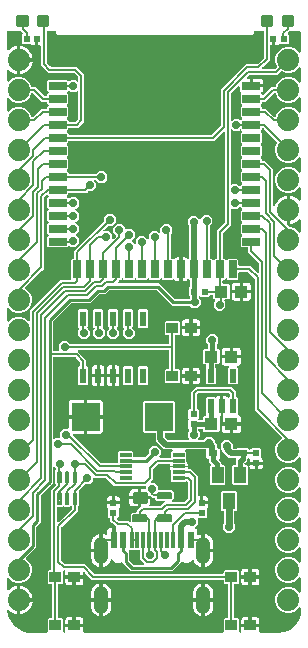
<source format=gbr>
G04 EAGLE Gerber RS-274X export*
G75*
%MOMM*%
%FSLAX34Y34*%
%LPD*%
%INTop Copper*%
%IPPOS*%
%AMOC8*
5,1,8,0,0,1.08239X$1,22.5*%
G01*
%ADD10R,1.500000X0.650000*%
%ADD11R,0.650000X1.500000*%
%ADD12C,1.879600*%
%ADD13R,0.550000X1.200000*%
%ADD14R,2.368000X2.403600*%
%ADD15R,1.000000X0.900000*%
%ADD16C,0.300000*%
%ADD17R,0.540000X0.600000*%
%ADD18R,1.100000X1.000000*%
%ADD19R,0.600000X0.540000*%
%ADD20R,0.600000X1.450000*%
%ADD21R,0.300000X1.450000*%
%ADD22C,1.158000*%
%ADD23C,0.200000*%
%ADD24R,1.000000X1.400000*%
%ADD25R,0.800000X0.600000*%
%ADD26C,0.247500*%
%ADD27C,0.147500*%
%ADD28R,0.508000X1.270000*%
%ADD29R,1.000000X0.300000*%
%ADD30C,0.706400*%
%ADD31C,0.406400*%
%ADD32C,0.508000*%
%ADD33C,0.254000*%
%ADD34C,0.609600*%

G36*
X197965Y1404D02*
X197965Y1404D01*
X198067Y1421D01*
X198068Y1421D01*
X198155Y1468D01*
X198283Y1536D01*
X198355Y1614D01*
X198449Y1714D01*
X198450Y1714D01*
X198501Y1828D01*
X198550Y1936D01*
X198550Y1937D01*
X198565Y2082D01*
X198575Y2179D01*
X198574Y2179D01*
X198575Y2180D01*
X198574Y2180D01*
X198551Y2325D01*
X198459Y2666D01*
X198459Y6001D01*
X205250Y6001D01*
X205274Y6005D01*
X205298Y6002D01*
X205394Y6025D01*
X205491Y6041D01*
X205512Y6052D01*
X205536Y6058D01*
X205619Y6109D01*
X205706Y6156D01*
X205723Y6173D01*
X205743Y6186D01*
X205806Y6262D01*
X205873Y6334D01*
X205883Y6356D01*
X205898Y6375D01*
X205933Y6466D01*
X205974Y6556D01*
X205976Y6580D01*
X205985Y6603D01*
X205999Y6750D01*
X205999Y7501D01*
X206001Y7501D01*
X206001Y6750D01*
X206005Y6726D01*
X206002Y6702D01*
X206025Y6606D01*
X206041Y6509D01*
X206052Y6488D01*
X206058Y6464D01*
X206109Y6380D01*
X206156Y6294D01*
X206173Y6277D01*
X206186Y6257D01*
X206262Y6194D01*
X206334Y6127D01*
X206356Y6117D01*
X206375Y6102D01*
X206466Y6067D01*
X206556Y6026D01*
X206580Y6024D01*
X206603Y6015D01*
X206750Y6001D01*
X213541Y6001D01*
X213541Y2666D01*
X213449Y2325D01*
X213436Y2192D01*
X213425Y2082D01*
X213426Y2082D01*
X213459Y1937D01*
X213481Y1845D01*
X213481Y1844D01*
X213552Y1730D01*
X213609Y1637D01*
X213610Y1637D01*
X213709Y1555D01*
X213798Y1482D01*
X213914Y1439D01*
X214026Y1396D01*
X214027Y1396D01*
X214173Y1382D01*
X228797Y1382D01*
X228875Y1394D01*
X228953Y1398D01*
X228994Y1414D01*
X229038Y1421D01*
X229061Y1434D01*
X230043Y1383D01*
X230056Y1384D01*
X230081Y1382D01*
X230260Y1382D01*
X230271Y1384D01*
X230292Y1382D01*
X233406Y1517D01*
X233439Y1524D01*
X233472Y1523D01*
X233616Y1556D01*
X235352Y2148D01*
X237551Y2897D01*
X239673Y3620D01*
X239734Y3652D01*
X239798Y3676D01*
X239867Y3724D01*
X239888Y3735D01*
X239898Y3745D01*
X239919Y3760D01*
X244778Y7925D01*
X244823Y7978D01*
X244874Y8023D01*
X244920Y8094D01*
X244935Y8112D01*
X244940Y8125D01*
X244955Y8147D01*
X247921Y13818D01*
X247931Y13849D01*
X247949Y13877D01*
X247992Y14019D01*
X248604Y17090D01*
X248604Y17091D01*
X248618Y17237D01*
X248618Y22062D01*
X248606Y22135D01*
X248604Y22208D01*
X248587Y22254D01*
X248579Y22303D01*
X248544Y22368D01*
X248518Y22437D01*
X248487Y22475D01*
X248464Y22518D01*
X248410Y22569D01*
X248363Y22625D01*
X248322Y22651D01*
X248286Y22685D01*
X248219Y22716D01*
X248156Y22754D01*
X248108Y22766D01*
X248063Y22786D01*
X247990Y22793D01*
X247919Y22810D01*
X247870Y22805D01*
X247820Y22810D01*
X247749Y22793D01*
X247676Y22786D01*
X247631Y22766D01*
X247583Y22755D01*
X247520Y22716D01*
X247453Y22686D01*
X247397Y22639D01*
X247375Y22626D01*
X247365Y22613D01*
X247339Y22592D01*
X244487Y19740D01*
X240473Y18077D01*
X236127Y18077D01*
X232113Y19740D01*
X229040Y22813D01*
X227377Y26827D01*
X227377Y31173D01*
X229040Y35187D01*
X232113Y38260D01*
X236127Y39923D01*
X240473Y39923D01*
X244487Y38260D01*
X247339Y35408D01*
X247399Y35365D01*
X247453Y35315D01*
X247497Y35294D01*
X247538Y35266D01*
X247608Y35244D01*
X247675Y35214D01*
X247724Y35209D01*
X247771Y35195D01*
X247844Y35197D01*
X247918Y35190D01*
X247966Y35201D01*
X248015Y35203D01*
X248084Y35229D01*
X248155Y35245D01*
X248197Y35271D01*
X248243Y35289D01*
X248300Y35335D01*
X248363Y35374D01*
X248394Y35412D01*
X248432Y35443D01*
X248471Y35506D01*
X248518Y35562D01*
X248535Y35608D01*
X248561Y35650D01*
X248578Y35722D01*
X248604Y35791D01*
X248611Y35864D01*
X248617Y35888D01*
X248615Y35905D01*
X248618Y35938D01*
X248618Y47462D01*
X248606Y47535D01*
X248604Y47608D01*
X248587Y47654D01*
X248579Y47703D01*
X248544Y47768D01*
X248518Y47837D01*
X248487Y47875D01*
X248464Y47918D01*
X248410Y47969D01*
X248363Y48025D01*
X248322Y48051D01*
X248286Y48085D01*
X248219Y48116D01*
X248156Y48154D01*
X248108Y48166D01*
X248063Y48186D01*
X247990Y48193D01*
X247919Y48210D01*
X247870Y48205D01*
X247820Y48210D01*
X247749Y48193D01*
X247676Y48186D01*
X247631Y48166D01*
X247583Y48155D01*
X247520Y48116D01*
X247453Y48086D01*
X247397Y48039D01*
X247375Y48026D01*
X247365Y48013D01*
X247339Y47992D01*
X244487Y45140D01*
X240473Y43477D01*
X236127Y43477D01*
X232113Y45140D01*
X229040Y48213D01*
X227377Y52227D01*
X227377Y56573D01*
X229040Y60587D01*
X232113Y63660D01*
X236127Y65323D01*
X240473Y65323D01*
X244487Y63660D01*
X247339Y60808D01*
X247399Y60765D01*
X247453Y60715D01*
X247497Y60694D01*
X247538Y60666D01*
X247608Y60644D01*
X247675Y60614D01*
X247724Y60609D01*
X247771Y60595D01*
X247844Y60597D01*
X247918Y60590D01*
X247966Y60601D01*
X248015Y60603D01*
X248084Y60629D01*
X248155Y60645D01*
X248197Y60671D01*
X248243Y60689D01*
X248300Y60735D01*
X248363Y60774D01*
X248394Y60812D01*
X248432Y60843D01*
X248471Y60906D01*
X248518Y60962D01*
X248535Y61008D01*
X248561Y61050D01*
X248578Y61122D01*
X248604Y61191D01*
X248611Y61264D01*
X248617Y61288D01*
X248615Y61305D01*
X248618Y61338D01*
X248618Y72862D01*
X248606Y72935D01*
X248604Y73008D01*
X248587Y73054D01*
X248579Y73103D01*
X248544Y73168D01*
X248518Y73237D01*
X248487Y73275D01*
X248464Y73318D01*
X248410Y73369D01*
X248363Y73425D01*
X248322Y73451D01*
X248286Y73485D01*
X248219Y73516D01*
X248156Y73554D01*
X248108Y73566D01*
X248063Y73586D01*
X247990Y73593D01*
X247919Y73610D01*
X247870Y73605D01*
X247820Y73610D01*
X247749Y73593D01*
X247676Y73586D01*
X247631Y73566D01*
X247583Y73555D01*
X247520Y73516D01*
X247453Y73486D01*
X247397Y73439D01*
X247375Y73426D01*
X247365Y73413D01*
X247339Y73392D01*
X244487Y70540D01*
X240473Y68877D01*
X236127Y68877D01*
X232113Y70540D01*
X229040Y73613D01*
X227377Y77627D01*
X227377Y81973D01*
X229040Y85987D01*
X232113Y89060D01*
X236127Y90723D01*
X240473Y90723D01*
X244487Y89060D01*
X247339Y86208D01*
X247399Y86165D01*
X247453Y86115D01*
X247497Y86094D01*
X247538Y86066D01*
X247608Y86044D01*
X247675Y86014D01*
X247724Y86009D01*
X247771Y85995D01*
X247844Y85997D01*
X247918Y85990D01*
X247966Y86001D01*
X248015Y86003D01*
X248084Y86029D01*
X248155Y86045D01*
X248197Y86071D01*
X248243Y86089D01*
X248300Y86135D01*
X248363Y86174D01*
X248394Y86212D01*
X248432Y86243D01*
X248471Y86306D01*
X248518Y86362D01*
X248535Y86408D01*
X248561Y86450D01*
X248578Y86522D01*
X248604Y86591D01*
X248611Y86664D01*
X248617Y86688D01*
X248615Y86705D01*
X248618Y86738D01*
X248618Y98262D01*
X248606Y98335D01*
X248604Y98408D01*
X248587Y98454D01*
X248579Y98503D01*
X248544Y98568D01*
X248518Y98637D01*
X248487Y98675D01*
X248464Y98718D01*
X248410Y98769D01*
X248363Y98825D01*
X248322Y98851D01*
X248286Y98885D01*
X248219Y98916D01*
X248156Y98954D01*
X248108Y98966D01*
X248063Y98986D01*
X247990Y98993D01*
X247919Y99010D01*
X247870Y99005D01*
X247820Y99010D01*
X247749Y98993D01*
X247676Y98986D01*
X247631Y98966D01*
X247583Y98955D01*
X247520Y98916D01*
X247453Y98886D01*
X247397Y98839D01*
X247375Y98826D01*
X247365Y98813D01*
X247339Y98792D01*
X244487Y95940D01*
X240473Y94277D01*
X236127Y94277D01*
X232113Y95940D01*
X229040Y99013D01*
X227377Y103027D01*
X227377Y107373D01*
X229040Y111387D01*
X232113Y114460D01*
X236127Y116123D01*
X240473Y116123D01*
X244487Y114460D01*
X247339Y111608D01*
X247399Y111565D01*
X247453Y111515D01*
X247497Y111494D01*
X247538Y111466D01*
X247608Y111444D01*
X247675Y111414D01*
X247724Y111409D01*
X247771Y111395D01*
X247844Y111397D01*
X247918Y111390D01*
X247966Y111401D01*
X248015Y111403D01*
X248084Y111429D01*
X248155Y111445D01*
X248197Y111471D01*
X248243Y111489D01*
X248300Y111535D01*
X248363Y111574D01*
X248394Y111612D01*
X248432Y111643D01*
X248471Y111706D01*
X248518Y111762D01*
X248535Y111808D01*
X248561Y111850D01*
X248578Y111922D01*
X248604Y111991D01*
X248611Y112064D01*
X248617Y112088D01*
X248615Y112105D01*
X248618Y112138D01*
X248618Y123662D01*
X248606Y123735D01*
X248604Y123808D01*
X248587Y123854D01*
X248579Y123903D01*
X248544Y123968D01*
X248518Y124037D01*
X248487Y124075D01*
X248464Y124118D01*
X248410Y124169D01*
X248363Y124225D01*
X248322Y124251D01*
X248286Y124285D01*
X248219Y124316D01*
X248156Y124354D01*
X248108Y124366D01*
X248063Y124386D01*
X247990Y124393D01*
X247919Y124410D01*
X247870Y124405D01*
X247820Y124410D01*
X247749Y124393D01*
X247676Y124386D01*
X247631Y124366D01*
X247583Y124355D01*
X247520Y124316D01*
X247453Y124286D01*
X247397Y124239D01*
X247375Y124226D01*
X247365Y124213D01*
X247339Y124192D01*
X244487Y121340D01*
X240473Y119677D01*
X236127Y119677D01*
X232113Y121340D01*
X229040Y124413D01*
X227377Y128427D01*
X227377Y132773D01*
X229040Y136787D01*
X232113Y139860D01*
X236127Y141523D01*
X240473Y141523D01*
X244487Y139860D01*
X247339Y137008D01*
X247399Y136965D01*
X247453Y136915D01*
X247497Y136894D01*
X247538Y136866D01*
X247608Y136844D01*
X247675Y136814D01*
X247724Y136809D01*
X247771Y136795D01*
X247844Y136797D01*
X247918Y136790D01*
X247966Y136801D01*
X248015Y136803D01*
X248084Y136829D01*
X248155Y136845D01*
X248197Y136871D01*
X248243Y136889D01*
X248300Y136935D01*
X248363Y136974D01*
X248394Y137012D01*
X248432Y137043D01*
X248471Y137106D01*
X248518Y137162D01*
X248535Y137208D01*
X248561Y137250D01*
X248578Y137322D01*
X248604Y137391D01*
X248611Y137464D01*
X248617Y137488D01*
X248615Y137505D01*
X248618Y137538D01*
X248618Y149062D01*
X248606Y149135D01*
X248604Y149208D01*
X248587Y149254D01*
X248579Y149303D01*
X248544Y149368D01*
X248518Y149437D01*
X248487Y149475D01*
X248464Y149518D01*
X248410Y149569D01*
X248363Y149625D01*
X248322Y149651D01*
X248286Y149685D01*
X248219Y149716D01*
X248156Y149754D01*
X248108Y149766D01*
X248063Y149786D01*
X247990Y149793D01*
X247919Y149810D01*
X247870Y149805D01*
X247820Y149810D01*
X247749Y149793D01*
X247676Y149786D01*
X247631Y149766D01*
X247583Y149755D01*
X247520Y149716D01*
X247453Y149686D01*
X247397Y149639D01*
X247375Y149626D01*
X247365Y149613D01*
X247339Y149592D01*
X244487Y146740D01*
X240473Y145077D01*
X236127Y145077D01*
X232113Y146740D01*
X229040Y149813D01*
X227377Y153827D01*
X227377Y158173D01*
X229040Y162187D01*
X232113Y165260D01*
X232418Y165386D01*
X232459Y165412D01*
X232505Y165429D01*
X232563Y165476D01*
X232625Y165515D01*
X232656Y165553D01*
X232694Y165584D01*
X232733Y165647D01*
X232780Y165704D01*
X232797Y165750D01*
X232823Y165791D01*
X232840Y165863D01*
X232866Y165932D01*
X232868Y165981D01*
X232879Y166029D01*
X232872Y166102D01*
X232874Y166176D01*
X232860Y166223D01*
X232855Y166272D01*
X232825Y166339D01*
X232803Y166409D01*
X232775Y166449D01*
X232755Y166494D01*
X232662Y166607D01*
X232661Y166608D01*
X211456Y187814D01*
X209757Y189512D01*
X209757Y300644D01*
X209741Y300740D01*
X209732Y300837D01*
X209722Y300860D01*
X209718Y300885D01*
X209672Y300971D01*
X209631Y301059D01*
X209610Y301085D01*
X209603Y301100D01*
X209584Y301117D01*
X209538Y301174D01*
X204556Y306156D01*
X204476Y306213D01*
X204401Y306275D01*
X204378Y306283D01*
X204357Y306298D01*
X204264Y306326D01*
X204173Y306361D01*
X204140Y306364D01*
X204124Y306369D01*
X204099Y306368D01*
X204026Y306375D01*
X196824Y306375D01*
X196800Y306371D01*
X196775Y306374D01*
X196680Y306352D01*
X196583Y306336D01*
X196562Y306324D01*
X196538Y306318D01*
X196454Y306267D01*
X196368Y306221D01*
X196351Y306203D01*
X196330Y306190D01*
X196268Y306114D01*
X196201Y306043D01*
X196191Y306020D01*
X196175Y306001D01*
X196141Y305910D01*
X196100Y305820D01*
X196098Y305796D01*
X196089Y305773D01*
X196075Y305626D01*
X196075Y300768D01*
X195182Y299875D01*
X187418Y299875D01*
X186330Y300964D01*
X186310Y300978D01*
X186294Y300997D01*
X186211Y301049D01*
X186131Y301106D01*
X186108Y301113D01*
X186087Y301126D01*
X185992Y301148D01*
X185898Y301177D01*
X185873Y301176D01*
X185850Y301182D01*
X185752Y301172D01*
X185654Y301169D01*
X185631Y301160D01*
X185607Y301158D01*
X185517Y301118D01*
X185426Y301083D01*
X185407Y301068D01*
X185384Y301058D01*
X185270Y300964D01*
X184182Y299875D01*
X183274Y299875D01*
X183250Y299871D01*
X183225Y299874D01*
X183130Y299852D01*
X183033Y299836D01*
X183012Y299824D01*
X182988Y299818D01*
X182904Y299767D01*
X182818Y299721D01*
X182801Y299703D01*
X182780Y299690D01*
X182718Y299614D01*
X182651Y299543D01*
X182641Y299520D01*
X182625Y299501D01*
X182591Y299410D01*
X182550Y299320D01*
X182548Y299296D01*
X182539Y299273D01*
X182525Y299126D01*
X182525Y297274D01*
X182526Y297264D01*
X182527Y297263D01*
X182529Y297250D01*
X182526Y297225D01*
X182548Y297130D01*
X182564Y297033D01*
X182576Y297012D01*
X182582Y296988D01*
X182633Y296904D01*
X182679Y296818D01*
X182697Y296801D01*
X182710Y296780D01*
X182786Y296718D01*
X182857Y296651D01*
X182880Y296641D01*
X182899Y296625D01*
X182990Y296591D01*
X183080Y296550D01*
X183104Y296548D01*
X183127Y296539D01*
X183274Y296525D01*
X187632Y296525D01*
X188525Y295632D01*
X188525Y284368D01*
X187632Y283475D01*
X184774Y283475D01*
X184750Y283471D01*
X184725Y283474D01*
X184630Y283452D01*
X184533Y283436D01*
X184512Y283424D01*
X184488Y283418D01*
X184404Y283367D01*
X184318Y283321D01*
X184301Y283303D01*
X184280Y283290D01*
X184218Y283214D01*
X184151Y283143D01*
X184141Y283120D01*
X184125Y283101D01*
X184091Y283010D01*
X184050Y282920D01*
X184048Y282896D01*
X184039Y282873D01*
X184025Y282726D01*
X184025Y282437D01*
X184041Y282341D01*
X184050Y282244D01*
X184060Y282221D01*
X184064Y282196D01*
X184110Y282110D01*
X184151Y282021D01*
X184172Y281996D01*
X184179Y281981D01*
X184198Y281964D01*
X184244Y281907D01*
X185057Y281095D01*
X185057Y276905D01*
X182095Y273943D01*
X177905Y273943D01*
X174943Y276905D01*
X174943Y281095D01*
X176045Y282196D01*
X176088Y282256D01*
X176138Y282310D01*
X176158Y282354D01*
X176187Y282395D01*
X176208Y282465D01*
X176239Y282532D01*
X176244Y282581D01*
X176258Y282628D01*
X176256Y282701D01*
X176263Y282775D01*
X176252Y282823D01*
X176250Y282872D01*
X176224Y282941D01*
X176208Y283012D01*
X176182Y283054D01*
X176164Y283100D01*
X176118Y283157D01*
X176079Y283220D01*
X176041Y283251D01*
X176010Y283289D01*
X175947Y283328D01*
X175890Y283375D01*
X175844Y283392D01*
X175802Y283418D01*
X175731Y283435D01*
X175662Y283461D01*
X175589Y283468D01*
X175565Y283474D01*
X175548Y283472D01*
X175515Y283475D01*
X175368Y283475D01*
X174475Y284368D01*
X174475Y286726D01*
X174471Y286750D01*
X174474Y286775D01*
X174452Y286870D01*
X174436Y286967D01*
X174424Y286988D01*
X174418Y287012D01*
X174367Y287096D01*
X174321Y287182D01*
X174303Y287199D01*
X174290Y287220D01*
X174214Y287282D01*
X174143Y287349D01*
X174120Y287359D01*
X174101Y287375D01*
X174010Y287409D01*
X173920Y287450D01*
X173896Y287452D01*
X173873Y287461D01*
X173726Y287475D01*
X172294Y287475D01*
X172270Y287471D01*
X172245Y287474D01*
X172150Y287452D01*
X172053Y287436D01*
X172032Y287424D01*
X172008Y287418D01*
X171924Y287367D01*
X171838Y287321D01*
X171821Y287303D01*
X171800Y287290D01*
X171738Y287214D01*
X171671Y287143D01*
X171661Y287120D01*
X171645Y287101D01*
X171611Y287010D01*
X171570Y286920D01*
X171568Y286896D01*
X171559Y286873D01*
X171545Y286726D01*
X171545Y286368D01*
X170652Y285475D01*
X163988Y285475D01*
X163530Y285934D01*
X163509Y285948D01*
X163494Y285968D01*
X163411Y286019D01*
X163331Y286076D01*
X163308Y286083D01*
X163286Y286096D01*
X163191Y286119D01*
X163098Y286147D01*
X163073Y286146D01*
X163049Y286152D01*
X162952Y286142D01*
X162854Y286139D01*
X162831Y286130D01*
X162806Y286128D01*
X162717Y286088D01*
X162710Y286085D01*
X162700Y286083D01*
X162694Y286079D01*
X162626Y286053D01*
X162606Y286037D01*
X162584Y286027D01*
X162501Y285959D01*
X162492Y285954D01*
X162488Y285948D01*
X162470Y285933D01*
X162456Y285919D01*
X162446Y285906D01*
X162437Y285898D01*
X162412Y285858D01*
X162399Y285840D01*
X162337Y285765D01*
X162329Y285742D01*
X162314Y285721D01*
X162286Y285628D01*
X162251Y285537D01*
X162248Y285504D01*
X162243Y285487D01*
X162244Y285462D01*
X162237Y285390D01*
X162237Y285225D01*
X162253Y285129D01*
X162262Y285032D01*
X162272Y285009D01*
X162276Y284984D01*
X162322Y284898D01*
X162363Y284809D01*
X162384Y284784D01*
X162391Y284769D01*
X162410Y284752D01*
X162456Y284695D01*
X164057Y283095D01*
X164057Y278905D01*
X161095Y275943D01*
X156905Y275943D01*
X154863Y277986D01*
X154783Y278043D01*
X154708Y278105D01*
X154685Y278113D01*
X154665Y278128D01*
X154571Y278156D01*
X154480Y278191D01*
X154447Y278194D01*
X154431Y278199D01*
X154406Y278198D01*
X154333Y278205D01*
X139842Y278205D01*
X126856Y291192D01*
X126776Y291249D01*
X126701Y291311D01*
X126678Y291319D01*
X126657Y291334D01*
X126564Y291362D01*
X126473Y291397D01*
X126440Y291400D01*
X126424Y291405D01*
X126399Y291404D01*
X126326Y291411D01*
X87023Y291411D01*
X86927Y291395D01*
X86830Y291386D01*
X86807Y291376D01*
X86783Y291372D01*
X86696Y291326D01*
X86608Y291285D01*
X86582Y291264D01*
X86567Y291257D01*
X86550Y291238D01*
X86493Y291192D01*
X83189Y287887D01*
X78483Y287887D01*
X78387Y287871D01*
X78290Y287862D01*
X78267Y287852D01*
X78242Y287848D01*
X78156Y287802D01*
X78067Y287761D01*
X78042Y287740D01*
X78027Y287733D01*
X78010Y287714D01*
X77953Y287668D01*
X70649Y280363D01*
X54516Y280363D01*
X54419Y280347D01*
X54322Y280338D01*
X54300Y280328D01*
X54275Y280324D01*
X54189Y280278D01*
X54100Y280237D01*
X54074Y280216D01*
X54060Y280209D01*
X54043Y280190D01*
X53986Y280144D01*
X39302Y265460D01*
X39245Y265381D01*
X39183Y265306D01*
X39175Y265282D01*
X39160Y265262D01*
X39132Y265169D01*
X39097Y265077D01*
X39094Y265044D01*
X39089Y265028D01*
X39090Y265004D01*
X39083Y264930D01*
X39083Y240274D01*
X39087Y240250D01*
X39084Y240225D01*
X39106Y240130D01*
X39122Y240033D01*
X39134Y240012D01*
X39140Y239988D01*
X39191Y239904D01*
X39237Y239818D01*
X39255Y239801D01*
X39268Y239780D01*
X39344Y239718D01*
X39415Y239651D01*
X39438Y239641D01*
X39457Y239625D01*
X39548Y239591D01*
X39638Y239550D01*
X39662Y239548D01*
X39685Y239539D01*
X39832Y239525D01*
X43515Y239525D01*
X43588Y239537D01*
X43661Y239539D01*
X43707Y239556D01*
X43756Y239564D01*
X43821Y239599D01*
X43889Y239625D01*
X43928Y239656D01*
X43971Y239679D01*
X44021Y239733D01*
X44078Y239780D01*
X44104Y239822D01*
X44138Y239857D01*
X44168Y239924D01*
X44207Y239987D01*
X44218Y240035D01*
X44239Y240080D01*
X44246Y240153D01*
X44263Y240224D01*
X44258Y240273D01*
X44263Y240323D01*
X44246Y240394D01*
X44239Y240467D01*
X44219Y240512D01*
X44208Y240560D01*
X44169Y240623D01*
X44139Y240690D01*
X44092Y240746D01*
X44079Y240768D01*
X44066Y240778D01*
X44045Y240804D01*
X43943Y240905D01*
X43943Y245095D01*
X46905Y248057D01*
X51095Y248057D01*
X53407Y245744D01*
X53487Y245687D01*
X53562Y245625D01*
X53585Y245617D01*
X53605Y245602D01*
X53699Y245574D01*
X53790Y245539D01*
X53823Y245536D01*
X53839Y245531D01*
X53864Y245532D01*
X53937Y245525D01*
X136726Y245525D01*
X136750Y245529D01*
X136775Y245526D01*
X136870Y245548D01*
X136967Y245564D01*
X136988Y245576D01*
X137012Y245582D01*
X137096Y245633D01*
X137182Y245679D01*
X137199Y245697D01*
X137220Y245710D01*
X137282Y245786D01*
X137349Y245857D01*
X137359Y245880D01*
X137375Y245899D01*
X137409Y245990D01*
X137450Y246080D01*
X137452Y246104D01*
X137461Y246127D01*
X137475Y246274D01*
X137475Y252726D01*
X137471Y252750D01*
X137474Y252775D01*
X137452Y252870D01*
X137436Y252967D01*
X137424Y252988D01*
X137418Y253012D01*
X137367Y253096D01*
X137321Y253182D01*
X137303Y253199D01*
X137290Y253220D01*
X137214Y253282D01*
X137143Y253349D01*
X137120Y253359D01*
X137101Y253375D01*
X137010Y253409D01*
X136920Y253450D01*
X136896Y253452D01*
X136873Y253461D01*
X136726Y253475D01*
X134368Y253475D01*
X133475Y254368D01*
X133475Y264632D01*
X134368Y265525D01*
X145632Y265525D01*
X146525Y264632D01*
X146525Y254368D01*
X145632Y253475D01*
X143274Y253475D01*
X143250Y253471D01*
X143225Y253474D01*
X143130Y253452D01*
X143033Y253436D01*
X143012Y253424D01*
X142988Y253418D01*
X142904Y253367D01*
X142818Y253321D01*
X142801Y253303D01*
X142780Y253290D01*
X142718Y253214D01*
X142651Y253143D01*
X142641Y253120D01*
X142625Y253101D01*
X142591Y253010D01*
X142550Y252920D01*
X142548Y252896D01*
X142539Y252873D01*
X142525Y252726D01*
X142525Y225274D01*
X142529Y225250D01*
X142526Y225225D01*
X142548Y225130D01*
X142564Y225033D01*
X142576Y225012D01*
X142582Y224988D01*
X142633Y224904D01*
X142679Y224818D01*
X142697Y224801D01*
X142710Y224780D01*
X142786Y224718D01*
X142857Y224651D01*
X142880Y224641D01*
X142899Y224625D01*
X142990Y224591D01*
X143080Y224550D01*
X143104Y224548D01*
X143127Y224539D01*
X143274Y224525D01*
X145632Y224525D01*
X146525Y223632D01*
X146525Y213368D01*
X145632Y212475D01*
X134368Y212475D01*
X133475Y213368D01*
X133475Y223632D01*
X134368Y224525D01*
X136726Y224525D01*
X136750Y224529D01*
X136775Y224526D01*
X136870Y224548D01*
X136967Y224564D01*
X136988Y224576D01*
X137012Y224582D01*
X137096Y224633D01*
X137182Y224679D01*
X137199Y224697D01*
X137220Y224710D01*
X137282Y224786D01*
X137349Y224857D01*
X137359Y224880D01*
X137375Y224899D01*
X137409Y224990D01*
X137450Y225080D01*
X137452Y225104D01*
X137461Y225127D01*
X137475Y225274D01*
X137475Y239726D01*
X137471Y239750D01*
X137474Y239775D01*
X137452Y239870D01*
X137436Y239967D01*
X137424Y239988D01*
X137418Y240012D01*
X137367Y240096D01*
X137321Y240182D01*
X137303Y240199D01*
X137290Y240220D01*
X137214Y240282D01*
X137143Y240349D01*
X137120Y240359D01*
X137101Y240375D01*
X137010Y240409D01*
X136920Y240450D01*
X136896Y240452D01*
X136873Y240461D01*
X136726Y240475D01*
X60904Y240475D01*
X60832Y240463D01*
X60758Y240461D01*
X60712Y240444D01*
X60663Y240436D01*
X60599Y240401D01*
X60530Y240375D01*
X60492Y240344D01*
X60448Y240321D01*
X60398Y240267D01*
X60341Y240220D01*
X60315Y240179D01*
X60281Y240143D01*
X60251Y240076D01*
X60212Y240013D01*
X60201Y239965D01*
X60180Y239920D01*
X60173Y239847D01*
X60156Y239776D01*
X60161Y239727D01*
X60156Y239677D01*
X60173Y239606D01*
X60180Y239533D01*
X60200Y239488D01*
X60212Y239440D01*
X60250Y239377D01*
X60281Y239310D01*
X60327Y239254D01*
X60340Y239232D01*
X60353Y239222D01*
X60374Y239196D01*
X67125Y232446D01*
X67125Y227494D01*
X67129Y227470D01*
X67126Y227445D01*
X67148Y227350D01*
X67164Y227253D01*
X67176Y227232D01*
X67182Y227208D01*
X67233Y227124D01*
X67279Y227038D01*
X67297Y227021D01*
X67310Y227000D01*
X67386Y226938D01*
X67457Y226871D01*
X67480Y226861D01*
X67499Y226845D01*
X67590Y226811D01*
X67680Y226770D01*
X67704Y226768D01*
X67727Y226759D01*
X67760Y226756D01*
X68665Y225852D01*
X68665Y211888D01*
X67772Y210995D01*
X61428Y210995D01*
X60535Y211888D01*
X60535Y225852D01*
X61447Y226763D01*
X61470Y226768D01*
X61567Y226784D01*
X61588Y226796D01*
X61612Y226802D01*
X61696Y226853D01*
X61782Y226899D01*
X61799Y226917D01*
X61820Y226930D01*
X61882Y227006D01*
X61949Y227077D01*
X61959Y227100D01*
X61975Y227119D01*
X62009Y227210D01*
X62050Y227300D01*
X62052Y227324D01*
X62061Y227347D01*
X62075Y227494D01*
X62075Y230044D01*
X62059Y230140D01*
X62050Y230237D01*
X62040Y230260D01*
X62036Y230285D01*
X61990Y230371D01*
X61949Y230459D01*
X61928Y230485D01*
X61921Y230500D01*
X61902Y230517D01*
X61856Y230574D01*
X58230Y234200D01*
X58150Y234257D01*
X58075Y234319D01*
X58052Y234327D01*
X58031Y234342D01*
X57938Y234370D01*
X57847Y234405D01*
X57814Y234408D01*
X57798Y234413D01*
X57773Y234412D01*
X57700Y234419D01*
X45341Y234419D01*
X45317Y234426D01*
X45226Y234461D01*
X45193Y234464D01*
X45177Y234469D01*
X45152Y234468D01*
X45079Y234475D01*
X39832Y234475D01*
X39808Y234471D01*
X39783Y234474D01*
X39688Y234452D01*
X39591Y234436D01*
X39570Y234424D01*
X39546Y234418D01*
X39462Y234367D01*
X39376Y234321D01*
X39359Y234303D01*
X39338Y234290D01*
X39276Y234214D01*
X39209Y234143D01*
X39199Y234120D01*
X39183Y234101D01*
X39149Y234010D01*
X39108Y233920D01*
X39106Y233896D01*
X39097Y233873D01*
X39083Y233726D01*
X39083Y166043D01*
X39095Y165970D01*
X39097Y165897D01*
X39114Y165851D01*
X39122Y165802D01*
X39157Y165737D01*
X39183Y165669D01*
X39214Y165630D01*
X39237Y165587D01*
X39291Y165537D01*
X39338Y165480D01*
X39380Y165454D01*
X39415Y165420D01*
X39482Y165390D01*
X39545Y165351D01*
X39593Y165340D01*
X39638Y165319D01*
X39711Y165312D01*
X39782Y165295D01*
X39831Y165300D01*
X39881Y165295D01*
X39952Y165312D01*
X40025Y165319D01*
X40070Y165339D01*
X40118Y165350D01*
X40181Y165389D01*
X40248Y165419D01*
X40304Y165466D01*
X40326Y165479D01*
X40336Y165492D01*
X40362Y165513D01*
X40905Y166057D01*
X44194Y166057D01*
X44218Y166061D01*
X44243Y166058D01*
X44338Y166080D01*
X44435Y166096D01*
X44456Y166108D01*
X44480Y166114D01*
X44564Y166165D01*
X44650Y166211D01*
X44667Y166229D01*
X44688Y166242D01*
X44750Y166318D01*
X44817Y166389D01*
X44827Y166412D01*
X44843Y166431D01*
X44877Y166522D01*
X44918Y166612D01*
X44920Y166636D01*
X44929Y166659D01*
X44943Y166806D01*
X44943Y171095D01*
X47905Y174057D01*
X51446Y174057D01*
X51470Y174061D01*
X51495Y174058D01*
X51590Y174081D01*
X51687Y174096D01*
X51708Y174108D01*
X51732Y174114D01*
X51816Y174165D01*
X51902Y174211D01*
X51919Y174229D01*
X51940Y174242D01*
X52002Y174318D01*
X52069Y174389D01*
X52079Y174412D01*
X52095Y174431D01*
X52129Y174522D01*
X52170Y174612D01*
X52172Y174636D01*
X52181Y174659D01*
X52195Y174806D01*
X52195Y182501D01*
X65077Y182501D01*
X65077Y169441D01*
X56938Y169441D01*
X56866Y169429D01*
X56792Y169427D01*
X56746Y169410D01*
X56697Y169402D01*
X56633Y169367D01*
X56564Y169341D01*
X56526Y169310D01*
X56482Y169287D01*
X56432Y169233D01*
X56375Y169186D01*
X56349Y169144D01*
X56315Y169109D01*
X56285Y169042D01*
X56246Y168979D01*
X56235Y168931D01*
X56214Y168886D01*
X56207Y168813D01*
X56190Y168742D01*
X56195Y168693D01*
X56190Y168643D01*
X56207Y168572D01*
X56214Y168499D01*
X56234Y168454D01*
X56246Y168406D01*
X56284Y168343D01*
X56315Y168276D01*
X56361Y168220D01*
X56374Y168198D01*
X56387Y168188D01*
X56408Y168162D01*
X79826Y144744D01*
X79906Y144687D01*
X79981Y144625D01*
X80004Y144617D01*
X80025Y144602D01*
X80118Y144574D01*
X80209Y144539D01*
X80242Y144536D01*
X80258Y144531D01*
X80283Y144532D01*
X80356Y144525D01*
X93226Y144525D01*
X93250Y144529D01*
X93275Y144526D01*
X93370Y144548D01*
X93467Y144564D01*
X93488Y144576D01*
X93512Y144582D01*
X93596Y144633D01*
X93682Y144679D01*
X93699Y144697D01*
X93720Y144710D01*
X93782Y144786D01*
X93849Y144857D01*
X93859Y144880D01*
X93875Y144899D01*
X93909Y144990D01*
X93950Y145080D01*
X93952Y145104D01*
X93961Y145127D01*
X93975Y145274D01*
X93975Y149211D01*
X93976Y149213D01*
X93999Y149309D01*
X94027Y149402D01*
X94026Y149427D01*
X94032Y149451D01*
X94022Y149548D01*
X94019Y149646D01*
X94010Y149669D01*
X94008Y149693D01*
X93975Y149766D01*
X93975Y154132D01*
X94868Y155025D01*
X106132Y155025D01*
X107025Y154132D01*
X107025Y150544D01*
X107029Y150520D01*
X107026Y150495D01*
X107048Y150400D01*
X107064Y150303D01*
X107076Y150282D01*
X107082Y150258D01*
X107133Y150174D01*
X107179Y150088D01*
X107197Y150071D01*
X107210Y150050D01*
X107286Y149988D01*
X107357Y149921D01*
X107380Y149911D01*
X107399Y149895D01*
X107490Y149861D01*
X107580Y149820D01*
X107604Y149818D01*
X107627Y149809D01*
X107774Y149795D01*
X116532Y149795D01*
X116628Y149811D01*
X116725Y149820D01*
X116748Y149830D01*
X116773Y149834D01*
X116859Y149880D01*
X116948Y149921D01*
X116973Y149942D01*
X116988Y149949D01*
X117005Y149968D01*
X117062Y150014D01*
X119724Y152676D01*
X119781Y152756D01*
X119843Y152831D01*
X119851Y152854D01*
X119866Y152875D01*
X119894Y152968D01*
X119929Y153059D01*
X119932Y153092D01*
X119937Y153108D01*
X119936Y153133D01*
X119943Y153206D01*
X119943Y156095D01*
X122905Y159057D01*
X127095Y159057D01*
X130057Y156095D01*
X130057Y151905D01*
X128955Y150804D01*
X128912Y150744D01*
X128862Y150690D01*
X128842Y150646D01*
X128813Y150605D01*
X128792Y150535D01*
X128761Y150468D01*
X128756Y150419D01*
X128742Y150372D01*
X128744Y150299D01*
X128737Y150225D01*
X128748Y150177D01*
X128750Y150128D01*
X128776Y150059D01*
X128792Y149988D01*
X128818Y149946D01*
X128836Y149900D01*
X128882Y149843D01*
X128921Y149780D01*
X128959Y149749D01*
X128990Y149711D01*
X129053Y149672D01*
X129110Y149625D01*
X129156Y149608D01*
X129198Y149582D01*
X129269Y149565D01*
X129338Y149539D01*
X129411Y149532D01*
X129435Y149526D01*
X129452Y149528D01*
X129485Y149525D01*
X138226Y149525D01*
X138250Y149529D01*
X138275Y149526D01*
X138370Y149548D01*
X138467Y149564D01*
X138488Y149576D01*
X138512Y149582D01*
X138596Y149633D01*
X138682Y149679D01*
X138699Y149697D01*
X138720Y149710D01*
X138782Y149786D01*
X138849Y149857D01*
X138859Y149880D01*
X138875Y149899D01*
X138909Y149990D01*
X138950Y150080D01*
X138952Y150104D01*
X138961Y150127D01*
X138975Y150274D01*
X138975Y154132D01*
X140000Y155156D01*
X140043Y155216D01*
X140093Y155270D01*
X140113Y155314D01*
X140142Y155355D01*
X140163Y155425D01*
X140194Y155492D01*
X140199Y155541D01*
X140213Y155588D01*
X140211Y155661D01*
X140218Y155735D01*
X140207Y155783D01*
X140205Y155832D01*
X140179Y155901D01*
X140163Y155972D01*
X140137Y156014D01*
X140119Y156060D01*
X140073Y156117D01*
X140034Y156180D01*
X139996Y156211D01*
X139965Y156249D01*
X139902Y156288D01*
X139845Y156335D01*
X139799Y156352D01*
X139757Y156378D01*
X139686Y156395D01*
X139617Y156421D01*
X139544Y156428D01*
X139520Y156434D01*
X139503Y156432D01*
X139470Y156435D01*
X132816Y156435D01*
X125935Y163316D01*
X125935Y169708D01*
X125931Y169732D01*
X125934Y169757D01*
X125912Y169852D01*
X125896Y169949D01*
X125884Y169970D01*
X125878Y169994D01*
X125827Y170078D01*
X125781Y170164D01*
X125763Y170181D01*
X125750Y170202D01*
X125674Y170264D01*
X125603Y170331D01*
X125580Y170341D01*
X125561Y170357D01*
X125470Y170391D01*
X125380Y170432D01*
X125356Y170434D01*
X125333Y170443D01*
X125186Y170457D01*
X116528Y170457D01*
X115635Y171350D01*
X115635Y196650D01*
X116528Y197543D01*
X141472Y197543D01*
X142365Y196650D01*
X142365Y171350D01*
X141472Y170457D01*
X134814Y170457D01*
X134790Y170453D01*
X134765Y170456D01*
X134670Y170434D01*
X134573Y170418D01*
X134552Y170406D01*
X134528Y170400D01*
X134444Y170349D01*
X134358Y170303D01*
X134341Y170285D01*
X134320Y170272D01*
X134258Y170196D01*
X134191Y170125D01*
X134181Y170102D01*
X134165Y170083D01*
X134131Y169992D01*
X134090Y169902D01*
X134088Y169878D01*
X134079Y169855D01*
X134065Y169708D01*
X134065Y166994D01*
X134081Y166898D01*
X134090Y166801D01*
X134100Y166778D01*
X134104Y166753D01*
X134150Y166667D01*
X134191Y166578D01*
X134212Y166553D01*
X134219Y166538D01*
X134238Y166521D01*
X134284Y166464D01*
X135964Y164784D01*
X136044Y164727D01*
X136119Y164665D01*
X136142Y164657D01*
X136163Y164642D01*
X136256Y164614D01*
X136347Y164579D01*
X136380Y164576D01*
X136396Y164571D01*
X136421Y164572D01*
X136494Y164565D01*
X153475Y164565D01*
X153548Y164577D01*
X153621Y164579D01*
X153667Y164596D01*
X153716Y164604D01*
X153781Y164639D01*
X153849Y164665D01*
X153888Y164696D01*
X153931Y164719D01*
X153981Y164773D01*
X154038Y164820D01*
X154064Y164862D01*
X154098Y164897D01*
X154128Y164964D01*
X154167Y165027D01*
X154178Y165075D01*
X154199Y165120D01*
X154206Y165193D01*
X154223Y165264D01*
X154218Y165313D01*
X154223Y165363D01*
X154206Y165434D01*
X154199Y165507D01*
X154179Y165552D01*
X154168Y165600D01*
X154129Y165663D01*
X154099Y165730D01*
X154052Y165786D01*
X154039Y165808D01*
X154026Y165818D01*
X154005Y165844D01*
X152943Y166905D01*
X152943Y171095D01*
X154224Y172375D01*
X154281Y172455D01*
X154343Y172530D01*
X154351Y172553D01*
X154366Y172573D01*
X154394Y172667D01*
X154429Y172758D01*
X154432Y172791D01*
X154437Y172807D01*
X154436Y172832D01*
X154443Y172905D01*
X154443Y173070D01*
X154427Y173166D01*
X154418Y173263D01*
X154408Y173286D01*
X154404Y173311D01*
X154358Y173397D01*
X154317Y173486D01*
X154296Y173511D01*
X154289Y173526D01*
X154270Y173543D01*
X154224Y173600D01*
X153475Y174348D01*
X153475Y181012D01*
X153934Y181470D01*
X153948Y181490D01*
X153967Y181506D01*
X154019Y181589D01*
X154076Y181669D01*
X154083Y181692D01*
X154096Y181713D01*
X154118Y181808D01*
X154147Y181902D01*
X154146Y181927D01*
X154152Y181950D01*
X154142Y182048D01*
X154139Y182146D01*
X154130Y182169D01*
X154128Y182193D01*
X154088Y182283D01*
X154053Y182374D01*
X154038Y182393D01*
X154028Y182416D01*
X153934Y182530D01*
X153475Y182988D01*
X153475Y189652D01*
X154368Y190545D01*
X154726Y190545D01*
X154750Y190549D01*
X154775Y190546D01*
X154870Y190568D01*
X154967Y190584D01*
X154988Y190596D01*
X155012Y190602D01*
X155096Y190653D01*
X155182Y190699D01*
X155199Y190717D01*
X155220Y190730D01*
X155282Y190806D01*
X155349Y190877D01*
X155359Y190900D01*
X155375Y190919D01*
X155409Y191010D01*
X155450Y191100D01*
X155452Y191124D01*
X155461Y191147D01*
X155475Y191294D01*
X155475Y205046D01*
X159954Y209525D01*
X190046Y209525D01*
X194025Y205546D01*
X194025Y201273D01*
X194029Y201249D01*
X194026Y201224D01*
X194048Y201129D01*
X194064Y201032D01*
X194076Y201011D01*
X194082Y200987D01*
X194133Y200903D01*
X194179Y200817D01*
X194197Y200800D01*
X194210Y200779D01*
X194286Y200717D01*
X194357Y200650D01*
X194380Y200640D01*
X194399Y200624D01*
X194490Y200590D01*
X194580Y200549D01*
X194604Y200547D01*
X194627Y200538D01*
X194774Y200524D01*
X194882Y200524D01*
X195775Y199631D01*
X195775Y186132D01*
X195783Y186083D01*
X195781Y186034D01*
X195802Y185964D01*
X195814Y185891D01*
X195838Y185848D01*
X195852Y185801D01*
X195895Y185741D01*
X195929Y185676D01*
X195965Y185642D01*
X195994Y185602D01*
X196054Y185559D01*
X196107Y185509D01*
X196152Y185489D01*
X196192Y185460D01*
X196329Y185408D01*
X196330Y185408D01*
X196481Y185368D01*
X197060Y185033D01*
X197533Y184560D01*
X197868Y183981D01*
X198041Y183334D01*
X198041Y179499D01*
X190750Y179499D01*
X190726Y179495D01*
X190702Y179498D01*
X190606Y179475D01*
X190509Y179459D01*
X190488Y179448D01*
X190464Y179442D01*
X190381Y179391D01*
X190294Y179344D01*
X190277Y179327D01*
X190257Y179314D01*
X190194Y179238D01*
X190127Y179166D01*
X190117Y179144D01*
X190102Y179125D01*
X190067Y179034D01*
X190026Y178944D01*
X190024Y178920D01*
X190015Y178897D01*
X190001Y178750D01*
X190001Y177999D01*
X189999Y177999D01*
X189999Y178750D01*
X189995Y178774D01*
X189998Y178798D01*
X189975Y178894D01*
X189959Y178991D01*
X189948Y179012D01*
X189942Y179036D01*
X189891Y179119D01*
X189844Y179206D01*
X189827Y179223D01*
X189814Y179243D01*
X189738Y179306D01*
X189666Y179373D01*
X189644Y179383D01*
X189625Y179398D01*
X189534Y179433D01*
X189444Y179474D01*
X189420Y179476D01*
X189397Y179485D01*
X189250Y179499D01*
X181959Y179499D01*
X181959Y183334D01*
X182008Y183515D01*
X182018Y183621D01*
X182032Y183758D01*
X182011Y183844D01*
X181976Y183995D01*
X181976Y183996D01*
X181927Y184075D01*
X181848Y184203D01*
X181847Y184203D01*
X181758Y184276D01*
X181659Y184358D01*
X181552Y184398D01*
X181431Y184444D01*
X181430Y184444D01*
X181284Y184458D01*
X180774Y184458D01*
X180750Y184454D01*
X180725Y184457D01*
X180630Y184435D01*
X180533Y184419D01*
X180512Y184407D01*
X180488Y184401D01*
X180404Y184350D01*
X180318Y184304D01*
X180301Y184286D01*
X180280Y184273D01*
X180218Y184197D01*
X180151Y184126D01*
X180141Y184103D01*
X180125Y184084D01*
X180091Y183993D01*
X180050Y183903D01*
X180048Y183879D01*
X180039Y183856D01*
X180025Y183709D01*
X180025Y172368D01*
X179132Y171475D01*
X166868Y171475D01*
X165975Y172368D01*
X165975Y173374D01*
X165971Y173398D01*
X165974Y173423D01*
X165952Y173518D01*
X165936Y173615D01*
X165924Y173636D01*
X165918Y173660D01*
X165867Y173744D01*
X165821Y173830D01*
X165803Y173847D01*
X165790Y173868D01*
X165714Y173930D01*
X165643Y173997D01*
X165620Y174007D01*
X165601Y174023D01*
X165510Y174057D01*
X165420Y174098D01*
X165396Y174100D01*
X165373Y174109D01*
X165226Y174123D01*
X162610Y174123D01*
X162514Y174107D01*
X162417Y174098D01*
X162394Y174088D01*
X162369Y174084D01*
X162283Y174038D01*
X162194Y173997D01*
X162169Y173976D01*
X162154Y173969D01*
X162137Y173950D01*
X162080Y173904D01*
X161776Y173600D01*
X161719Y173520D01*
X161657Y173445D01*
X161649Y173422D01*
X161634Y173402D01*
X161606Y173308D01*
X161571Y173217D01*
X161568Y173184D01*
X161563Y173168D01*
X161564Y173143D01*
X161557Y173070D01*
X161557Y172905D01*
X161559Y172893D01*
X161558Y172888D01*
X161562Y172871D01*
X161573Y172809D01*
X161582Y172712D01*
X161592Y172689D01*
X161596Y172664D01*
X161642Y172578D01*
X161683Y172489D01*
X161704Y172464D01*
X161711Y172449D01*
X161730Y172432D01*
X161776Y172375D01*
X163057Y171095D01*
X163057Y166905D01*
X161995Y165844D01*
X161952Y165784D01*
X161902Y165730D01*
X161882Y165686D01*
X161853Y165645D01*
X161832Y165575D01*
X161801Y165508D01*
X161796Y165459D01*
X161782Y165412D01*
X161784Y165339D01*
X161777Y165265D01*
X161788Y165217D01*
X161790Y165168D01*
X161816Y165099D01*
X161832Y165028D01*
X161858Y164986D01*
X161876Y164940D01*
X161922Y164883D01*
X161961Y164820D01*
X161999Y164789D01*
X162030Y164751D01*
X162093Y164712D01*
X162150Y164665D01*
X162196Y164648D01*
X162238Y164622D01*
X162309Y164605D01*
X162378Y164579D01*
X162451Y164572D01*
X162475Y164566D01*
X162492Y164568D01*
X162525Y164565D01*
X166103Y164565D01*
X166199Y164581D01*
X166296Y164590D01*
X166319Y164600D01*
X166344Y164604D01*
X166430Y164650D01*
X166519Y164691D01*
X166544Y164712D01*
X166559Y164719D01*
X166576Y164738D01*
X166633Y164784D01*
X168905Y167057D01*
X173095Y167057D01*
X176057Y164095D01*
X176057Y163002D01*
X176073Y162906D01*
X176082Y162809D01*
X176092Y162786D01*
X176096Y162761D01*
X176142Y162675D01*
X176183Y162586D01*
X176204Y162561D01*
X176211Y162546D01*
X176230Y162529D01*
X176276Y162472D01*
X178065Y160684D01*
X178065Y158274D01*
X178069Y158250D01*
X178066Y158225D01*
X178088Y158130D01*
X178104Y158033D01*
X178116Y158012D01*
X178122Y157988D01*
X178173Y157904D01*
X178219Y157818D01*
X178237Y157801D01*
X178250Y157780D01*
X178326Y157718D01*
X178397Y157651D01*
X178420Y157641D01*
X178439Y157625D01*
X178530Y157591D01*
X178620Y157550D01*
X178644Y157548D01*
X178667Y157539D01*
X178814Y157525D01*
X179132Y157525D01*
X179664Y156992D01*
X179724Y156949D01*
X179778Y156899D01*
X179822Y156879D01*
X179863Y156850D01*
X179933Y156829D01*
X180000Y156798D01*
X180049Y156793D01*
X180096Y156779D01*
X180169Y156781D01*
X180243Y156774D01*
X180291Y156785D01*
X180340Y156787D01*
X180409Y156813D01*
X180480Y156829D01*
X180522Y156855D01*
X180568Y156873D01*
X180625Y156919D01*
X180688Y156958D01*
X180719Y156996D01*
X180757Y157027D01*
X180796Y157090D01*
X180843Y157147D01*
X180860Y157193D01*
X180886Y157235D01*
X180903Y157306D01*
X180929Y157375D01*
X180936Y157448D01*
X180942Y157472D01*
X180940Y157489D01*
X180943Y157522D01*
X180943Y161095D01*
X183905Y164057D01*
X188095Y164057D01*
X191057Y161095D01*
X191057Y158002D01*
X191073Y157906D01*
X191082Y157809D01*
X191092Y157786D01*
X191096Y157761D01*
X191142Y157675D01*
X191183Y157586D01*
X191204Y157561D01*
X191211Y157546D01*
X191230Y157529D01*
X191276Y157472D01*
X191464Y157284D01*
X191544Y157227D01*
X191619Y157165D01*
X191642Y157157D01*
X191663Y157142D01*
X191756Y157114D01*
X191847Y157079D01*
X191880Y157076D01*
X191896Y157071D01*
X191921Y157072D01*
X191994Y157065D01*
X194098Y157065D01*
X194194Y157081D01*
X194291Y157090D01*
X194314Y157100D01*
X194339Y157104D01*
X194425Y157150D01*
X194514Y157191D01*
X194539Y157212D01*
X194554Y157219D01*
X194571Y157238D01*
X194628Y157284D01*
X194868Y157525D01*
X204132Y157525D01*
X205210Y156446D01*
X205230Y156432D01*
X205246Y156413D01*
X205329Y156361D01*
X205409Y156304D01*
X205432Y156297D01*
X205453Y156284D01*
X205548Y156262D01*
X205642Y156233D01*
X205666Y156234D01*
X205690Y156228D01*
X205788Y156238D01*
X205886Y156241D01*
X205909Y156250D01*
X205933Y156252D01*
X206022Y156292D01*
X206114Y156327D01*
X206133Y156342D01*
X206156Y156352D01*
X206270Y156446D01*
X207368Y157545D01*
X214632Y157545D01*
X215525Y156652D01*
X215525Y149759D01*
X215541Y149662D01*
X215550Y149566D01*
X215560Y149543D01*
X215564Y149518D01*
X215610Y149432D01*
X215651Y149343D01*
X215672Y149318D01*
X215679Y149303D01*
X215698Y149286D01*
X215744Y149229D01*
X216033Y148940D01*
X216368Y148361D01*
X216541Y147714D01*
X216541Y146029D01*
X211600Y146029D01*
X211576Y146025D01*
X211552Y146028D01*
X211456Y146006D01*
X211359Y145990D01*
X211338Y145978D01*
X211314Y145972D01*
X211231Y145921D01*
X211144Y145875D01*
X211128Y145857D01*
X211107Y145844D01*
X211044Y145768D01*
X211002Y145722D01*
X210994Y145736D01*
X210976Y145753D01*
X210964Y145774D01*
X210888Y145836D01*
X210816Y145903D01*
X210794Y145913D01*
X210775Y145929D01*
X210683Y145963D01*
X210594Y146004D01*
X210570Y146006D01*
X210547Y146015D01*
X210400Y146029D01*
X205459Y146029D01*
X205459Y147714D01*
X205500Y147866D01*
X205505Y147915D01*
X205519Y147962D01*
X205517Y148036D01*
X205524Y148109D01*
X205513Y148157D01*
X205511Y148206D01*
X205485Y148275D01*
X205469Y148347D01*
X205443Y148389D01*
X205425Y148435D01*
X205379Y148492D01*
X205340Y148554D01*
X205302Y148585D01*
X205271Y148623D01*
X205208Y148662D01*
X205151Y148709D01*
X205105Y148726D01*
X205063Y148752D01*
X204992Y148769D01*
X204923Y148795D01*
X204874Y148797D01*
X204826Y148808D01*
X204753Y148801D01*
X204679Y148803D01*
X204632Y148789D01*
X204583Y148784D01*
X204516Y148754D01*
X204446Y148733D01*
X204406Y148704D01*
X204361Y148684D01*
X204248Y148592D01*
X204247Y148591D01*
X204247Y148590D01*
X204246Y148590D01*
X204132Y148475D01*
X203806Y148475D01*
X203782Y148471D01*
X203757Y148474D01*
X203662Y148452D01*
X203565Y148436D01*
X203544Y148424D01*
X203520Y148418D01*
X203436Y148367D01*
X203350Y148321D01*
X203333Y148303D01*
X203312Y148290D01*
X203250Y148214D01*
X203183Y148143D01*
X203173Y148120D01*
X203157Y148101D01*
X203123Y148010D01*
X203082Y147920D01*
X203080Y147896D01*
X203071Y147873D01*
X203057Y147726D01*
X203057Y147027D01*
X201276Y145246D01*
X201219Y145167D01*
X201157Y145092D01*
X201149Y145068D01*
X201134Y145048D01*
X201106Y144955D01*
X201071Y144863D01*
X201068Y144830D01*
X201063Y144814D01*
X201064Y144789D01*
X201057Y144716D01*
X201057Y144274D01*
X201061Y144250D01*
X201058Y144225D01*
X201080Y144130D01*
X201096Y144033D01*
X201108Y144012D01*
X201114Y143988D01*
X201165Y143904D01*
X201211Y143818D01*
X201229Y143801D01*
X201242Y143780D01*
X201318Y143718D01*
X201389Y143651D01*
X201412Y143641D01*
X201431Y143625D01*
X201522Y143591D01*
X201612Y143550D01*
X201636Y143548D01*
X201659Y143539D01*
X201806Y143525D01*
X203132Y143525D01*
X204180Y142476D01*
X204240Y142433D01*
X204294Y142383D01*
X204338Y142363D01*
X204379Y142334D01*
X204449Y142313D01*
X204516Y142282D01*
X204565Y142277D01*
X204612Y142263D01*
X204685Y142265D01*
X204759Y142258D01*
X204807Y142269D01*
X204856Y142271D01*
X204925Y142297D01*
X204996Y142313D01*
X205038Y142339D01*
X205084Y142357D01*
X205141Y142403D01*
X205204Y142442D01*
X205235Y142480D01*
X205273Y142511D01*
X205312Y142574D01*
X205359Y142631D01*
X205376Y142677D01*
X205402Y142719D01*
X205419Y142790D01*
X205445Y142859D01*
X205452Y142932D01*
X205458Y142956D01*
X205456Y142973D01*
X205459Y143006D01*
X205459Y143331D01*
X209651Y143331D01*
X209651Y139439D01*
X207666Y139439D01*
X207019Y139612D01*
X206440Y139947D01*
X205967Y140420D01*
X205632Y140999D01*
X205498Y141502D01*
X205488Y141525D01*
X205484Y141549D01*
X205437Y141636D01*
X205397Y141724D01*
X205380Y141742D01*
X205369Y141764D01*
X205297Y141831D01*
X205230Y141903D01*
X205209Y141914D01*
X205190Y141931D01*
X205101Y141972D01*
X205015Y142018D01*
X204991Y142022D01*
X204968Y142032D01*
X204871Y142042D01*
X204774Y142058D01*
X204750Y142054D01*
X204725Y142056D01*
X204630Y142034D01*
X204534Y142018D01*
X204512Y142006D01*
X204488Y142001D01*
X204405Y141949D01*
X204318Y141903D01*
X204301Y141885D01*
X204280Y141872D01*
X204218Y141796D01*
X204151Y141725D01*
X204141Y141703D01*
X204125Y141684D01*
X204091Y141592D01*
X204050Y141503D01*
X204048Y141478D01*
X204039Y141455D01*
X204025Y141308D01*
X204025Y127368D01*
X203132Y126475D01*
X191868Y126475D01*
X190975Y127368D01*
X190975Y142632D01*
X191868Y143525D01*
X193194Y143525D01*
X193218Y143529D01*
X193243Y143526D01*
X193338Y143548D01*
X193435Y143564D01*
X193456Y143576D01*
X193480Y143582D01*
X193564Y143633D01*
X193650Y143679D01*
X193667Y143697D01*
X193688Y143710D01*
X193750Y143786D01*
X193817Y143857D01*
X193827Y143880D01*
X193843Y143899D01*
X193877Y143990D01*
X193918Y144080D01*
X193920Y144104D01*
X193929Y144127D01*
X193943Y144274D01*
X193943Y148186D01*
X193939Y148210D01*
X193942Y148235D01*
X193920Y148330D01*
X193904Y148427D01*
X193892Y148448D01*
X193886Y148472D01*
X193835Y148556D01*
X193789Y148642D01*
X193771Y148659D01*
X193758Y148680D01*
X193682Y148742D01*
X193611Y148809D01*
X193588Y148819D01*
X193569Y148835D01*
X193478Y148869D01*
X193388Y148910D01*
X193364Y148912D01*
X193341Y148921D01*
X193194Y148935D01*
X188316Y148935D01*
X181935Y155316D01*
X181935Y155603D01*
X181919Y155699D01*
X181910Y155796D01*
X181900Y155819D01*
X181896Y155844D01*
X181850Y155930D01*
X181809Y156019D01*
X181788Y156044D01*
X181781Y156059D01*
X181762Y156076D01*
X181716Y156133D01*
X181304Y156545D01*
X181244Y156588D01*
X181190Y156638D01*
X181146Y156658D01*
X181105Y156687D01*
X181035Y156708D01*
X180968Y156739D01*
X180919Y156744D01*
X180872Y156758D01*
X180799Y156756D01*
X180725Y156763D01*
X180677Y156752D01*
X180628Y156750D01*
X180559Y156724D01*
X180488Y156708D01*
X180446Y156682D01*
X180400Y156664D01*
X180343Y156618D01*
X180280Y156579D01*
X180249Y156541D01*
X180211Y156510D01*
X180172Y156447D01*
X180125Y156390D01*
X180108Y156344D01*
X180082Y156302D01*
X180065Y156231D01*
X180039Y156162D01*
X180032Y156089D01*
X180026Y156065D01*
X180028Y156048D01*
X180025Y156015D01*
X180025Y149368D01*
X179373Y148717D01*
X179359Y148697D01*
X179340Y148681D01*
X179311Y148634D01*
X179305Y148628D01*
X179300Y148617D01*
X179288Y148598D01*
X179231Y148518D01*
X179224Y148495D01*
X179211Y148474D01*
X179188Y148379D01*
X179160Y148285D01*
X179161Y148260D01*
X179155Y148237D01*
X179165Y148139D01*
X179168Y148041D01*
X179176Y148018D01*
X179179Y147994D01*
X179219Y147904D01*
X179254Y147813D01*
X179269Y147794D01*
X179279Y147771D01*
X179373Y147657D01*
X181557Y145473D01*
X181557Y144274D01*
X181561Y144250D01*
X181558Y144225D01*
X181580Y144130D01*
X181596Y144033D01*
X181608Y144012D01*
X181614Y143988D01*
X181665Y143904D01*
X181711Y143818D01*
X181729Y143801D01*
X181742Y143780D01*
X181818Y143718D01*
X181889Y143651D01*
X181912Y143641D01*
X181931Y143625D01*
X182022Y143591D01*
X182112Y143550D01*
X182136Y143548D01*
X182159Y143539D01*
X182306Y143525D01*
X184132Y143525D01*
X185025Y142632D01*
X185025Y127368D01*
X184132Y126475D01*
X172868Y126475D01*
X171975Y127368D01*
X171975Y142632D01*
X172627Y143283D01*
X172641Y143303D01*
X172660Y143319D01*
X172712Y143402D01*
X172769Y143482D01*
X172776Y143505D01*
X172789Y143526D01*
X172812Y143621D01*
X172840Y143715D01*
X172839Y143740D01*
X172845Y143763D01*
X172835Y143861D01*
X172832Y143959D01*
X172824Y143982D01*
X172821Y144006D01*
X172781Y144096D01*
X172746Y144187D01*
X172731Y144206D01*
X172721Y144229D01*
X172627Y144343D01*
X170943Y146027D01*
X170943Y147726D01*
X170939Y147750D01*
X170942Y147775D01*
X170920Y147870D01*
X170904Y147967D01*
X170892Y147988D01*
X170886Y148012D01*
X170835Y148096D01*
X170789Y148182D01*
X170771Y148199D01*
X170758Y148220D01*
X170682Y148282D01*
X170611Y148349D01*
X170588Y148359D01*
X170569Y148375D01*
X170478Y148409D01*
X170388Y148450D01*
X170364Y148452D01*
X170341Y148461D01*
X170194Y148475D01*
X169868Y148475D01*
X168975Y149368D01*
X168975Y155686D01*
X168971Y155710D01*
X168974Y155735D01*
X168952Y155830D01*
X168936Y155927D01*
X168924Y155948D01*
X168918Y155972D01*
X168867Y156056D01*
X168821Y156142D01*
X168803Y156159D01*
X168790Y156180D01*
X168714Y156242D01*
X168643Y156309D01*
X168620Y156319D01*
X168601Y156335D01*
X168510Y156369D01*
X168420Y156410D01*
X168396Y156412D01*
X168373Y156421D01*
X168226Y156435D01*
X151530Y156435D01*
X151457Y156423D01*
X151384Y156421D01*
X151338Y156404D01*
X151289Y156396D01*
X151224Y156361D01*
X151156Y156335D01*
X151117Y156304D01*
X151074Y156281D01*
X151024Y156227D01*
X150967Y156180D01*
X150941Y156138D01*
X150907Y156103D01*
X150877Y156036D01*
X150838Y155973D01*
X150827Y155925D01*
X150806Y155880D01*
X150799Y155807D01*
X150782Y155736D01*
X150787Y155687D01*
X150782Y155637D01*
X150799Y155566D01*
X150806Y155493D01*
X150826Y155448D01*
X150837Y155400D01*
X150876Y155337D01*
X150906Y155270D01*
X150953Y155214D01*
X150966Y155192D01*
X150979Y155182D01*
X151000Y155156D01*
X152025Y154132D01*
X152025Y149789D01*
X152024Y149787D01*
X152001Y149691D01*
X151973Y149598D01*
X151974Y149573D01*
X151968Y149549D01*
X151978Y149452D01*
X151981Y149354D01*
X151990Y149331D01*
X151992Y149307D01*
X152025Y149234D01*
X152025Y145879D01*
X152041Y145782D01*
X152050Y145686D01*
X152060Y145663D01*
X152064Y145638D01*
X152110Y145552D01*
X152151Y145463D01*
X152172Y145438D01*
X152179Y145423D01*
X152198Y145406D01*
X152244Y145349D01*
X152533Y145060D01*
X152868Y144481D01*
X153041Y143834D01*
X153041Y142749D01*
X145500Y142749D01*
X137959Y142749D01*
X137959Y143726D01*
X137956Y143746D01*
X137958Y143765D01*
X137957Y143768D01*
X137958Y143775D01*
X137936Y143870D01*
X137920Y143967D01*
X137908Y143988D01*
X137902Y144012D01*
X137851Y144096D01*
X137805Y144182D01*
X137787Y144199D01*
X137774Y144220D01*
X137698Y144282D01*
X137627Y144349D01*
X137604Y144359D01*
X137585Y144375D01*
X137494Y144409D01*
X137404Y144450D01*
X137380Y144452D01*
X137357Y144461D01*
X137210Y144475D01*
X128356Y144475D01*
X128260Y144459D01*
X128163Y144450D01*
X128140Y144440D01*
X128115Y144436D01*
X128029Y144390D01*
X127941Y144349D01*
X127915Y144328D01*
X127900Y144321D01*
X127892Y144311D01*
X127890Y144311D01*
X127881Y144300D01*
X127826Y144256D01*
X123744Y140174D01*
X123687Y140094D01*
X123625Y140019D01*
X123617Y139996D01*
X123602Y139975D01*
X123574Y139882D01*
X123539Y139791D01*
X123536Y139758D01*
X123531Y139742D01*
X123532Y139717D01*
X123525Y139644D01*
X123525Y130954D01*
X121906Y129336D01*
X121864Y129276D01*
X121813Y129222D01*
X121793Y129178D01*
X121764Y129137D01*
X121743Y129067D01*
X121712Y129000D01*
X121708Y128951D01*
X121693Y128904D01*
X121696Y128831D01*
X121688Y128757D01*
X121700Y128709D01*
X121701Y128660D01*
X121727Y128591D01*
X121744Y128520D01*
X121770Y128478D01*
X121787Y128432D01*
X121834Y128375D01*
X121872Y128312D01*
X121910Y128281D01*
X121942Y128243D01*
X122004Y128204D01*
X122061Y128157D01*
X122107Y128140D01*
X122149Y128114D01*
X122220Y128097D01*
X122289Y128071D01*
X122362Y128064D01*
X122386Y128058D01*
X122403Y128060D01*
X122436Y128057D01*
X125095Y128057D01*
X128057Y125095D01*
X128057Y122824D01*
X128061Y122800D01*
X128058Y122775D01*
X128080Y122680D01*
X128096Y122583D01*
X128108Y122562D01*
X128114Y122538D01*
X128165Y122454D01*
X128211Y122368D01*
X128229Y122351D01*
X128242Y122330D01*
X128318Y122268D01*
X128389Y122201D01*
X128412Y122191D01*
X128431Y122175D01*
X128522Y122141D01*
X128612Y122100D01*
X128636Y122098D01*
X128659Y122089D01*
X128806Y122075D01*
X139950Y122075D01*
X141275Y120750D01*
X141275Y114450D01*
X140152Y113328D01*
X140109Y113268D01*
X140059Y113214D01*
X140039Y113170D01*
X140010Y113129D01*
X139989Y113059D01*
X139958Y112992D01*
X139953Y112943D01*
X139939Y112896D01*
X139941Y112823D01*
X139934Y112749D01*
X139945Y112701D01*
X139947Y112652D01*
X139973Y112583D01*
X139989Y112512D01*
X140015Y112470D01*
X140033Y112424D01*
X140079Y112367D01*
X140118Y112304D01*
X140156Y112273D01*
X140187Y112235D01*
X140250Y112196D01*
X140307Y112149D01*
X140353Y112132D01*
X140395Y112106D01*
X140466Y112089D01*
X140535Y112063D01*
X140608Y112056D01*
X140632Y112050D01*
X140649Y112052D01*
X140682Y112049D01*
X150184Y112049D01*
X150280Y112065D01*
X150377Y112074D01*
X150400Y112084D01*
X150425Y112088D01*
X150511Y112134D01*
X150600Y112175D01*
X150625Y112196D01*
X150640Y112203D01*
X150657Y112222D01*
X150714Y112268D01*
X152732Y114286D01*
X152789Y114365D01*
X152851Y114441D01*
X152859Y114464D01*
X152874Y114484D01*
X152902Y114578D01*
X152937Y114669D01*
X152940Y114702D01*
X152945Y114718D01*
X152944Y114743D01*
X152951Y114816D01*
X152951Y128644D01*
X152935Y128740D01*
X152926Y128837D01*
X152916Y128860D01*
X152912Y128885D01*
X152866Y128971D01*
X152825Y129059D01*
X152804Y129085D01*
X152797Y129100D01*
X152778Y129117D01*
X152732Y129174D01*
X152650Y129256D01*
X152570Y129313D01*
X152495Y129375D01*
X152472Y129383D01*
X152451Y129398D01*
X152358Y129426D01*
X152267Y129461D01*
X152234Y129464D01*
X152218Y129469D01*
X152193Y129468D01*
X152120Y129475D01*
X151942Y129475D01*
X151846Y129459D01*
X151749Y129450D01*
X151726Y129440D01*
X151701Y129436D01*
X151615Y129390D01*
X151526Y129349D01*
X151501Y129328D01*
X151486Y129321D01*
X151469Y129302D01*
X151412Y129256D01*
X151132Y128975D01*
X139868Y128975D01*
X138975Y129868D01*
X138975Y134211D01*
X138976Y134213D01*
X138998Y134308D01*
X139027Y134402D01*
X139026Y134426D01*
X139032Y134450D01*
X139022Y134548D01*
X139019Y134646D01*
X139010Y134669D01*
X139008Y134693D01*
X138975Y134766D01*
X138975Y138121D01*
X138959Y138218D01*
X138950Y138314D01*
X138940Y138337D01*
X138936Y138362D01*
X138890Y138448D01*
X138849Y138537D01*
X138828Y138562D01*
X138821Y138577D01*
X138802Y138594D01*
X138756Y138651D01*
X138467Y138940D01*
X138132Y139519D01*
X137959Y140166D01*
X137959Y141251D01*
X145500Y141251D01*
X153041Y141251D01*
X153041Y140274D01*
X153045Y140250D01*
X153042Y140225D01*
X153064Y140130D01*
X153080Y140033D01*
X153092Y140012D01*
X153098Y139988D01*
X153149Y139904D01*
X153195Y139818D01*
X153213Y139801D01*
X153226Y139780D01*
X153302Y139718D01*
X153373Y139651D01*
X153396Y139641D01*
X153415Y139625D01*
X153506Y139591D01*
X153596Y139550D01*
X153620Y139548D01*
X153643Y139539D01*
X153790Y139525D01*
X156046Y139525D01*
X161525Y134046D01*
X161525Y117310D01*
X161529Y117286D01*
X161526Y117261D01*
X161548Y117166D01*
X161564Y117069D01*
X161576Y117048D01*
X161582Y117024D01*
X161633Y116940D01*
X161679Y116854D01*
X161697Y116837D01*
X161710Y116816D01*
X161786Y116754D01*
X161857Y116687D01*
X161880Y116677D01*
X161899Y116661D01*
X161990Y116627D01*
X162080Y116586D01*
X162104Y116584D01*
X162127Y116575D01*
X162274Y116561D01*
X163651Y116561D01*
X163651Y111920D01*
X163655Y111896D01*
X163652Y111872D01*
X163674Y111776D01*
X163690Y111679D01*
X163702Y111658D01*
X163708Y111634D01*
X163759Y111551D01*
X163805Y111464D01*
X163823Y111448D01*
X163836Y111427D01*
X163912Y111364D01*
X163983Y111297D01*
X164006Y111287D01*
X164025Y111272D01*
X164116Y111237D01*
X164206Y111197D01*
X164230Y111194D01*
X164253Y111186D01*
X164400Y111171D01*
X164851Y111171D01*
X164851Y110720D01*
X164853Y110707D01*
X164853Y110701D01*
X164855Y110692D01*
X164853Y110671D01*
X164875Y110576D01*
X164891Y110479D01*
X164902Y110458D01*
X164908Y110434D01*
X164960Y110350D01*
X165006Y110264D01*
X165024Y110247D01*
X165036Y110226D01*
X165112Y110164D01*
X165184Y110097D01*
X165206Y110087D01*
X165225Y110071D01*
X165317Y110037D01*
X165406Y109996D01*
X165430Y109994D01*
X165453Y109985D01*
X165600Y109971D01*
X170541Y109971D01*
X170541Y108286D01*
X170368Y107639D01*
X170033Y107060D01*
X169744Y106771D01*
X169699Y106708D01*
X169664Y106670D01*
X169656Y106654D01*
X169625Y106616D01*
X169617Y106593D01*
X169602Y106573D01*
X169574Y106479D01*
X169539Y106388D01*
X169536Y106355D01*
X169531Y106339D01*
X169532Y106314D01*
X169525Y106241D01*
X169525Y99348D01*
X168632Y98455D01*
X162505Y98455D01*
X162432Y98443D01*
X162359Y98441D01*
X162313Y98424D01*
X162264Y98416D01*
X162199Y98381D01*
X162131Y98355D01*
X162092Y98324D01*
X162049Y98301D01*
X161999Y98247D01*
X161942Y98200D01*
X161916Y98158D01*
X161882Y98123D01*
X161852Y98056D01*
X161813Y97993D01*
X161802Y97945D01*
X161781Y97900D01*
X161774Y97827D01*
X161757Y97756D01*
X161762Y97707D01*
X161757Y97657D01*
X161774Y97586D01*
X161781Y97513D01*
X161801Y97468D01*
X161812Y97420D01*
X161851Y97357D01*
X161881Y97290D01*
X161928Y97234D01*
X161941Y97212D01*
X161954Y97202D01*
X161975Y97176D01*
X162057Y97095D01*
X162057Y92905D01*
X159688Y90537D01*
X159603Y90419D01*
X159546Y90339D01*
X159509Y90216D01*
X159475Y90105D01*
X159479Y89979D01*
X159483Y89862D01*
X159483Y89861D01*
X159538Y89715D01*
X159569Y89633D01*
X159666Y89515D01*
X159723Y89444D01*
X159724Y89444D01*
X159843Y89358D01*
X160060Y89233D01*
X160533Y88760D01*
X160868Y88181D01*
X161041Y87534D01*
X161041Y84564D01*
X161080Y84323D01*
X161180Y84137D01*
X161195Y84108D01*
X161310Y84000D01*
X161373Y83941D01*
X161481Y83892D01*
X161596Y83840D01*
X161718Y83828D01*
X161838Y83816D01*
X161839Y83816D01*
X161976Y83848D01*
X162076Y83871D01*
X162206Y83941D01*
X162254Y83973D01*
X163770Y84601D01*
X164701Y84786D01*
X164701Y71550D01*
X164705Y71526D01*
X164702Y71502D01*
X164725Y71406D01*
X164740Y71309D01*
X164752Y71288D01*
X164758Y71264D01*
X164809Y71181D01*
X164855Y71094D01*
X164873Y71077D01*
X164886Y71057D01*
X164962Y70994D01*
X165034Y70927D01*
X165056Y70917D01*
X165075Y70902D01*
X165166Y70867D01*
X165256Y70827D01*
X165280Y70824D01*
X165303Y70815D01*
X165450Y70801D01*
X166201Y70801D01*
X166201Y70799D01*
X165450Y70799D01*
X165426Y70795D01*
X165401Y70798D01*
X165306Y70775D01*
X165209Y70759D01*
X165188Y70748D01*
X165164Y70742D01*
X165080Y70691D01*
X164994Y70644D01*
X164977Y70627D01*
X164956Y70614D01*
X164894Y70538D01*
X164827Y70466D01*
X164817Y70444D01*
X164802Y70425D01*
X164767Y70333D01*
X164726Y70244D01*
X164724Y70220D01*
X164715Y70197D01*
X164701Y70050D01*
X164701Y56814D01*
X163770Y56999D01*
X162254Y57627D01*
X160890Y58539D01*
X159729Y59700D01*
X158817Y61064D01*
X158189Y62580D01*
X158170Y62677D01*
X158161Y62700D01*
X158159Y62725D01*
X158119Y62814D01*
X158084Y62906D01*
X158069Y62925D01*
X158058Y62947D01*
X157991Y63019D01*
X157929Y63094D01*
X157909Y63107D01*
X157892Y63125D01*
X157805Y63172D01*
X157722Y63223D01*
X157698Y63229D01*
X157676Y63241D01*
X157580Y63257D01*
X157485Y63279D01*
X157460Y63276D01*
X157436Y63280D01*
X157339Y63265D01*
X157242Y63255D01*
X157219Y63245D01*
X157195Y63241D01*
X157109Y63195D01*
X157019Y63155D01*
X157001Y63138D01*
X156980Y63126D01*
X156913Y63055D01*
X156841Y62988D01*
X156830Y62966D01*
X156813Y62948D01*
X156743Y62818D01*
X156563Y62384D01*
X155016Y60837D01*
X152994Y59999D01*
X150806Y59999D01*
X148694Y60874D01*
X148684Y60881D01*
X148660Y60888D01*
X148639Y60902D01*
X148544Y60924D01*
X148451Y60952D01*
X148426Y60951D01*
X148401Y60957D01*
X148304Y60948D01*
X148207Y60945D01*
X148183Y60936D01*
X148158Y60934D01*
X148070Y60894D01*
X147979Y60859D01*
X147959Y60843D01*
X147936Y60833D01*
X147822Y60739D01*
X146068Y58986D01*
X140288Y53205D01*
X104842Y53205D01*
X98075Y59972D01*
X98075Y60071D01*
X98067Y60120D01*
X98069Y60169D01*
X98048Y60239D01*
X98036Y60312D01*
X98012Y60355D01*
X97998Y60402D01*
X97955Y60462D01*
X97921Y60527D01*
X97885Y60561D01*
X97856Y60601D01*
X97796Y60644D01*
X97743Y60694D01*
X97698Y60714D01*
X97658Y60743D01*
X97587Y60764D01*
X97520Y60795D01*
X97471Y60800D01*
X97425Y60814D01*
X97351Y60812D01*
X97277Y60819D01*
X97230Y60808D01*
X97181Y60806D01*
X97041Y60764D01*
X97040Y60764D01*
X97039Y60764D01*
X95194Y59999D01*
X93006Y59999D01*
X90984Y60837D01*
X89437Y62384D01*
X89257Y62818D01*
X89244Y62839D01*
X89237Y62862D01*
X89180Y62942D01*
X89128Y63025D01*
X89109Y63041D01*
X89095Y63061D01*
X89015Y63118D01*
X88940Y63180D01*
X88917Y63189D01*
X88896Y63203D01*
X88803Y63231D01*
X88711Y63266D01*
X88687Y63267D01*
X88663Y63274D01*
X88565Y63271D01*
X88467Y63274D01*
X88444Y63267D01*
X88419Y63266D01*
X88327Y63232D01*
X88234Y63203D01*
X88214Y63189D01*
X88191Y63180D01*
X88115Y63118D01*
X88035Y63061D01*
X88021Y63041D01*
X88002Y63026D01*
X87950Y62943D01*
X87893Y62863D01*
X87886Y62840D01*
X87873Y62819D01*
X87830Y62677D01*
X87811Y62580D01*
X87183Y61064D01*
X86271Y59700D01*
X85110Y58539D01*
X83746Y57627D01*
X82230Y56999D01*
X81299Y56814D01*
X81299Y70050D01*
X81295Y70074D01*
X81298Y70098D01*
X81275Y70194D01*
X81259Y70291D01*
X81248Y70312D01*
X81242Y70336D01*
X81191Y70419D01*
X81144Y70506D01*
X81127Y70523D01*
X81114Y70543D01*
X81038Y70606D01*
X80966Y70673D01*
X80944Y70683D01*
X80925Y70698D01*
X80834Y70733D01*
X80744Y70773D01*
X80720Y70776D01*
X80697Y70785D01*
X80550Y70799D01*
X79799Y70799D01*
X79799Y70801D01*
X80550Y70801D01*
X80574Y70805D01*
X80598Y70802D01*
X80694Y70825D01*
X80791Y70841D01*
X80812Y70852D01*
X80836Y70858D01*
X80920Y70909D01*
X81006Y70956D01*
X81023Y70973D01*
X81043Y70986D01*
X81106Y71062D01*
X81173Y71134D01*
X81183Y71156D01*
X81198Y71175D01*
X81233Y71267D01*
X81274Y71356D01*
X81276Y71380D01*
X81285Y71403D01*
X81299Y71550D01*
X81299Y84786D01*
X82230Y84601D01*
X83746Y83973D01*
X83793Y83941D01*
X83794Y83941D01*
X83908Y83889D01*
X84016Y83840D01*
X84074Y83834D01*
X84259Y83816D01*
X84296Y83825D01*
X84496Y83871D01*
X84545Y83902D01*
X84704Y84000D01*
X84792Y84108D01*
X84846Y84173D01*
X84859Y84189D01*
X84903Y84306D01*
X84945Y84417D01*
X84959Y84564D01*
X84959Y87534D01*
X85132Y88181D01*
X85467Y88760D01*
X85940Y89233D01*
X86519Y89568D01*
X87166Y89741D01*
X89001Y89741D01*
X89001Y80700D01*
X89005Y80676D01*
X89002Y80652D01*
X89025Y80556D01*
X89041Y80459D01*
X89052Y80438D01*
X89058Y80414D01*
X89109Y80331D01*
X89156Y80244D01*
X89173Y80227D01*
X89186Y80207D01*
X89262Y80144D01*
X89334Y80077D01*
X89356Y80067D01*
X89375Y80052D01*
X89466Y80017D01*
X89556Y79976D01*
X89580Y79974D01*
X89603Y79965D01*
X89750Y79951D01*
X91250Y79951D01*
X91274Y79955D01*
X91298Y79952D01*
X91394Y79975D01*
X91491Y79991D01*
X91512Y80002D01*
X91536Y80008D01*
X91619Y80059D01*
X91706Y80106D01*
X91723Y80123D01*
X91743Y80136D01*
X91806Y80212D01*
X91873Y80284D01*
X91883Y80306D01*
X91898Y80325D01*
X91933Y80416D01*
X91974Y80506D01*
X91976Y80530D01*
X91985Y80553D01*
X91999Y80700D01*
X91999Y89754D01*
X92026Y89755D01*
X92072Y89772D01*
X92121Y89780D01*
X92185Y89815D01*
X92254Y89841D01*
X92292Y89872D01*
X92336Y89895D01*
X92386Y89949D01*
X92443Y89996D01*
X92469Y90038D01*
X92503Y90073D01*
X92533Y90140D01*
X92572Y90203D01*
X92583Y90251D01*
X92604Y90296D01*
X92611Y90369D01*
X92628Y90440D01*
X92623Y90489D01*
X92628Y90539D01*
X92611Y90610D01*
X92604Y90683D01*
X92584Y90728D01*
X92572Y90776D01*
X92534Y90839D01*
X92503Y90906D01*
X92457Y90962D01*
X92444Y90984D01*
X92431Y90994D01*
X92410Y91020D01*
X91256Y92173D01*
X91256Y92174D01*
X89174Y94256D01*
X87475Y95954D01*
X87475Y97706D01*
X87471Y97730D01*
X87474Y97755D01*
X87452Y97850D01*
X87436Y97947D01*
X87424Y97968D01*
X87418Y97992D01*
X87367Y98076D01*
X87321Y98162D01*
X87303Y98179D01*
X87290Y98200D01*
X87214Y98262D01*
X87143Y98329D01*
X87120Y98339D01*
X87101Y98355D01*
X87010Y98389D01*
X86920Y98430D01*
X86896Y98432D01*
X86873Y98441D01*
X86726Y98455D01*
X86368Y98455D01*
X85475Y99348D01*
X85475Y106241D01*
X85459Y106338D01*
X85450Y106434D01*
X85440Y106457D01*
X85436Y106482D01*
X85407Y106535D01*
X85406Y106540D01*
X85396Y106556D01*
X85390Y106568D01*
X85349Y106657D01*
X85328Y106682D01*
X85321Y106697D01*
X85302Y106714D01*
X85283Y106737D01*
X85277Y106747D01*
X85271Y106752D01*
X85256Y106771D01*
X84967Y107060D01*
X84632Y107639D01*
X84459Y108286D01*
X84459Y109971D01*
X89400Y109971D01*
X89424Y109975D01*
X89448Y109972D01*
X89544Y109994D01*
X89641Y110010D01*
X89662Y110022D01*
X89686Y110028D01*
X89769Y110079D01*
X89856Y110125D01*
X89872Y110143D01*
X89893Y110156D01*
X89956Y110232D01*
X89998Y110278D01*
X90006Y110264D01*
X90024Y110247D01*
X90036Y110226D01*
X90112Y110164D01*
X90184Y110097D01*
X90206Y110087D01*
X90225Y110071D01*
X90317Y110037D01*
X90406Y109996D01*
X90430Y109994D01*
X90453Y109985D01*
X90600Y109971D01*
X95541Y109971D01*
X95541Y108286D01*
X95368Y107639D01*
X95033Y107060D01*
X94744Y106771D01*
X94699Y106708D01*
X94664Y106670D01*
X94656Y106654D01*
X94625Y106616D01*
X94617Y106593D01*
X94602Y106573D01*
X94574Y106479D01*
X94539Y106388D01*
X94536Y106355D01*
X94531Y106339D01*
X94532Y106314D01*
X94525Y106241D01*
X94525Y99348D01*
X93487Y98311D01*
X93468Y98301D01*
X93418Y98247D01*
X93361Y98200D01*
X93335Y98158D01*
X93301Y98123D01*
X93271Y98056D01*
X93232Y97993D01*
X93221Y97945D01*
X93200Y97900D01*
X93193Y97827D01*
X93176Y97756D01*
X93181Y97707D01*
X93176Y97657D01*
X93193Y97586D01*
X93200Y97513D01*
X93220Y97468D01*
X93232Y97420D01*
X93270Y97357D01*
X93301Y97290D01*
X93347Y97234D01*
X93360Y97212D01*
X93373Y97202D01*
X93394Y97176D01*
X94826Y95744D01*
X94906Y95687D01*
X94981Y95625D01*
X95004Y95617D01*
X95025Y95602D01*
X95118Y95574D01*
X95209Y95539D01*
X95242Y95536D01*
X95258Y95531D01*
X95283Y95532D01*
X95356Y95525D01*
X103046Y95525D01*
X103446Y95124D01*
X103506Y95082D01*
X103560Y95031D01*
X103604Y95011D01*
X103645Y94982D01*
X103715Y94961D01*
X103782Y94930D01*
X103831Y94926D01*
X103878Y94911D01*
X103951Y94914D01*
X104025Y94906D01*
X104073Y94918D01*
X104122Y94919D01*
X104191Y94945D01*
X104262Y94962D01*
X104304Y94988D01*
X104350Y95005D01*
X104407Y95052D01*
X104470Y95090D01*
X104501Y95128D01*
X104539Y95160D01*
X104578Y95222D01*
X104625Y95279D01*
X104642Y95325D01*
X104668Y95367D01*
X104685Y95438D01*
X104711Y95507D01*
X104718Y95580D01*
X104724Y95604D01*
X104722Y95621D01*
X104725Y95654D01*
X104725Y101550D01*
X106050Y102875D01*
X109176Y102875D01*
X109200Y102879D01*
X109225Y102876D01*
X109320Y102898D01*
X109417Y102914D01*
X109438Y102926D01*
X109462Y102932D01*
X109546Y102983D01*
X109632Y103029D01*
X109649Y103047D01*
X109670Y103060D01*
X109732Y103136D01*
X109799Y103207D01*
X109809Y103230D01*
X109825Y103249D01*
X109859Y103340D01*
X109900Y103430D01*
X109902Y103454D01*
X109911Y103477D01*
X109925Y103624D01*
X109925Y104496D01*
X113730Y108300D01*
X113787Y108380D01*
X113848Y108455D01*
X113857Y108478D01*
X113872Y108499D01*
X113900Y108592D01*
X113935Y108683D01*
X113938Y108716D01*
X113943Y108732D01*
X113942Y108757D01*
X113949Y108830D01*
X113949Y114101D01*
X121191Y114101D01*
X121191Y111390D01*
X120933Y110429D01*
X120483Y109649D01*
X120448Y109557D01*
X120408Y109468D01*
X120405Y109444D01*
X120397Y109420D01*
X120393Y109323D01*
X120384Y109225D01*
X120389Y109201D01*
X120389Y109176D01*
X120417Y109083D01*
X120439Y108988D01*
X120452Y108967D01*
X120459Y108943D01*
X120516Y108863D01*
X120568Y108780D01*
X120587Y108765D01*
X120601Y108744D01*
X120681Y108687D01*
X120756Y108625D01*
X120779Y108617D01*
X120800Y108602D01*
X120893Y108574D01*
X120984Y108539D01*
X121017Y108536D01*
X121033Y108531D01*
X121058Y108532D01*
X121131Y108525D01*
X129660Y108525D01*
X129756Y108541D01*
X129853Y108550D01*
X129876Y108560D01*
X129901Y108564D01*
X129987Y108610D01*
X130076Y108651D01*
X130101Y108672D01*
X130116Y108679D01*
X130133Y108698D01*
X130190Y108744D01*
X133292Y111846D01*
X133335Y111906D01*
X133385Y111960D01*
X133405Y112004D01*
X133434Y112045D01*
X133455Y112115D01*
X133486Y112182D01*
X133491Y112231D01*
X133505Y112278D01*
X133503Y112351D01*
X133510Y112425D01*
X133499Y112473D01*
X133497Y112522D01*
X133471Y112591D01*
X133455Y112662D01*
X133429Y112704D01*
X133411Y112750D01*
X133365Y112807D01*
X133326Y112870D01*
X133288Y112901D01*
X133257Y112939D01*
X133194Y112978D01*
X133137Y113025D01*
X133091Y113042D01*
X133049Y113068D01*
X132978Y113085D01*
X132909Y113111D01*
X132836Y113118D01*
X132812Y113124D01*
X132795Y113122D01*
X132762Y113125D01*
X127150Y113125D01*
X125801Y114475D01*
X125786Y114567D01*
X125774Y114588D01*
X125768Y114612D01*
X125717Y114696D01*
X125671Y114782D01*
X125653Y114799D01*
X125640Y114820D01*
X125564Y114882D01*
X125493Y114949D01*
X125470Y114959D01*
X125451Y114975D01*
X125360Y115009D01*
X125270Y115050D01*
X125246Y115052D01*
X125223Y115061D01*
X125076Y115075D01*
X123354Y115075D01*
X121550Y116880D01*
X121470Y116937D01*
X121395Y116998D01*
X121372Y117007D01*
X121351Y117022D01*
X121258Y117050D01*
X121167Y117085D01*
X121134Y117088D01*
X121118Y117093D01*
X121093Y117092D01*
X121020Y117099D01*
X113949Y117099D01*
X113949Y123091D01*
X117194Y123091D01*
X117218Y123095D01*
X117243Y123092D01*
X117338Y123114D01*
X117435Y123130D01*
X117456Y123142D01*
X117480Y123148D01*
X117564Y123199D01*
X117650Y123245D01*
X117667Y123263D01*
X117688Y123276D01*
X117750Y123352D01*
X117817Y123423D01*
X117827Y123446D01*
X117843Y123465D01*
X117877Y123556D01*
X117918Y123646D01*
X117920Y123670D01*
X117929Y123693D01*
X117943Y123840D01*
X117943Y124702D01*
X117939Y124726D01*
X117942Y124751D01*
X117920Y124846D01*
X117904Y124943D01*
X117892Y124964D01*
X117886Y124988D01*
X117835Y125072D01*
X117789Y125158D01*
X117771Y125175D01*
X117758Y125196D01*
X117682Y125258D01*
X117611Y125325D01*
X117588Y125335D01*
X117569Y125351D01*
X117478Y125385D01*
X117388Y125426D01*
X117364Y125428D01*
X117341Y125437D01*
X117194Y125451D01*
X90978Y125451D01*
X84222Y132208D01*
X84142Y132265D01*
X84067Y132327D01*
X84044Y132335D01*
X84023Y132350D01*
X83930Y132378D01*
X83839Y132413D01*
X83806Y132416D01*
X83790Y132421D01*
X83765Y132420D01*
X83692Y132427D01*
X73806Y132427D01*
X73782Y132423D01*
X73757Y132426D01*
X73662Y132404D01*
X73565Y132388D01*
X73544Y132376D01*
X73520Y132370D01*
X73436Y132319D01*
X73350Y132273D01*
X73333Y132255D01*
X73312Y132242D01*
X73250Y132166D01*
X73183Y132095D01*
X73173Y132072D01*
X73157Y132053D01*
X73123Y131962D01*
X73082Y131872D01*
X73080Y131848D01*
X73071Y131825D01*
X73057Y131678D01*
X73057Y129905D01*
X70095Y126943D01*
X66824Y126943D01*
X66728Y126927D01*
X66631Y126918D01*
X66608Y126908D01*
X66583Y126904D01*
X66497Y126858D01*
X66409Y126817D01*
X66383Y126796D01*
X66368Y126789D01*
X66351Y126770D01*
X66294Y126724D01*
X60975Y121405D01*
X60961Y121385D01*
X60942Y121369D01*
X60890Y121286D01*
X60833Y121206D01*
X60826Y121183D01*
X60813Y121162D01*
X60791Y121067D01*
X60762Y120973D01*
X60763Y120948D01*
X60758Y120925D01*
X60767Y120827D01*
X60770Y120729D01*
X60779Y120706D01*
X60781Y120682D01*
X60822Y120593D01*
X60856Y120501D01*
X60872Y120482D01*
X60882Y120459D01*
X60975Y120345D01*
X61025Y120296D01*
X61025Y109304D01*
X60244Y108524D01*
X60187Y108444D01*
X60125Y108369D01*
X60117Y108346D01*
X60102Y108325D01*
X60074Y108232D01*
X60039Y108141D01*
X60036Y108108D01*
X60031Y108092D01*
X60032Y108067D01*
X60025Y107994D01*
X60025Y104454D01*
X46268Y90698D01*
X46211Y90618D01*
X46149Y90543D01*
X46141Y90520D01*
X46126Y90499D01*
X46098Y90406D01*
X46063Y90315D01*
X46060Y90282D01*
X46055Y90266D01*
X46056Y90241D01*
X46049Y90168D01*
X46049Y62832D01*
X46065Y62736D01*
X46074Y62639D01*
X46084Y62616D01*
X46088Y62591D01*
X46134Y62505D01*
X46175Y62417D01*
X46196Y62391D01*
X46203Y62376D01*
X46222Y62359D01*
X46268Y62302D01*
X49302Y59268D01*
X49382Y59211D01*
X49457Y59149D01*
X49480Y59141D01*
X49501Y59126D01*
X49594Y59098D01*
X49685Y59063D01*
X49718Y59060D01*
X49734Y59055D01*
X49759Y59056D01*
X49832Y59049D01*
X66091Y59049D01*
X73896Y51244D01*
X73975Y51187D01*
X74050Y51125D01*
X74074Y51117D01*
X74094Y51102D01*
X74188Y51074D01*
X74279Y51039D01*
X74312Y51036D01*
X74328Y51031D01*
X74353Y51032D01*
X74426Y51025D01*
X182726Y51025D01*
X182750Y51029D01*
X182775Y51026D01*
X182870Y51048D01*
X182967Y51064D01*
X182988Y51076D01*
X183012Y51082D01*
X183096Y51133D01*
X183182Y51179D01*
X183199Y51197D01*
X183220Y51210D01*
X183282Y51286D01*
X183349Y51357D01*
X183359Y51380D01*
X183375Y51399D01*
X183409Y51490D01*
X183450Y51580D01*
X183452Y51604D01*
X183461Y51627D01*
X183475Y51774D01*
X183475Y53632D01*
X184368Y54525D01*
X195632Y54525D01*
X196525Y53632D01*
X196525Y43368D01*
X195632Y42475D01*
X193274Y42475D01*
X193250Y42471D01*
X193225Y42474D01*
X193130Y42452D01*
X193033Y42436D01*
X193012Y42424D01*
X192988Y42418D01*
X192904Y42367D01*
X192818Y42321D01*
X192801Y42303D01*
X192780Y42290D01*
X192718Y42214D01*
X192651Y42143D01*
X192641Y42120D01*
X192625Y42101D01*
X192591Y42010D01*
X192550Y41920D01*
X192548Y41896D01*
X192539Y41873D01*
X192525Y41726D01*
X192525Y14274D01*
X192529Y14250D01*
X192526Y14225D01*
X192548Y14130D01*
X192564Y14033D01*
X192576Y14012D01*
X192582Y13988D01*
X192633Y13904D01*
X192679Y13818D01*
X192697Y13801D01*
X192710Y13780D01*
X192786Y13718D01*
X192857Y13651D01*
X192880Y13641D01*
X192899Y13625D01*
X192990Y13591D01*
X193080Y13550D01*
X193104Y13548D01*
X193127Y13539D01*
X193274Y13525D01*
X195632Y13525D01*
X196525Y12632D01*
X196525Y2131D01*
X196529Y2107D01*
X196526Y2082D01*
X196548Y1987D01*
X196564Y1890D01*
X196576Y1869D01*
X196582Y1845D01*
X196633Y1761D01*
X196679Y1675D01*
X196697Y1658D01*
X196710Y1637D01*
X196786Y1575D01*
X196857Y1508D01*
X196880Y1498D01*
X196899Y1482D01*
X196990Y1448D01*
X197080Y1407D01*
X197104Y1405D01*
X197127Y1396D01*
X197274Y1382D01*
X197827Y1382D01*
X197965Y1404D01*
G37*
G36*
X173560Y422941D02*
X173560Y422941D01*
X173657Y422950D01*
X173680Y422960D01*
X173705Y422964D01*
X173791Y423010D01*
X173879Y423051D01*
X173905Y423072D01*
X173920Y423079D01*
X173937Y423098D01*
X173994Y423144D01*
X180676Y429826D01*
X180733Y429906D01*
X180795Y429981D01*
X180803Y430004D01*
X180818Y430025D01*
X180846Y430118D01*
X180881Y430209D01*
X180884Y430242D01*
X180889Y430258D01*
X180888Y430283D01*
X180895Y430356D01*
X180895Y461169D01*
X202251Y482525D01*
X211644Y482525D01*
X211740Y482541D01*
X211837Y482550D01*
X211860Y482560D01*
X211885Y482564D01*
X211971Y482610D01*
X212059Y482651D01*
X212085Y482672D01*
X212100Y482679D01*
X212117Y482698D01*
X212174Y482744D01*
X217256Y487826D01*
X217313Y487906D01*
X217375Y487981D01*
X217383Y488004D01*
X217398Y488025D01*
X217426Y488118D01*
X217443Y488162D01*
X217450Y488177D01*
X217450Y488181D01*
X217461Y488209D01*
X217464Y488242D01*
X217469Y488258D01*
X217468Y488283D01*
X217475Y488356D01*
X217475Y510000D01*
X217471Y510024D01*
X217474Y510049D01*
X217452Y510144D01*
X217436Y510241D01*
X217424Y510262D01*
X217418Y510286D01*
X217367Y510370D01*
X217321Y510456D01*
X217303Y510473D01*
X217290Y510494D01*
X217214Y510556D01*
X217143Y510623D01*
X217120Y510633D01*
X217101Y510649D01*
X217010Y510683D01*
X216920Y510724D01*
X216896Y510726D01*
X216873Y510735D01*
X216726Y510749D01*
X210131Y510749D01*
X210107Y510745D01*
X210082Y510748D01*
X209987Y510726D01*
X209890Y510710D01*
X209869Y510698D01*
X209845Y510692D01*
X209761Y510641D01*
X209675Y510595D01*
X209658Y510577D01*
X209637Y510564D01*
X209575Y510488D01*
X209508Y510417D01*
X209498Y510394D01*
X209482Y510375D01*
X209448Y510284D01*
X209407Y510194D01*
X209405Y510170D01*
X209396Y510147D01*
X209382Y510000D01*
X209382Y509013D01*
X207987Y507618D01*
X43013Y507618D01*
X41618Y509013D01*
X41618Y510000D01*
X41614Y510024D01*
X41617Y510049D01*
X41595Y510144D01*
X41579Y510241D01*
X41567Y510262D01*
X41561Y510286D01*
X41510Y510370D01*
X41464Y510456D01*
X41446Y510473D01*
X41433Y510494D01*
X41357Y510556D01*
X41286Y510623D01*
X41263Y510633D01*
X41244Y510649D01*
X41153Y510683D01*
X41063Y510724D01*
X41039Y510726D01*
X41016Y510735D01*
X40869Y510749D01*
X34274Y510749D01*
X34250Y510745D01*
X34225Y510748D01*
X34130Y510726D01*
X34033Y510710D01*
X34012Y510698D01*
X33988Y510692D01*
X33904Y510641D01*
X33818Y510595D01*
X33801Y510577D01*
X33780Y510564D01*
X33718Y510488D01*
X33651Y510417D01*
X33641Y510394D01*
X33625Y510375D01*
X33591Y510284D01*
X33550Y510194D01*
X33548Y510170D01*
X33539Y510147D01*
X33525Y510000D01*
X33525Y484356D01*
X33541Y484260D01*
X33550Y484163D01*
X33560Y484140D01*
X33564Y484115D01*
X33610Y484029D01*
X33651Y483941D01*
X33672Y483915D01*
X33679Y483900D01*
X33698Y483883D01*
X33744Y483826D01*
X36826Y480744D01*
X36906Y480687D01*
X36981Y480625D01*
X37004Y480617D01*
X37025Y480602D01*
X37118Y480574D01*
X37209Y480539D01*
X37242Y480536D01*
X37258Y480531D01*
X37283Y480532D01*
X37356Y480525D01*
X59046Y480525D01*
X65525Y474046D01*
X65525Y433954D01*
X60446Y428875D01*
X52874Y428875D01*
X52850Y428871D01*
X52825Y428874D01*
X52730Y428852D01*
X52633Y428836D01*
X52612Y428824D01*
X52588Y428818D01*
X52504Y428767D01*
X52418Y428721D01*
X52401Y428703D01*
X52380Y428690D01*
X52318Y428614D01*
X52251Y428543D01*
X52241Y428520D01*
X52225Y428501D01*
X52191Y428410D01*
X52150Y428320D01*
X52148Y428296D01*
X52139Y428273D01*
X52125Y428126D01*
X52125Y427518D01*
X51036Y426430D01*
X51022Y426410D01*
X51003Y426394D01*
X50951Y426311D01*
X50894Y426231D01*
X50887Y426208D01*
X50874Y426187D01*
X50852Y426092D01*
X50823Y425998D01*
X50824Y425974D01*
X50818Y425950D01*
X50828Y425852D01*
X50831Y425754D01*
X50840Y425731D01*
X50842Y425707D01*
X50882Y425618D01*
X50917Y425526D01*
X50932Y425507D01*
X50942Y425484D01*
X51036Y425370D01*
X52125Y424282D01*
X52125Y423674D01*
X52129Y423650D01*
X52126Y423625D01*
X52148Y423530D01*
X52164Y423433D01*
X52176Y423412D01*
X52182Y423388D01*
X52233Y423304D01*
X52279Y423218D01*
X52297Y423201D01*
X52310Y423180D01*
X52386Y423118D01*
X52457Y423051D01*
X52480Y423041D01*
X52499Y423025D01*
X52590Y422991D01*
X52680Y422950D01*
X52704Y422948D01*
X52727Y422939D01*
X52874Y422925D01*
X173464Y422925D01*
X173560Y422941D01*
G37*
G36*
X1251Y264507D02*
X1251Y264507D01*
X1324Y264514D01*
X1369Y264534D01*
X1417Y264545D01*
X1480Y264584D01*
X1547Y264614D01*
X1603Y264661D01*
X1625Y264674D01*
X1635Y264687D01*
X1661Y264708D01*
X3813Y266860D01*
X7827Y268523D01*
X12173Y268523D01*
X16187Y266860D01*
X18118Y264929D01*
X18178Y264886D01*
X18232Y264836D01*
X18276Y264815D01*
X18317Y264787D01*
X18387Y264765D01*
X18454Y264735D01*
X18503Y264730D01*
X18550Y264716D01*
X18623Y264718D01*
X18697Y264711D01*
X18745Y264722D01*
X18794Y264724D01*
X18863Y264750D01*
X18934Y264766D01*
X18976Y264792D01*
X19022Y264810D01*
X19079Y264856D01*
X19142Y264895D01*
X19173Y264933D01*
X19211Y264964D01*
X19250Y265027D01*
X19297Y265083D01*
X19314Y265129D01*
X19340Y265171D01*
X19357Y265243D01*
X19383Y265312D01*
X19390Y265385D01*
X19396Y265409D01*
X19394Y265426D01*
X19397Y265459D01*
X19397Y274124D01*
X45322Y300049D01*
X53776Y300049D01*
X53800Y300053D01*
X53825Y300050D01*
X53920Y300072D01*
X54017Y300088D01*
X54038Y300100D01*
X54062Y300106D01*
X54146Y300157D01*
X54232Y300203D01*
X54249Y300221D01*
X54270Y300234D01*
X54332Y300310D01*
X54399Y300381D01*
X54409Y300404D01*
X54425Y300423D01*
X54459Y300514D01*
X54500Y300604D01*
X54502Y300628D01*
X54511Y300651D01*
X54525Y300798D01*
X54525Y317032D01*
X55418Y317925D01*
X56026Y317925D01*
X56050Y317929D01*
X56075Y317926D01*
X56170Y317948D01*
X56267Y317964D01*
X56288Y317976D01*
X56312Y317982D01*
X56396Y318033D01*
X56482Y318079D01*
X56499Y318097D01*
X56520Y318110D01*
X56582Y318186D01*
X56649Y318257D01*
X56659Y318280D01*
X56675Y318299D01*
X56709Y318390D01*
X56750Y318480D01*
X56752Y318504D01*
X56761Y318527D01*
X56775Y318674D01*
X56775Y324346D01*
X58474Y326044D01*
X81724Y349294D01*
X81781Y349374D01*
X81843Y349449D01*
X81851Y349472D01*
X81866Y349493D01*
X81894Y349586D01*
X81929Y349677D01*
X81932Y349710D01*
X81937Y349726D01*
X81936Y349751D01*
X81943Y349824D01*
X81943Y353095D01*
X84905Y356057D01*
X89095Y356057D01*
X92057Y353095D01*
X92057Y348905D01*
X89095Y345943D01*
X85824Y345943D01*
X85728Y345927D01*
X85631Y345918D01*
X85608Y345908D01*
X85583Y345904D01*
X85497Y345858D01*
X85409Y345817D01*
X85383Y345796D01*
X85368Y345789D01*
X85351Y345770D01*
X85294Y345724D01*
X81906Y342336D01*
X81863Y342276D01*
X81813Y342222D01*
X81793Y342178D01*
X81764Y342137D01*
X81743Y342067D01*
X81712Y342000D01*
X81708Y341951D01*
X81693Y341904D01*
X81696Y341831D01*
X81688Y341757D01*
X81700Y341709D01*
X81701Y341660D01*
X81727Y341591D01*
X81744Y341520D01*
X81770Y341478D01*
X81787Y341432D01*
X81834Y341375D01*
X81872Y341312D01*
X81910Y341281D01*
X81942Y341243D01*
X82004Y341204D01*
X82061Y341157D01*
X82107Y341140D01*
X82149Y341114D01*
X82220Y341097D01*
X82289Y341071D01*
X82362Y341064D01*
X82386Y341058D01*
X82403Y341060D01*
X82436Y341057D01*
X86095Y341057D01*
X89057Y338095D01*
X89057Y335436D01*
X89069Y335364D01*
X89071Y335290D01*
X89088Y335244D01*
X89096Y335195D01*
X89131Y335131D01*
X89157Y335062D01*
X89188Y335024D01*
X89211Y334980D01*
X89265Y334930D01*
X89312Y334873D01*
X89354Y334847D01*
X89389Y334813D01*
X89456Y334783D01*
X89519Y334744D01*
X89567Y334733D01*
X89612Y334712D01*
X89685Y334705D01*
X89756Y334688D01*
X89805Y334693D01*
X89855Y334688D01*
X89926Y334705D01*
X89999Y334712D01*
X90044Y334732D01*
X90092Y334744D01*
X90155Y334782D01*
X90222Y334813D01*
X90278Y334859D01*
X90300Y334872D01*
X90310Y334885D01*
X90336Y334906D01*
X92109Y336680D01*
X92124Y336700D01*
X92143Y336715D01*
X92194Y336798D01*
X92251Y336878D01*
X92259Y336902D01*
X92272Y336922D01*
X92294Y337018D01*
X92322Y337112D01*
X92322Y337136D01*
X92327Y337160D01*
X92318Y337257D01*
X92314Y337356D01*
X92306Y337378D01*
X92303Y337403D01*
X92263Y337492D01*
X92229Y337584D01*
X92213Y337603D01*
X92203Y337625D01*
X92109Y337739D01*
X89943Y339905D01*
X89943Y344095D01*
X92905Y347057D01*
X97095Y347057D01*
X100057Y344095D01*
X100057Y343806D01*
X100061Y343782D01*
X100058Y343757D01*
X100080Y343662D01*
X100096Y343565D01*
X100108Y343544D01*
X100114Y343520D01*
X100165Y343436D01*
X100211Y343350D01*
X100229Y343333D01*
X100242Y343312D01*
X100318Y343250D01*
X100389Y343183D01*
X100412Y343173D01*
X100431Y343157D01*
X100522Y343123D01*
X100612Y343082D01*
X100636Y343080D01*
X100659Y343071D01*
X100806Y343057D01*
X105095Y343057D01*
X108057Y340095D01*
X108057Y335905D01*
X105681Y333530D01*
X105667Y333510D01*
X105648Y333494D01*
X105596Y333411D01*
X105539Y333331D01*
X105532Y333308D01*
X105519Y333287D01*
X105497Y333192D01*
X105468Y333098D01*
X105469Y333073D01*
X105463Y333050D01*
X105473Y332952D01*
X105476Y332854D01*
X105485Y332831D01*
X105487Y332807D01*
X105527Y332718D01*
X105562Y332626D01*
X105577Y332607D01*
X105587Y332584D01*
X105681Y332470D01*
X107664Y330487D01*
X107724Y330444D01*
X107778Y330394D01*
X107806Y330381D01*
X107807Y330380D01*
X107813Y330378D01*
X107822Y330374D01*
X107863Y330345D01*
X107933Y330324D01*
X108000Y330293D01*
X108049Y330288D01*
X108096Y330274D01*
X108169Y330276D01*
X108243Y330269D01*
X108291Y330280D01*
X108340Y330282D01*
X108409Y330308D01*
X108480Y330324D01*
X108522Y330350D01*
X108568Y330368D01*
X108625Y330414D01*
X108688Y330453D01*
X108719Y330491D01*
X108757Y330522D01*
X108796Y330585D01*
X108843Y330642D01*
X108860Y330688D01*
X108886Y330730D01*
X108903Y330801D01*
X108904Y330804D01*
X108918Y330834D01*
X108918Y330843D01*
X108929Y330870D01*
X108936Y330943D01*
X108942Y330967D01*
X108940Y330984D01*
X108943Y331017D01*
X108943Y334095D01*
X111905Y337057D01*
X116095Y337057D01*
X118664Y334487D01*
X118724Y334444D01*
X118778Y334394D01*
X118822Y334374D01*
X118863Y334345D01*
X118933Y334324D01*
X119000Y334293D01*
X119049Y334288D01*
X119096Y334274D01*
X119169Y334276D01*
X119243Y334269D01*
X119291Y334280D01*
X119340Y334282D01*
X119409Y334308D01*
X119480Y334324D01*
X119522Y334350D01*
X119568Y334368D01*
X119625Y334414D01*
X119688Y334453D01*
X119719Y334491D01*
X119757Y334522D01*
X119796Y334585D01*
X119843Y334642D01*
X119860Y334688D01*
X119886Y334730D01*
X119903Y334801D01*
X119929Y334870D01*
X119936Y334943D01*
X119942Y334967D01*
X119940Y334984D01*
X119943Y335017D01*
X119943Y338095D01*
X122905Y341057D01*
X127095Y341057D01*
X128664Y339487D01*
X128724Y339444D01*
X128778Y339394D01*
X128801Y339383D01*
X128816Y339371D01*
X128837Y339363D01*
X128863Y339345D01*
X128933Y339324D01*
X129000Y339293D01*
X129031Y339290D01*
X129044Y339285D01*
X129067Y339283D01*
X129096Y339274D01*
X129141Y339275D01*
X129191Y339270D01*
X129194Y339270D01*
X129207Y339273D01*
X129243Y339269D01*
X129291Y339280D01*
X129340Y339282D01*
X129400Y339304D01*
X129435Y339310D01*
X129447Y339317D01*
X129480Y339324D01*
X129522Y339350D01*
X129568Y339368D01*
X129617Y339407D01*
X129650Y339425D01*
X129660Y339436D01*
X129688Y339453D01*
X129719Y339491D01*
X129757Y339522D01*
X129788Y339573D01*
X129817Y339603D01*
X129824Y339619D01*
X129843Y339642D01*
X129860Y339688D01*
X129886Y339730D01*
X129899Y339784D01*
X129918Y339825D01*
X129920Y339846D01*
X129929Y339870D01*
X129936Y339943D01*
X129942Y339967D01*
X129940Y339984D01*
X129943Y340017D01*
X129943Y344095D01*
X132905Y347057D01*
X137095Y347057D01*
X140057Y344095D01*
X140057Y339905D01*
X139044Y338893D01*
X138987Y338813D01*
X138925Y338738D01*
X138917Y338715D01*
X138902Y338695D01*
X138874Y338601D01*
X138839Y338510D01*
X138836Y338477D01*
X138831Y338461D01*
X138832Y338436D01*
X138825Y338363D01*
X138825Y318674D01*
X138829Y318650D01*
X138826Y318625D01*
X138848Y318530D01*
X138864Y318433D01*
X138876Y318412D01*
X138882Y318388D01*
X138933Y318304D01*
X138979Y318218D01*
X138997Y318201D01*
X139010Y318180D01*
X139086Y318118D01*
X139157Y318051D01*
X139180Y318041D01*
X139199Y318025D01*
X139290Y317991D01*
X139380Y317950D01*
X139404Y317948D01*
X139427Y317939D01*
X139574Y317925D01*
X140182Y317925D01*
X140641Y317465D01*
X140642Y317465D01*
X140715Y317412D01*
X140840Y317323D01*
X140840Y317322D01*
X140954Y317288D01*
X141073Y317252D01*
X141074Y317252D01*
X141181Y317255D01*
X141317Y317259D01*
X141432Y317302D01*
X141546Y317345D01*
X141642Y317424D01*
X141734Y317500D01*
X141735Y317500D01*
X141820Y317620D01*
X142017Y317960D01*
X142490Y318433D01*
X143069Y318768D01*
X143716Y318941D01*
X145801Y318941D01*
X145801Y309650D01*
X145805Y309626D01*
X145802Y309602D01*
X145825Y309506D01*
X145841Y309409D01*
X145852Y309388D01*
X145858Y309364D01*
X145909Y309281D01*
X145956Y309194D01*
X145973Y309177D01*
X145986Y309157D01*
X146062Y309094D01*
X146134Y309027D01*
X146156Y309017D01*
X146175Y309002D01*
X146266Y308967D01*
X146356Y308926D01*
X146380Y308924D01*
X146403Y308915D01*
X146550Y308901D01*
X148050Y308901D01*
X148074Y308905D01*
X148098Y308902D01*
X148194Y308925D01*
X148291Y308941D01*
X148312Y308952D01*
X148336Y308958D01*
X148419Y309009D01*
X148506Y309056D01*
X148523Y309073D01*
X148543Y309086D01*
X148606Y309162D01*
X148673Y309234D01*
X148683Y309256D01*
X148698Y309275D01*
X148733Y309366D01*
X148774Y309456D01*
X148776Y309480D01*
X148785Y309503D01*
X148799Y309650D01*
X148799Y318941D01*
X150884Y318941D01*
X151531Y318768D01*
X152110Y318433D01*
X152583Y317960D01*
X152780Y317620D01*
X152860Y317522D01*
X152934Y317431D01*
X153031Y317371D01*
X153141Y317302D01*
X153142Y317302D01*
X153246Y317278D01*
X153379Y317247D01*
X153508Y317259D01*
X153622Y317270D01*
X153622Y317271D01*
X153749Y317328D01*
X153844Y317371D01*
X153845Y317372D01*
X153958Y317465D01*
X154016Y317522D01*
X154073Y317601D01*
X154135Y317677D01*
X154143Y317700D01*
X154158Y317720D01*
X154186Y317814D01*
X154221Y317905D01*
X154224Y317938D01*
X154229Y317954D01*
X154228Y317979D01*
X154235Y318052D01*
X154235Y345303D01*
X154234Y345313D01*
X154233Y345314D01*
X154219Y345399D01*
X154210Y345496D01*
X154200Y345519D01*
X154196Y345544D01*
X154150Y345630D01*
X154109Y345719D01*
X154088Y345744D01*
X154081Y345759D01*
X154062Y345776D01*
X154016Y345833D01*
X152943Y346905D01*
X152943Y351095D01*
X155905Y354057D01*
X160095Y354057D01*
X162664Y351487D01*
X162724Y351444D01*
X162778Y351394D01*
X162822Y351374D01*
X162863Y351345D01*
X162933Y351324D01*
X163000Y351293D01*
X163049Y351288D01*
X163096Y351274D01*
X163169Y351276D01*
X163243Y351269D01*
X163291Y351280D01*
X163340Y351282D01*
X163409Y351308D01*
X163480Y351324D01*
X163522Y351350D01*
X163568Y351368D01*
X163625Y351414D01*
X163688Y351453D01*
X163719Y351491D01*
X163757Y351522D01*
X163796Y351585D01*
X163843Y351642D01*
X163860Y351688D01*
X163886Y351730D01*
X163903Y351801D01*
X163929Y351870D01*
X163936Y351943D01*
X163942Y351967D01*
X163940Y351984D01*
X163943Y352017D01*
X163943Y352095D01*
X166905Y355057D01*
X171095Y355057D01*
X174057Y352095D01*
X174057Y347905D01*
X171744Y345593D01*
X171687Y345513D01*
X171625Y345438D01*
X171617Y345415D01*
X171602Y345395D01*
X171574Y345301D01*
X171539Y345210D01*
X171536Y345177D01*
X171531Y345161D01*
X171532Y345136D01*
X171525Y345063D01*
X171525Y318674D01*
X171529Y318650D01*
X171526Y318625D01*
X171548Y318530D01*
X171564Y318433D01*
X171576Y318412D01*
X171582Y318388D01*
X171633Y318304D01*
X171679Y318218D01*
X171697Y318201D01*
X171710Y318180D01*
X171786Y318118D01*
X171857Y318051D01*
X171880Y318041D01*
X171899Y318025D01*
X171990Y317991D01*
X172080Y317950D01*
X172104Y317948D01*
X172127Y317939D01*
X172274Y317925D01*
X173182Y317925D01*
X174270Y316836D01*
X174290Y316822D01*
X174306Y316803D01*
X174389Y316751D01*
X174469Y316694D01*
X174492Y316687D01*
X174513Y316674D01*
X174608Y316652D01*
X174702Y316623D01*
X174726Y316624D01*
X174750Y316618D01*
X174848Y316628D01*
X174946Y316631D01*
X174969Y316640D01*
X174993Y316642D01*
X175082Y316682D01*
X175174Y316717D01*
X175193Y316732D01*
X175216Y316742D01*
X175330Y316836D01*
X176418Y317925D01*
X177026Y317925D01*
X177050Y317929D01*
X177075Y317926D01*
X177170Y317948D01*
X177267Y317964D01*
X177288Y317976D01*
X177312Y317982D01*
X177396Y318033D01*
X177482Y318079D01*
X177499Y318097D01*
X177520Y318110D01*
X177582Y318186D01*
X177649Y318257D01*
X177659Y318280D01*
X177675Y318299D01*
X177709Y318390D01*
X177750Y318480D01*
X177752Y318504D01*
X177761Y318527D01*
X177775Y318674D01*
X177775Y341346D01*
X184200Y347770D01*
X184251Y347841D01*
X184254Y347845D01*
X184256Y347848D01*
X184257Y347850D01*
X184319Y347925D01*
X184327Y347948D01*
X184342Y347969D01*
X184370Y348062D01*
X184405Y348153D01*
X184408Y348186D01*
X184413Y348202D01*
X184412Y348227D01*
X184419Y348300D01*
X184419Y424620D01*
X184407Y424692D01*
X184405Y424766D01*
X184388Y424812D01*
X184380Y424861D01*
X184345Y424925D01*
X184319Y424994D01*
X184288Y425032D01*
X184265Y425076D01*
X184211Y425126D01*
X184164Y425183D01*
X184123Y425209D01*
X184087Y425243D01*
X184020Y425273D01*
X183957Y425312D01*
X183909Y425323D01*
X183864Y425344D01*
X183791Y425351D01*
X183720Y425368D01*
X183671Y425363D01*
X183621Y425368D01*
X183550Y425351D01*
X183477Y425344D01*
X183432Y425324D01*
X183384Y425312D01*
X183321Y425274D01*
X183254Y425243D01*
X183198Y425197D01*
X183176Y425184D01*
X183166Y425171D01*
X183140Y425150D01*
X175866Y417875D01*
X52874Y417875D01*
X52850Y417871D01*
X52825Y417874D01*
X52730Y417852D01*
X52633Y417836D01*
X52612Y417824D01*
X52588Y417818D01*
X52504Y417767D01*
X52418Y417721D01*
X52401Y417703D01*
X52380Y417690D01*
X52318Y417614D01*
X52251Y417543D01*
X52241Y417520D01*
X52225Y417501D01*
X52191Y417410D01*
X52150Y417320D01*
X52148Y417296D01*
X52139Y417273D01*
X52125Y417126D01*
X52125Y416518D01*
X51036Y415430D01*
X51022Y415410D01*
X51003Y415394D01*
X50951Y415311D01*
X50894Y415231D01*
X50887Y415208D01*
X50874Y415187D01*
X50852Y415092D01*
X50823Y414998D01*
X50824Y414974D01*
X50818Y414950D01*
X50828Y414852D01*
X50831Y414754D01*
X50840Y414731D01*
X50842Y414707D01*
X50882Y414618D01*
X50917Y414526D01*
X50932Y414507D01*
X50942Y414484D01*
X51036Y414370D01*
X52125Y413282D01*
X52125Y405518D01*
X51036Y404430D01*
X51022Y404410D01*
X51003Y404394D01*
X50951Y404311D01*
X50894Y404231D01*
X50887Y404208D01*
X50874Y404187D01*
X50852Y404092D01*
X50823Y403998D01*
X50824Y403974D01*
X50818Y403950D01*
X50828Y403852D01*
X50831Y403754D01*
X50840Y403731D01*
X50842Y403707D01*
X50882Y403618D01*
X50917Y403526D01*
X50932Y403507D01*
X50942Y403484D01*
X51036Y403370D01*
X52125Y402282D01*
X52125Y394518D01*
X51036Y393430D01*
X51022Y393410D01*
X51003Y393394D01*
X50951Y393311D01*
X50894Y393231D01*
X50887Y393208D01*
X50874Y393187D01*
X50852Y393092D01*
X50823Y392998D01*
X50824Y392974D01*
X50818Y392950D01*
X50828Y392852D01*
X50831Y392754D01*
X50840Y392731D01*
X50842Y392707D01*
X50882Y392618D01*
X50917Y392526D01*
X50932Y392507D01*
X50942Y392484D01*
X51036Y392370D01*
X52125Y391282D01*
X52125Y390674D01*
X52129Y390650D01*
X52126Y390625D01*
X52148Y390530D01*
X52164Y390433D01*
X52176Y390412D01*
X52182Y390388D01*
X52233Y390304D01*
X52279Y390218D01*
X52297Y390201D01*
X52310Y390180D01*
X52386Y390118D01*
X52457Y390051D01*
X52480Y390041D01*
X52499Y390025D01*
X52590Y389991D01*
X52680Y389950D01*
X52704Y389948D01*
X52727Y389939D01*
X52874Y389925D01*
X75463Y389925D01*
X75559Y389941D01*
X75656Y389950D01*
X75679Y389960D01*
X75704Y389964D01*
X75790Y390010D01*
X75879Y390051D01*
X75904Y390072D01*
X75919Y390079D01*
X75936Y390098D01*
X75993Y390144D01*
X77905Y392057D01*
X82095Y392057D01*
X85057Y389095D01*
X85057Y384905D01*
X82095Y381943D01*
X77905Y381943D01*
X75193Y384656D01*
X75113Y384713D01*
X75038Y384775D01*
X75015Y384783D01*
X74995Y384798D01*
X74901Y384826D01*
X74810Y384861D01*
X74777Y384864D01*
X74761Y384869D01*
X74736Y384868D01*
X74663Y384875D01*
X74085Y384875D01*
X74012Y384863D01*
X73939Y384861D01*
X73893Y384844D01*
X73844Y384836D01*
X73779Y384801D01*
X73711Y384775D01*
X73672Y384744D01*
X73629Y384721D01*
X73579Y384667D01*
X73522Y384620D01*
X73496Y384578D01*
X73462Y384543D01*
X73432Y384476D01*
X73393Y384413D01*
X73382Y384365D01*
X73361Y384320D01*
X73354Y384247D01*
X73337Y384176D01*
X73342Y384127D01*
X73337Y384077D01*
X73354Y384006D01*
X73361Y383933D01*
X73381Y383888D01*
X73392Y383840D01*
X73431Y383777D01*
X73461Y383710D01*
X73508Y383654D01*
X73521Y383632D01*
X73534Y383622D01*
X73555Y383596D01*
X75057Y382095D01*
X75057Y377905D01*
X72095Y374943D01*
X68824Y374943D01*
X68728Y374927D01*
X68631Y374918D01*
X68608Y374908D01*
X68583Y374904D01*
X68497Y374858D01*
X68409Y374817D01*
X68383Y374796D01*
X68368Y374789D01*
X68351Y374770D01*
X68294Y374724D01*
X67446Y373875D01*
X52874Y373875D01*
X52850Y373871D01*
X52825Y373874D01*
X52730Y373852D01*
X52633Y373836D01*
X52612Y373824D01*
X52588Y373818D01*
X52504Y373767D01*
X52418Y373721D01*
X52401Y373703D01*
X52380Y373690D01*
X52318Y373614D01*
X52251Y373543D01*
X52241Y373520D01*
X52225Y373501D01*
X52191Y373410D01*
X52150Y373320D01*
X52148Y373296D01*
X52139Y373273D01*
X52125Y373126D01*
X52125Y372518D01*
X51036Y371430D01*
X51022Y371410D01*
X51003Y371394D01*
X50951Y371311D01*
X50894Y371231D01*
X50887Y371208D01*
X50874Y371187D01*
X50852Y371092D01*
X50823Y370998D01*
X50824Y370974D01*
X50818Y370950D01*
X50828Y370852D01*
X50831Y370754D01*
X50840Y370731D01*
X50842Y370707D01*
X50882Y370618D01*
X50917Y370526D01*
X50932Y370507D01*
X50942Y370484D01*
X51036Y370370D01*
X52098Y369309D01*
X52118Y369294D01*
X52133Y369275D01*
X52216Y369224D01*
X52296Y369166D01*
X52319Y369159D01*
X52340Y369146D01*
X52436Y369124D01*
X52529Y369096D01*
X52554Y369096D01*
X52578Y369091D01*
X52675Y369100D01*
X52773Y369103D01*
X52796Y369112D01*
X52821Y369114D01*
X52910Y369155D01*
X53002Y369189D01*
X53021Y369205D01*
X53043Y369215D01*
X53157Y369309D01*
X53905Y370057D01*
X58095Y370057D01*
X61057Y367095D01*
X61057Y362905D01*
X58181Y360030D01*
X58167Y360010D01*
X58148Y359994D01*
X58122Y359952D01*
X58088Y359917D01*
X58068Y359872D01*
X58039Y359831D01*
X58032Y359808D01*
X58019Y359787D01*
X58008Y359739D01*
X57988Y359695D01*
X57983Y359646D01*
X57968Y359598D01*
X57969Y359573D01*
X57963Y359550D01*
X57968Y359499D01*
X57963Y359452D01*
X57974Y359405D01*
X57976Y359354D01*
X57985Y359331D01*
X57987Y359307D01*
X58008Y359260D01*
X58019Y359214D01*
X58044Y359173D01*
X58062Y359126D01*
X58077Y359107D01*
X58087Y359084D01*
X58136Y359026D01*
X58147Y359007D01*
X58159Y358997D01*
X58181Y358970D01*
X61057Y356095D01*
X61057Y351905D01*
X58181Y349030D01*
X58167Y349010D01*
X58148Y348994D01*
X58096Y348911D01*
X58039Y348831D01*
X58032Y348808D01*
X58019Y348787D01*
X57997Y348692D01*
X57968Y348598D01*
X57969Y348573D01*
X57963Y348550D01*
X57973Y348452D01*
X57976Y348354D01*
X57985Y348331D01*
X57987Y348307D01*
X58027Y348218D01*
X58062Y348126D01*
X58077Y348107D01*
X58087Y348084D01*
X58181Y347970D01*
X61057Y345095D01*
X61057Y340905D01*
X58681Y338530D01*
X58667Y338510D01*
X58648Y338494D01*
X58596Y338411D01*
X58539Y338331D01*
X58532Y338308D01*
X58519Y338287D01*
X58497Y338192D01*
X58468Y338098D01*
X58469Y338073D01*
X58463Y338050D01*
X58473Y337952D01*
X58476Y337854D01*
X58485Y337831D01*
X58487Y337807D01*
X58527Y337718D01*
X58562Y337626D01*
X58577Y337607D01*
X58587Y337584D01*
X58681Y337470D01*
X61057Y335095D01*
X61057Y330905D01*
X58095Y327943D01*
X53905Y327943D01*
X53257Y328591D01*
X53237Y328606D01*
X53222Y328625D01*
X53139Y328676D01*
X53059Y328734D01*
X53036Y328741D01*
X53015Y328754D01*
X52919Y328776D01*
X52826Y328804D01*
X52801Y328804D01*
X52777Y328809D01*
X52680Y328800D01*
X52582Y328797D01*
X52559Y328788D01*
X52534Y328786D01*
X52445Y328745D01*
X52353Y328711D01*
X52334Y328695D01*
X52312Y328685D01*
X52198Y328591D01*
X51232Y327625D01*
X34968Y327625D01*
X34075Y328518D01*
X34075Y336282D01*
X35164Y337370D01*
X35178Y337390D01*
X35197Y337406D01*
X35249Y337489D01*
X35306Y337569D01*
X35313Y337592D01*
X35326Y337613D01*
X35348Y337708D01*
X35377Y337802D01*
X35376Y337827D01*
X35382Y337850D01*
X35372Y337948D01*
X35369Y338046D01*
X35360Y338069D01*
X35358Y338093D01*
X35318Y338183D01*
X35283Y338274D01*
X35268Y338293D01*
X35258Y338316D01*
X35164Y338430D01*
X34075Y339518D01*
X34075Y347282D01*
X35164Y348370D01*
X35178Y348390D01*
X35197Y348406D01*
X35249Y348489D01*
X35306Y348569D01*
X35313Y348592D01*
X35326Y348613D01*
X35348Y348708D01*
X35377Y348802D01*
X35376Y348827D01*
X35382Y348850D01*
X35372Y348948D01*
X35369Y349046D01*
X35360Y349069D01*
X35358Y349093D01*
X35318Y349183D01*
X35283Y349274D01*
X35268Y349293D01*
X35258Y349316D01*
X35164Y349430D01*
X34075Y350518D01*
X34075Y358282D01*
X35164Y359370D01*
X35178Y359390D01*
X35197Y359406D01*
X35249Y359489D01*
X35306Y359569D01*
X35313Y359592D01*
X35326Y359613D01*
X35348Y359708D01*
X35377Y359802D01*
X35376Y359827D01*
X35382Y359850D01*
X35372Y359948D01*
X35369Y360046D01*
X35360Y360069D01*
X35358Y360093D01*
X35318Y360183D01*
X35283Y360274D01*
X35268Y360293D01*
X35258Y360316D01*
X35164Y360430D01*
X34075Y361518D01*
X34075Y369282D01*
X35164Y370370D01*
X35178Y370390D01*
X35197Y370406D01*
X35249Y370489D01*
X35306Y370569D01*
X35313Y370592D01*
X35326Y370613D01*
X35348Y370708D01*
X35377Y370802D01*
X35376Y370827D01*
X35382Y370850D01*
X35372Y370948D01*
X35369Y371046D01*
X35360Y371069D01*
X35358Y371093D01*
X35318Y371182D01*
X35283Y371274D01*
X35268Y371293D01*
X35258Y371316D01*
X35164Y371430D01*
X34597Y371997D01*
X34577Y372011D01*
X34561Y372030D01*
X34478Y372082D01*
X34399Y372139D01*
X34375Y372146D01*
X34354Y372159D01*
X34259Y372181D01*
X34165Y372210D01*
X34141Y372209D01*
X34117Y372215D01*
X34019Y372205D01*
X33921Y372202D01*
X33898Y372193D01*
X33874Y372191D01*
X33785Y372151D01*
X33693Y372116D01*
X33674Y372101D01*
X33652Y372090D01*
X33537Y371997D01*
X31714Y370174D01*
X31657Y370094D01*
X31595Y370019D01*
X31587Y369996D01*
X31572Y369975D01*
X31544Y369882D01*
X31509Y369791D01*
X31506Y369758D01*
X31501Y369742D01*
X31502Y369717D01*
X31495Y369644D01*
X31495Y309464D01*
X29796Y307766D01*
X15639Y293608D01*
X15610Y293568D01*
X15575Y293535D01*
X15540Y293470D01*
X15497Y293410D01*
X15483Y293363D01*
X15460Y293320D01*
X15447Y293247D01*
X15426Y293176D01*
X15428Y293127D01*
X15420Y293079D01*
X15432Y293006D01*
X15434Y292933D01*
X15451Y292887D01*
X15459Y292838D01*
X15494Y292773D01*
X15520Y292704D01*
X15551Y292666D01*
X15574Y292623D01*
X15628Y292572D01*
X15674Y292515D01*
X15716Y292490D01*
X15752Y292456D01*
X15881Y292387D01*
X15882Y292386D01*
X16187Y292260D01*
X19260Y289187D01*
X20923Y285173D01*
X20923Y280827D01*
X19260Y276813D01*
X16187Y273740D01*
X12173Y272077D01*
X7827Y272077D01*
X3813Y273740D01*
X1661Y275892D01*
X1601Y275935D01*
X1547Y275985D01*
X1503Y276006D01*
X1462Y276034D01*
X1392Y276056D01*
X1325Y276086D01*
X1276Y276091D01*
X1229Y276105D01*
X1156Y276103D01*
X1082Y276110D01*
X1034Y276099D01*
X985Y276097D01*
X916Y276071D01*
X845Y276055D01*
X803Y276029D01*
X757Y276011D01*
X700Y275965D01*
X637Y275926D01*
X606Y275888D01*
X568Y275857D01*
X529Y275794D01*
X482Y275738D01*
X465Y275692D01*
X439Y275650D01*
X422Y275578D01*
X396Y275509D01*
X389Y275436D01*
X383Y275412D01*
X385Y275395D01*
X382Y275362D01*
X382Y265238D01*
X394Y265165D01*
X396Y265092D01*
X413Y265046D01*
X421Y264997D01*
X456Y264932D01*
X482Y264863D01*
X513Y264825D01*
X536Y264782D01*
X590Y264731D01*
X637Y264675D01*
X679Y264649D01*
X714Y264615D01*
X781Y264584D01*
X844Y264546D01*
X892Y264534D01*
X937Y264514D01*
X1010Y264507D01*
X1081Y264490D01*
X1130Y264495D01*
X1180Y264490D01*
X1251Y264507D01*
G37*
G36*
X48965Y1404D02*
X48965Y1404D01*
X49067Y1421D01*
X49068Y1421D01*
X49155Y1468D01*
X49283Y1536D01*
X49355Y1614D01*
X49449Y1714D01*
X49450Y1714D01*
X49501Y1828D01*
X49550Y1936D01*
X49550Y1937D01*
X49565Y2082D01*
X49575Y2179D01*
X49574Y2179D01*
X49575Y2180D01*
X49574Y2180D01*
X49551Y2325D01*
X49459Y2666D01*
X49459Y6001D01*
X56250Y6001D01*
X56274Y6005D01*
X56298Y6002D01*
X56394Y6025D01*
X56491Y6041D01*
X56512Y6052D01*
X56536Y6058D01*
X56619Y6109D01*
X56706Y6156D01*
X56723Y6173D01*
X56743Y6186D01*
X56806Y6262D01*
X56873Y6334D01*
X56883Y6356D01*
X56898Y6375D01*
X56933Y6466D01*
X56974Y6556D01*
X56976Y6580D01*
X56985Y6603D01*
X56999Y6750D01*
X56999Y7501D01*
X57001Y7501D01*
X57001Y6750D01*
X57005Y6726D01*
X57002Y6702D01*
X57025Y6606D01*
X57041Y6509D01*
X57052Y6488D01*
X57058Y6464D01*
X57109Y6380D01*
X57156Y6294D01*
X57173Y6277D01*
X57186Y6257D01*
X57262Y6194D01*
X57334Y6127D01*
X57356Y6117D01*
X57375Y6102D01*
X57466Y6067D01*
X57556Y6026D01*
X57580Y6024D01*
X57603Y6015D01*
X57750Y6001D01*
X64541Y6001D01*
X64541Y2666D01*
X64449Y2325D01*
X64436Y2192D01*
X64425Y2082D01*
X64426Y2082D01*
X64459Y1937D01*
X64481Y1845D01*
X64481Y1844D01*
X64552Y1730D01*
X64609Y1637D01*
X64610Y1637D01*
X64709Y1555D01*
X64798Y1482D01*
X64914Y1439D01*
X65026Y1396D01*
X65027Y1396D01*
X65173Y1382D01*
X182726Y1382D01*
X182750Y1386D01*
X182775Y1383D01*
X182870Y1405D01*
X182967Y1421D01*
X182988Y1433D01*
X183012Y1439D01*
X183096Y1490D01*
X183182Y1536D01*
X183199Y1554D01*
X183220Y1567D01*
X183282Y1643D01*
X183349Y1714D01*
X183359Y1737D01*
X183375Y1756D01*
X183409Y1847D01*
X183450Y1937D01*
X183452Y1961D01*
X183461Y1984D01*
X183475Y2131D01*
X183475Y12632D01*
X184368Y13525D01*
X186726Y13525D01*
X186750Y13529D01*
X186775Y13526D01*
X186870Y13548D01*
X186967Y13564D01*
X186988Y13576D01*
X187012Y13582D01*
X187096Y13633D01*
X187182Y13679D01*
X187199Y13697D01*
X187220Y13710D01*
X187282Y13786D01*
X187349Y13857D01*
X187359Y13880D01*
X187375Y13899D01*
X187409Y13990D01*
X187450Y14080D01*
X187452Y14104D01*
X187461Y14127D01*
X187475Y14274D01*
X187475Y41726D01*
X187471Y41750D01*
X187474Y41775D01*
X187452Y41870D01*
X187436Y41967D01*
X187424Y41988D01*
X187418Y42012D01*
X187367Y42096D01*
X187321Y42182D01*
X187303Y42199D01*
X187290Y42220D01*
X187214Y42282D01*
X187143Y42349D01*
X187120Y42359D01*
X187101Y42375D01*
X187010Y42409D01*
X186920Y42450D01*
X186896Y42452D01*
X186873Y42461D01*
X186726Y42475D01*
X184368Y42475D01*
X183475Y43368D01*
X183475Y45226D01*
X183471Y45250D01*
X183474Y45275D01*
X183452Y45370D01*
X183436Y45467D01*
X183424Y45488D01*
X183418Y45512D01*
X183367Y45596D01*
X183321Y45682D01*
X183303Y45699D01*
X183290Y45720D01*
X183214Y45782D01*
X183143Y45849D01*
X183120Y45859D01*
X183101Y45875D01*
X183010Y45909D01*
X182920Y45950D01*
X182896Y45952D01*
X182873Y45961D01*
X182726Y45975D01*
X72024Y45975D01*
X65820Y52179D01*
X65760Y52222D01*
X65706Y52272D01*
X65662Y52293D01*
X65621Y52321D01*
X65551Y52343D01*
X65484Y52373D01*
X65435Y52378D01*
X65388Y52392D01*
X65315Y52390D01*
X65241Y52397D01*
X65193Y52386D01*
X65144Y52384D01*
X65075Y52359D01*
X65004Y52342D01*
X64962Y52316D01*
X64916Y52298D01*
X64859Y52252D01*
X64796Y52213D01*
X64765Y52175D01*
X64727Y52144D01*
X64688Y52081D01*
X64641Y52025D01*
X64624Y51979D01*
X64598Y51937D01*
X64581Y51865D01*
X64555Y51796D01*
X64548Y51723D01*
X64542Y51699D01*
X64544Y51682D01*
X64541Y51649D01*
X64541Y49999D01*
X57750Y49999D01*
X57726Y49995D01*
X57702Y49998D01*
X57606Y49975D01*
X57509Y49959D01*
X57488Y49948D01*
X57464Y49942D01*
X57381Y49891D01*
X57294Y49844D01*
X57277Y49827D01*
X57257Y49814D01*
X57194Y49738D01*
X57127Y49666D01*
X57117Y49644D01*
X57102Y49625D01*
X57067Y49534D01*
X57026Y49444D01*
X57024Y49420D01*
X57015Y49397D01*
X57001Y49250D01*
X57001Y48499D01*
X56999Y48499D01*
X56999Y49250D01*
X56995Y49274D01*
X56998Y49298D01*
X56975Y49394D01*
X56959Y49491D01*
X56948Y49512D01*
X56942Y49536D01*
X56891Y49619D01*
X56844Y49706D01*
X56827Y49723D01*
X56814Y49743D01*
X56738Y49806D01*
X56666Y49873D01*
X56644Y49883D01*
X56625Y49898D01*
X56534Y49933D01*
X56444Y49974D01*
X56420Y49976D01*
X56397Y49985D01*
X56250Y49999D01*
X49459Y49999D01*
X49459Y53250D01*
X49455Y53274D01*
X49458Y53299D01*
X49436Y53394D01*
X49420Y53491D01*
X49408Y53512D01*
X49402Y53536D01*
X49351Y53620D01*
X49305Y53706D01*
X49287Y53723D01*
X49274Y53744D01*
X49198Y53806D01*
X49127Y53873D01*
X49104Y53883D01*
X49085Y53899D01*
X48994Y53933D01*
X48904Y53974D01*
X48880Y53976D01*
X48857Y53985D01*
X48710Y53999D01*
X48274Y53999D01*
X48250Y53995D01*
X48225Y53998D01*
X48130Y53976D01*
X48033Y53960D01*
X48012Y53948D01*
X47988Y53942D01*
X47904Y53891D01*
X47818Y53845D01*
X47801Y53827D01*
X47780Y53814D01*
X47718Y53738D01*
X47651Y53667D01*
X47641Y53644D01*
X47625Y53625D01*
X47591Y53534D01*
X47550Y53444D01*
X47548Y53420D01*
X47539Y53397D01*
X47525Y53250D01*
X47525Y43368D01*
X46632Y42475D01*
X44274Y42475D01*
X44250Y42471D01*
X44225Y42474D01*
X44130Y42452D01*
X44033Y42436D01*
X44012Y42424D01*
X43988Y42418D01*
X43904Y42367D01*
X43818Y42321D01*
X43801Y42303D01*
X43780Y42290D01*
X43718Y42214D01*
X43651Y42143D01*
X43641Y42120D01*
X43625Y42101D01*
X43591Y42010D01*
X43550Y41920D01*
X43548Y41896D01*
X43539Y41873D01*
X43525Y41726D01*
X43525Y14274D01*
X43529Y14250D01*
X43526Y14225D01*
X43548Y14130D01*
X43564Y14033D01*
X43576Y14012D01*
X43582Y13988D01*
X43633Y13904D01*
X43679Y13818D01*
X43697Y13801D01*
X43710Y13780D01*
X43786Y13718D01*
X43857Y13651D01*
X43880Y13641D01*
X43899Y13625D01*
X43990Y13591D01*
X44080Y13550D01*
X44104Y13548D01*
X44127Y13539D01*
X44274Y13525D01*
X46632Y13525D01*
X47525Y12632D01*
X47525Y2131D01*
X47529Y2107D01*
X47526Y2082D01*
X47548Y1987D01*
X47564Y1890D01*
X47576Y1869D01*
X47582Y1845D01*
X47633Y1761D01*
X47679Y1675D01*
X47697Y1658D01*
X47710Y1637D01*
X47786Y1575D01*
X47857Y1508D01*
X47880Y1498D01*
X47899Y1482D01*
X47990Y1448D01*
X48080Y1407D01*
X48104Y1405D01*
X48127Y1396D01*
X48274Y1382D01*
X48827Y1382D01*
X48965Y1404D01*
G37*
G36*
X19686Y1363D02*
X19686Y1363D01*
X19782Y1379D01*
X19812Y1382D01*
X21858Y1382D01*
X21879Y1385D01*
X21926Y1385D01*
X22805Y1465D01*
X22813Y1462D01*
X22864Y1432D01*
X22927Y1419D01*
X22987Y1396D01*
X23081Y1387D01*
X23103Y1382D01*
X23114Y1384D01*
X23134Y1382D01*
X33726Y1382D01*
X33750Y1386D01*
X33775Y1383D01*
X33870Y1405D01*
X33967Y1421D01*
X33988Y1433D01*
X34012Y1439D01*
X34096Y1490D01*
X34182Y1536D01*
X34199Y1554D01*
X34220Y1567D01*
X34282Y1643D01*
X34349Y1714D01*
X34359Y1737D01*
X34375Y1756D01*
X34409Y1847D01*
X34450Y1937D01*
X34452Y1961D01*
X34461Y1984D01*
X34475Y2131D01*
X34475Y12632D01*
X35368Y13525D01*
X37726Y13525D01*
X37750Y13529D01*
X37775Y13526D01*
X37870Y13548D01*
X37967Y13564D01*
X37988Y13576D01*
X38012Y13582D01*
X38096Y13633D01*
X38182Y13679D01*
X38199Y13697D01*
X38220Y13710D01*
X38282Y13786D01*
X38349Y13857D01*
X38359Y13880D01*
X38375Y13899D01*
X38409Y13990D01*
X38450Y14080D01*
X38452Y14104D01*
X38461Y14127D01*
X38475Y14274D01*
X38475Y41726D01*
X38471Y41750D01*
X38474Y41775D01*
X38452Y41870D01*
X38436Y41967D01*
X38424Y41988D01*
X38418Y42012D01*
X38367Y42096D01*
X38321Y42182D01*
X38303Y42199D01*
X38290Y42220D01*
X38214Y42282D01*
X38143Y42349D01*
X38120Y42359D01*
X38101Y42375D01*
X38010Y42409D01*
X37920Y42450D01*
X37896Y42452D01*
X37873Y42461D01*
X37726Y42475D01*
X35368Y42475D01*
X34475Y43368D01*
X34475Y53632D01*
X35368Y54525D01*
X36726Y54525D01*
X36750Y54529D01*
X36775Y54526D01*
X36870Y54548D01*
X36967Y54564D01*
X36988Y54576D01*
X37012Y54582D01*
X37096Y54633D01*
X37182Y54679D01*
X37199Y54697D01*
X37220Y54710D01*
X37282Y54786D01*
X37349Y54857D01*
X37359Y54880D01*
X37375Y54899D01*
X37409Y54990D01*
X37450Y55080D01*
X37452Y55104D01*
X37461Y55127D01*
X37475Y55274D01*
X37475Y107510D01*
X37459Y107607D01*
X37451Y107690D01*
X37451Y122022D01*
X41525Y126095D01*
X41539Y126115D01*
X41558Y126131D01*
X41610Y126214D01*
X41667Y126294D01*
X41674Y126317D01*
X41687Y126338D01*
X41709Y126433D01*
X41738Y126527D01*
X41737Y126552D01*
X41742Y126575D01*
X41733Y126673D01*
X41730Y126771D01*
X41721Y126794D01*
X41719Y126818D01*
X41678Y126907D01*
X41644Y126999D01*
X41628Y127018D01*
X41618Y127041D01*
X41525Y127155D01*
X40975Y127704D01*
X40975Y138696D01*
X41534Y139255D01*
X41549Y139275D01*
X41568Y139290D01*
X41619Y139374D01*
X41676Y139453D01*
X41684Y139477D01*
X41697Y139497D01*
X41719Y139593D01*
X41747Y139687D01*
X41747Y139711D01*
X41752Y139735D01*
X41743Y139832D01*
X41739Y139930D01*
X41731Y139953D01*
X41728Y139978D01*
X41688Y140067D01*
X41654Y140159D01*
X41638Y140178D01*
X41628Y140200D01*
X41534Y140314D01*
X40362Y141487D01*
X40302Y141530D01*
X40248Y141580D01*
X40204Y141600D01*
X40163Y141629D01*
X40093Y141650D01*
X40026Y141681D01*
X39977Y141686D01*
X39930Y141700D01*
X39857Y141698D01*
X39783Y141705D01*
X39735Y141694D01*
X39686Y141692D01*
X39617Y141666D01*
X39546Y141650D01*
X39504Y141624D01*
X39458Y141606D01*
X39401Y141560D01*
X39338Y141521D01*
X39307Y141483D01*
X39269Y141452D01*
X39230Y141389D01*
X39183Y141332D01*
X39166Y141286D01*
X39140Y141244D01*
X39123Y141173D01*
X39097Y141104D01*
X39090Y141031D01*
X39084Y141007D01*
X39086Y140990D01*
X39083Y140957D01*
X39083Y127781D01*
X28730Y117429D01*
X28673Y117349D01*
X28611Y117274D01*
X28603Y117251D01*
X28588Y117230D01*
X28560Y117137D01*
X28525Y117046D01*
X28522Y117013D01*
X28517Y116997D01*
X28518Y116972D01*
X28511Y116899D01*
X28511Y94558D01*
X25206Y91254D01*
X25149Y91174D01*
X25087Y91099D01*
X25079Y91076D01*
X25064Y91055D01*
X25036Y90962D01*
X25001Y90871D01*
X24998Y90838D01*
X24993Y90822D01*
X24994Y90797D01*
X24987Y90724D01*
X24987Y73592D01*
X16151Y64756D01*
X16136Y64736D01*
X16117Y64721D01*
X16066Y64638D01*
X16008Y64558D01*
X16001Y64534D01*
X15988Y64514D01*
X15966Y64418D01*
X15938Y64324D01*
X15938Y64300D01*
X15933Y64276D01*
X15942Y64178D01*
X15945Y64080D01*
X15954Y64057D01*
X15956Y64033D01*
X15997Y63944D01*
X16031Y63852D01*
X16047Y63833D01*
X16057Y63811D01*
X16151Y63696D01*
X19260Y60587D01*
X20923Y56573D01*
X20923Y52227D01*
X19260Y48213D01*
X16187Y45140D01*
X12173Y43477D01*
X7827Y43477D01*
X3813Y45140D01*
X1661Y47292D01*
X1601Y47335D01*
X1547Y47385D01*
X1503Y47406D01*
X1462Y47434D01*
X1392Y47456D01*
X1325Y47486D01*
X1276Y47491D01*
X1229Y47505D01*
X1156Y47503D01*
X1082Y47510D01*
X1034Y47499D01*
X985Y47497D01*
X916Y47471D01*
X845Y47455D01*
X803Y47429D01*
X757Y47411D01*
X700Y47365D01*
X637Y47326D01*
X606Y47288D01*
X568Y47257D01*
X529Y47194D01*
X482Y47138D01*
X465Y47092D01*
X439Y47050D01*
X422Y46978D01*
X396Y46909D01*
X389Y46836D01*
X383Y46812D01*
X385Y46795D01*
X382Y46762D01*
X382Y38074D01*
X394Y38002D01*
X396Y37929D01*
X413Y37882D01*
X421Y37834D01*
X456Y37769D01*
X482Y37700D01*
X513Y37662D01*
X536Y37619D01*
X590Y37568D01*
X637Y37511D01*
X679Y37485D01*
X714Y37452D01*
X781Y37421D01*
X844Y37382D01*
X892Y37371D01*
X937Y37351D01*
X1010Y37344D01*
X1081Y37327D01*
X1130Y37332D01*
X1180Y37327D01*
X1251Y37343D01*
X1324Y37351D01*
X1369Y37371D01*
X1417Y37382D01*
X1480Y37421D01*
X1547Y37451D01*
X1603Y37498D01*
X1625Y37511D01*
X1635Y37524D01*
X1661Y37545D01*
X2222Y38106D01*
X3743Y39211D01*
X5417Y40064D01*
X7204Y40645D01*
X8501Y40850D01*
X8501Y29750D01*
X8505Y29726D01*
X8502Y29702D01*
X8525Y29606D01*
X8540Y29509D01*
X8552Y29488D01*
X8558Y29464D01*
X8609Y29381D01*
X8655Y29294D01*
X8673Y29277D01*
X8686Y29257D01*
X8762Y29194D01*
X8834Y29127D01*
X8856Y29117D01*
X8875Y29102D01*
X8966Y29067D01*
X9056Y29027D01*
X9080Y29024D01*
X9103Y29015D01*
X9250Y29001D01*
X10001Y29001D01*
X10001Y28999D01*
X9250Y28999D01*
X9226Y28995D01*
X9201Y28998D01*
X9106Y28975D01*
X9009Y28959D01*
X8988Y28948D01*
X8964Y28942D01*
X8880Y28891D01*
X8794Y28844D01*
X8777Y28827D01*
X8756Y28814D01*
X8694Y28738D01*
X8627Y28666D01*
X8617Y28644D01*
X8602Y28625D01*
X8567Y28533D01*
X8526Y28444D01*
X8524Y28420D01*
X8515Y28397D01*
X8501Y28250D01*
X8501Y17150D01*
X7204Y17355D01*
X5417Y17936D01*
X3743Y18789D01*
X2223Y19894D01*
X1639Y20477D01*
X1581Y20519D01*
X1528Y20568D01*
X1482Y20589D01*
X1441Y20619D01*
X1372Y20640D01*
X1306Y20670D01*
X1256Y20675D01*
X1208Y20690D01*
X1135Y20687D01*
X1063Y20695D01*
X1014Y20683D01*
X964Y20682D01*
X896Y20656D01*
X826Y20640D01*
X783Y20614D01*
X735Y20596D01*
X679Y20550D01*
X618Y20512D01*
X586Y20473D01*
X547Y20441D01*
X508Y20380D01*
X462Y20324D01*
X444Y20277D01*
X418Y20234D01*
X401Y20164D01*
X375Y20096D01*
X368Y20021D01*
X362Y19996D01*
X364Y19981D01*
X360Y19949D01*
X359Y19401D01*
X363Y19377D01*
X360Y19352D01*
X384Y19206D01*
X2082Y12818D01*
X2105Y12766D01*
X2119Y12710D01*
X2175Y12611D01*
X2182Y12596D01*
X2186Y12591D01*
X2192Y12581D01*
X5979Y7164D01*
X6020Y7123D01*
X6052Y7076D01*
X6138Y7002D01*
X6150Y6990D01*
X6156Y6987D01*
X6164Y6979D01*
X11581Y3192D01*
X11633Y3167D01*
X11680Y3134D01*
X11786Y3094D01*
X11801Y3086D01*
X11808Y3086D01*
X11818Y3082D01*
X18206Y1384D01*
X18231Y1381D01*
X18254Y1373D01*
X18401Y1359D01*
X19686Y1363D01*
G37*
G36*
X33350Y455929D02*
X33350Y455929D01*
X33375Y455926D01*
X33470Y455948D01*
X33567Y455964D01*
X33588Y455976D01*
X33612Y455982D01*
X33696Y456033D01*
X33782Y456079D01*
X33799Y456097D01*
X33820Y456110D01*
X33882Y456186D01*
X33949Y456257D01*
X33959Y456280D01*
X33975Y456299D01*
X34009Y456390D01*
X34050Y456480D01*
X34052Y456504D01*
X34061Y456527D01*
X34075Y456674D01*
X34075Y457282D01*
X35164Y458370D01*
X35178Y458390D01*
X35197Y458406D01*
X35249Y458489D01*
X35306Y458569D01*
X35313Y458592D01*
X35326Y458613D01*
X35348Y458708D01*
X35377Y458802D01*
X35376Y458826D01*
X35382Y458850D01*
X35372Y458948D01*
X35369Y459046D01*
X35360Y459069D01*
X35358Y459093D01*
X35318Y459182D01*
X35283Y459274D01*
X35268Y459293D01*
X35258Y459316D01*
X35164Y459430D01*
X34075Y460518D01*
X34075Y468282D01*
X34968Y469175D01*
X51232Y469175D01*
X52098Y468309D01*
X52118Y468294D01*
X52133Y468275D01*
X52216Y468224D01*
X52296Y468166D01*
X52320Y468159D01*
X52340Y468146D01*
X52436Y468124D01*
X52530Y468096D01*
X52554Y468096D01*
X52578Y468091D01*
X52675Y468100D01*
X52773Y468103D01*
X52796Y468112D01*
X52821Y468114D01*
X52910Y468155D01*
X53002Y468189D01*
X53021Y468205D01*
X53043Y468215D01*
X53157Y468309D01*
X53905Y469057D01*
X58095Y469057D01*
X59196Y467955D01*
X59256Y467912D01*
X59310Y467862D01*
X59354Y467842D01*
X59395Y467813D01*
X59465Y467792D01*
X59532Y467761D01*
X59581Y467756D01*
X59628Y467742D01*
X59701Y467744D01*
X59775Y467737D01*
X59823Y467748D01*
X59872Y467750D01*
X59941Y467776D01*
X60012Y467792D01*
X60054Y467818D01*
X60100Y467836D01*
X60157Y467882D01*
X60220Y467921D01*
X60251Y467959D01*
X60289Y467990D01*
X60328Y468053D01*
X60375Y468110D01*
X60392Y468156D01*
X60418Y468198D01*
X60435Y468269D01*
X60461Y468338D01*
X60468Y468411D01*
X60474Y468435D01*
X60472Y468452D01*
X60475Y468485D01*
X60475Y471644D01*
X60459Y471740D01*
X60450Y471837D01*
X60440Y471860D01*
X60436Y471885D01*
X60390Y471971D01*
X60349Y472059D01*
X60328Y472085D01*
X60321Y472100D01*
X60302Y472117D01*
X60256Y472174D01*
X57174Y475256D01*
X57094Y475313D01*
X57019Y475375D01*
X56996Y475383D01*
X56975Y475398D01*
X56882Y475426D01*
X56791Y475461D01*
X56758Y475464D01*
X56742Y475469D01*
X56717Y475468D01*
X56644Y475475D01*
X34954Y475475D01*
X28475Y481954D01*
X28475Y497710D01*
X28471Y497734D01*
X28474Y497759D01*
X28452Y497854D01*
X28436Y497951D01*
X28424Y497972D01*
X28418Y497996D01*
X28367Y498080D01*
X28321Y498166D01*
X28303Y498183D01*
X28290Y498204D01*
X28214Y498266D01*
X28143Y498333D01*
X28120Y498343D01*
X28101Y498359D01*
X28010Y498393D01*
X27920Y498434D01*
X27896Y498436D01*
X27873Y498445D01*
X27726Y498459D01*
X26669Y498459D01*
X26669Y503400D01*
X26665Y503424D01*
X26668Y503448D01*
X26646Y503544D01*
X26630Y503641D01*
X26618Y503662D01*
X26612Y503686D01*
X26561Y503769D01*
X26515Y503856D01*
X26497Y503872D01*
X26484Y503893D01*
X26408Y503956D01*
X26337Y504023D01*
X26314Y504033D01*
X26295Y504048D01*
X26204Y504083D01*
X26114Y504123D01*
X26090Y504126D01*
X26067Y504134D01*
X25920Y504149D01*
X24720Y504149D01*
X24696Y504145D01*
X24671Y504147D01*
X24576Y504125D01*
X24479Y504109D01*
X24458Y504098D01*
X24434Y504092D01*
X24350Y504040D01*
X24264Y503994D01*
X24247Y503976D01*
X24226Y503964D01*
X24164Y503888D01*
X24097Y503816D01*
X24087Y503794D01*
X24071Y503775D01*
X24037Y503683D01*
X23996Y503594D01*
X23994Y503570D01*
X23985Y503547D01*
X23971Y503400D01*
X23971Y498459D01*
X22286Y498459D01*
X21639Y498632D01*
X21060Y498967D01*
X20771Y499256D01*
X20692Y499313D01*
X20616Y499375D01*
X20593Y499383D01*
X20573Y499398D01*
X20479Y499426D01*
X20388Y499461D01*
X20355Y499464D01*
X20339Y499469D01*
X20314Y499468D01*
X20241Y499475D01*
X13348Y499475D01*
X12455Y500368D01*
X12455Y507632D01*
X13097Y508273D01*
X13111Y508293D01*
X13130Y508309D01*
X13182Y508392D01*
X13239Y508471D01*
X13246Y508495D01*
X13259Y508516D01*
X13281Y508611D01*
X13310Y508705D01*
X13309Y508729D01*
X13315Y508753D01*
X13305Y508851D01*
X13302Y508949D01*
X13293Y508972D01*
X13291Y508996D01*
X13251Y509085D01*
X13216Y509177D01*
X13201Y509196D01*
X13190Y509218D01*
X13097Y509333D01*
X11900Y510530D01*
X11820Y510587D01*
X11745Y510649D01*
X11722Y510657D01*
X11701Y510672D01*
X11608Y510700D01*
X11517Y510735D01*
X11484Y510738D01*
X11468Y510743D01*
X11443Y510742D01*
X11370Y510749D01*
X1131Y510749D01*
X1107Y510745D01*
X1082Y510748D01*
X987Y510726D01*
X890Y510710D01*
X869Y510698D01*
X845Y510692D01*
X761Y510641D01*
X675Y510595D01*
X658Y510577D01*
X637Y510564D01*
X575Y510488D01*
X508Y510417D01*
X498Y510394D01*
X482Y510375D01*
X448Y510284D01*
X407Y510194D01*
X405Y510170D01*
X396Y510147D01*
X382Y510000D01*
X382Y495274D01*
X394Y495202D01*
X396Y495129D01*
X413Y495082D01*
X421Y495034D01*
X456Y494969D01*
X482Y494900D01*
X513Y494862D01*
X536Y494819D01*
X590Y494768D01*
X637Y494711D01*
X679Y494685D01*
X714Y494652D01*
X781Y494621D01*
X844Y494582D01*
X892Y494571D01*
X937Y494551D01*
X1010Y494544D01*
X1081Y494527D01*
X1130Y494532D01*
X1180Y494527D01*
X1251Y494543D01*
X1324Y494551D01*
X1369Y494571D01*
X1417Y494582D01*
X1480Y494621D01*
X1547Y494651D01*
X1603Y494698D01*
X1625Y494711D01*
X1635Y494724D01*
X1661Y494745D01*
X2222Y495306D01*
X3743Y496411D01*
X5417Y497264D01*
X7204Y497845D01*
X8501Y498050D01*
X8501Y486950D01*
X8505Y486926D01*
X8502Y486902D01*
X8525Y486806D01*
X8540Y486709D01*
X8552Y486688D01*
X8558Y486664D01*
X8609Y486581D01*
X8655Y486494D01*
X8673Y486477D01*
X8686Y486457D01*
X8762Y486394D01*
X8834Y486327D01*
X8856Y486317D01*
X8875Y486302D01*
X8966Y486267D01*
X9056Y486227D01*
X9080Y486224D01*
X9103Y486215D01*
X9250Y486201D01*
X10001Y486201D01*
X10001Y486199D01*
X9250Y486199D01*
X9226Y486195D01*
X9201Y486198D01*
X9106Y486175D01*
X9009Y486159D01*
X8988Y486148D01*
X8964Y486142D01*
X8880Y486091D01*
X8794Y486044D01*
X8777Y486027D01*
X8756Y486014D01*
X8694Y485938D01*
X8627Y485866D01*
X8617Y485844D01*
X8602Y485825D01*
X8567Y485733D01*
X8526Y485644D01*
X8524Y485620D01*
X8515Y485597D01*
X8501Y485450D01*
X8501Y474350D01*
X7204Y474555D01*
X5417Y475136D01*
X3743Y475989D01*
X2222Y477094D01*
X1661Y477655D01*
X1601Y477698D01*
X1547Y477748D01*
X1503Y477769D01*
X1462Y477797D01*
X1392Y477819D01*
X1325Y477849D01*
X1276Y477854D01*
X1229Y477868D01*
X1156Y477866D01*
X1082Y477873D01*
X1034Y477862D01*
X985Y477860D01*
X916Y477835D01*
X845Y477818D01*
X803Y477792D01*
X757Y477775D01*
X700Y477728D01*
X637Y477689D01*
X606Y477651D01*
X568Y477620D01*
X529Y477558D01*
X482Y477501D01*
X465Y477455D01*
X439Y477413D01*
X422Y477341D01*
X396Y477272D01*
X389Y477199D01*
X383Y477175D01*
X385Y477159D01*
X382Y477126D01*
X382Y468438D01*
X394Y468365D01*
X396Y468292D01*
X413Y468246D01*
X421Y468197D01*
X456Y468132D01*
X482Y468063D01*
X513Y468025D01*
X536Y467982D01*
X590Y467931D01*
X637Y467875D01*
X679Y467849D01*
X714Y467815D01*
X781Y467784D01*
X844Y467746D01*
X892Y467734D01*
X937Y467714D01*
X1010Y467707D01*
X1081Y467690D01*
X1130Y467695D01*
X1180Y467690D01*
X1251Y467707D01*
X1324Y467714D01*
X1369Y467734D01*
X1417Y467745D01*
X1480Y467784D01*
X1547Y467814D01*
X1603Y467861D01*
X1625Y467874D01*
X1635Y467887D01*
X1661Y467908D01*
X3813Y470060D01*
X7827Y471723D01*
X12173Y471723D01*
X16187Y470060D01*
X19260Y466987D01*
X20502Y463987D01*
X20562Y463891D01*
X20631Y463780D01*
X20731Y463699D01*
X20819Y463625D01*
X20820Y463625D01*
X20952Y463575D01*
X21048Y463539D01*
X21049Y463539D01*
X21195Y463525D01*
X24046Y463525D01*
X31426Y456144D01*
X31506Y456087D01*
X31581Y456025D01*
X31604Y456017D01*
X31625Y456002D01*
X31718Y455974D01*
X31809Y455939D01*
X31842Y455936D01*
X31858Y455931D01*
X31883Y455932D01*
X31956Y455925D01*
X33326Y455925D01*
X33350Y455929D01*
G37*
G36*
X212629Y305644D02*
X212629Y305644D01*
X212678Y305645D01*
X212747Y305671D01*
X212818Y305688D01*
X212860Y305714D01*
X212906Y305731D01*
X212963Y305778D01*
X213026Y305816D01*
X213057Y305854D01*
X213095Y305886D01*
X213134Y305948D01*
X213181Y306005D01*
X213198Y306051D01*
X213224Y306093D01*
X213241Y306164D01*
X213267Y306233D01*
X213274Y306306D01*
X213280Y306330D01*
X213278Y306347D01*
X213281Y306380D01*
X213281Y313838D01*
X213265Y313934D01*
X213256Y314031D01*
X213246Y314054D01*
X213242Y314079D01*
X213196Y314165D01*
X213155Y314253D01*
X213134Y314279D01*
X213127Y314294D01*
X213108Y314311D01*
X213062Y314368D01*
X204475Y322954D01*
X204475Y326876D01*
X204471Y326900D01*
X204474Y326925D01*
X204452Y327020D01*
X204436Y327117D01*
X204424Y327138D01*
X204418Y327162D01*
X204367Y327246D01*
X204321Y327332D01*
X204303Y327349D01*
X204290Y327370D01*
X204214Y327432D01*
X204143Y327499D01*
X204120Y327509D01*
X204101Y327525D01*
X204010Y327559D01*
X203920Y327600D01*
X203896Y327602D01*
X203873Y327611D01*
X203726Y327625D01*
X198868Y327625D01*
X197975Y328518D01*
X197975Y336282D01*
X199064Y337370D01*
X199078Y337390D01*
X199097Y337406D01*
X199149Y337489D01*
X199206Y337569D01*
X199213Y337592D01*
X199226Y337613D01*
X199248Y337708D01*
X199277Y337802D01*
X199276Y337827D01*
X199282Y337850D01*
X199272Y337948D01*
X199269Y338046D01*
X199260Y338069D01*
X199258Y338093D01*
X199218Y338183D01*
X199183Y338274D01*
X199168Y338293D01*
X199158Y338316D01*
X199064Y338430D01*
X197975Y339518D01*
X197975Y347282D01*
X199064Y348370D01*
X199078Y348390D01*
X199097Y348406D01*
X199149Y348489D01*
X199206Y348569D01*
X199213Y348592D01*
X199226Y348613D01*
X199248Y348708D01*
X199277Y348802D01*
X199276Y348826D01*
X199282Y348850D01*
X199272Y348948D01*
X199269Y349046D01*
X199260Y349069D01*
X199258Y349093D01*
X199218Y349182D01*
X199183Y349274D01*
X199168Y349293D01*
X199158Y349316D01*
X199064Y349430D01*
X197975Y350518D01*
X197975Y358282D01*
X199064Y359370D01*
X199078Y359390D01*
X199097Y359406D01*
X199149Y359489D01*
X199206Y359569D01*
X199213Y359592D01*
X199226Y359613D01*
X199248Y359708D01*
X199277Y359802D01*
X199276Y359827D01*
X199282Y359850D01*
X199272Y359948D01*
X199269Y360046D01*
X199260Y360069D01*
X199258Y360093D01*
X199218Y360183D01*
X199183Y360274D01*
X199168Y360293D01*
X199158Y360316D01*
X199064Y360430D01*
X197852Y361641D01*
X197832Y361656D01*
X197817Y361675D01*
X197734Y361726D01*
X197654Y361784D01*
X197630Y361791D01*
X197610Y361804D01*
X197514Y361826D01*
X197420Y361854D01*
X197396Y361854D01*
X197372Y361859D01*
X197275Y361850D01*
X197177Y361847D01*
X197154Y361838D01*
X197129Y361836D01*
X197040Y361795D01*
X196948Y361761D01*
X196929Y361745D01*
X196907Y361735D01*
X196793Y361641D01*
X195095Y359943D01*
X190905Y359943D01*
X190748Y360101D01*
X190688Y360144D01*
X190634Y360194D01*
X190590Y360214D01*
X190549Y360243D01*
X190479Y360264D01*
X190412Y360295D01*
X190363Y360300D01*
X190316Y360314D01*
X190243Y360312D01*
X190169Y360319D01*
X190121Y360308D01*
X190072Y360306D01*
X190003Y360280D01*
X189932Y360264D01*
X189890Y360238D01*
X189844Y360220D01*
X189787Y360174D01*
X189724Y360135D01*
X189693Y360097D01*
X189655Y360066D01*
X189616Y360003D01*
X189569Y359946D01*
X189552Y359900D01*
X189526Y359858D01*
X189509Y359787D01*
X189483Y359718D01*
X189476Y359645D01*
X189470Y359621D01*
X189472Y359604D01*
X189469Y359571D01*
X189469Y345898D01*
X183044Y339474D01*
X182987Y339394D01*
X182925Y339319D01*
X182917Y339296D01*
X182902Y339275D01*
X182874Y339182D01*
X182839Y339091D01*
X182836Y339058D01*
X182831Y339042D01*
X182832Y339017D01*
X182825Y338944D01*
X182825Y318674D01*
X182829Y318650D01*
X182826Y318625D01*
X182848Y318530D01*
X182864Y318433D01*
X182876Y318412D01*
X182882Y318388D01*
X182933Y318304D01*
X182979Y318218D01*
X182997Y318201D01*
X183010Y318180D01*
X183086Y318118D01*
X183157Y318051D01*
X183180Y318041D01*
X183199Y318025D01*
X183290Y317991D01*
X183380Y317950D01*
X183404Y317948D01*
X183427Y317939D01*
X183574Y317925D01*
X184182Y317925D01*
X185270Y316836D01*
X185290Y316822D01*
X185306Y316803D01*
X185389Y316751D01*
X185469Y316694D01*
X185492Y316687D01*
X185513Y316674D01*
X185608Y316652D01*
X185702Y316623D01*
X185726Y316624D01*
X185750Y316618D01*
X185848Y316628D01*
X185946Y316631D01*
X185969Y316640D01*
X185993Y316642D01*
X186082Y316682D01*
X186174Y316717D01*
X186193Y316732D01*
X186216Y316742D01*
X186330Y316836D01*
X187418Y317925D01*
X195182Y317925D01*
X196075Y317032D01*
X196075Y312174D01*
X196079Y312150D01*
X196076Y312125D01*
X196098Y312030D01*
X196114Y311933D01*
X196126Y311912D01*
X196132Y311888D01*
X196183Y311804D01*
X196229Y311718D01*
X196247Y311701D01*
X196260Y311680D01*
X196336Y311618D01*
X196407Y311551D01*
X196430Y311541D01*
X196449Y311525D01*
X196540Y311491D01*
X196630Y311450D01*
X196654Y311448D01*
X196677Y311439D01*
X196824Y311425D01*
X206428Y311425D01*
X212002Y305850D01*
X212062Y305807D01*
X212116Y305757D01*
X212160Y305737D01*
X212201Y305708D01*
X212271Y305687D01*
X212338Y305656D01*
X212387Y305652D01*
X212434Y305637D01*
X212507Y305640D01*
X212581Y305632D01*
X212629Y305644D01*
G37*
G36*
X239074Y359205D02*
X239074Y359205D01*
X239098Y359202D01*
X239194Y359225D01*
X239291Y359241D01*
X239312Y359252D01*
X239336Y359258D01*
X239420Y359309D01*
X239506Y359356D01*
X239523Y359373D01*
X239543Y359386D01*
X239606Y359462D01*
X239673Y359534D01*
X239683Y359556D01*
X239698Y359575D01*
X239733Y359667D01*
X239774Y359756D01*
X239776Y359780D01*
X239785Y359803D01*
X239799Y359950D01*
X239799Y371050D01*
X241096Y370845D01*
X242883Y370264D01*
X244557Y369411D01*
X246078Y368306D01*
X247339Y367045D01*
X247399Y367002D01*
X247453Y366952D01*
X247497Y366931D01*
X247538Y366903D01*
X247608Y366881D01*
X247675Y366851D01*
X247724Y366846D01*
X247771Y366832D01*
X247844Y366834D01*
X247918Y366827D01*
X247966Y366838D01*
X248015Y366840D01*
X248084Y366865D01*
X248155Y366882D01*
X248197Y366908D01*
X248243Y366925D01*
X248300Y366972D01*
X248363Y367011D01*
X248394Y367049D01*
X248432Y367080D01*
X248471Y367142D01*
X248518Y367199D01*
X248535Y367245D01*
X248561Y367287D01*
X248578Y367359D01*
X248604Y367428D01*
X248611Y367501D01*
X248617Y367525D01*
X248615Y367541D01*
X248618Y367574D01*
X248618Y377662D01*
X248606Y377735D01*
X248604Y377808D01*
X248587Y377854D01*
X248579Y377903D01*
X248544Y377968D01*
X248518Y378037D01*
X248487Y378075D01*
X248464Y378118D01*
X248410Y378169D01*
X248363Y378225D01*
X248322Y378251D01*
X248286Y378285D01*
X248219Y378316D01*
X248156Y378354D01*
X248108Y378366D01*
X248063Y378386D01*
X247990Y378393D01*
X247919Y378410D01*
X247870Y378405D01*
X247820Y378410D01*
X247749Y378393D01*
X247676Y378386D01*
X247631Y378366D01*
X247583Y378355D01*
X247520Y378316D01*
X247453Y378286D01*
X247397Y378239D01*
X247375Y378226D01*
X247365Y378213D01*
X247339Y378192D01*
X244487Y375340D01*
X240473Y373677D01*
X236127Y373677D01*
X232113Y375340D01*
X229040Y378413D01*
X227377Y382427D01*
X227377Y386773D01*
X229040Y390787D01*
X232113Y393860D01*
X236127Y395523D01*
X240473Y395523D01*
X244487Y393860D01*
X247339Y391008D01*
X247399Y390965D01*
X247453Y390915D01*
X247497Y390894D01*
X247538Y390866D01*
X247608Y390844D01*
X247675Y390814D01*
X247724Y390809D01*
X247771Y390795D01*
X247844Y390797D01*
X247918Y390790D01*
X247966Y390801D01*
X248015Y390803D01*
X248084Y390829D01*
X248155Y390845D01*
X248197Y390871D01*
X248243Y390889D01*
X248300Y390935D01*
X248363Y390974D01*
X248394Y391012D01*
X248432Y391043D01*
X248471Y391106D01*
X248518Y391162D01*
X248535Y391208D01*
X248561Y391250D01*
X248578Y391322D01*
X248604Y391391D01*
X248611Y391464D01*
X248617Y391488D01*
X248615Y391505D01*
X248618Y391538D01*
X248618Y403062D01*
X248606Y403135D01*
X248604Y403208D01*
X248587Y403254D01*
X248579Y403303D01*
X248544Y403368D01*
X248518Y403437D01*
X248487Y403475D01*
X248464Y403518D01*
X248410Y403569D01*
X248363Y403625D01*
X248322Y403651D01*
X248286Y403685D01*
X248219Y403716D01*
X248156Y403754D01*
X248108Y403766D01*
X248063Y403786D01*
X247990Y403793D01*
X247919Y403810D01*
X247870Y403805D01*
X247820Y403810D01*
X247749Y403793D01*
X247676Y403786D01*
X247631Y403766D01*
X247583Y403755D01*
X247520Y403716D01*
X247453Y403686D01*
X247397Y403639D01*
X247375Y403626D01*
X247365Y403613D01*
X247339Y403592D01*
X244487Y400740D01*
X240473Y399077D01*
X236127Y399077D01*
X232113Y400740D01*
X229040Y403813D01*
X227377Y407827D01*
X227377Y412173D01*
X228908Y415868D01*
X228934Y415980D01*
X228963Y416105D01*
X228950Y416237D01*
X228939Y416348D01*
X228886Y416467D01*
X228839Y416570D01*
X228838Y416571D01*
X228745Y416684D01*
X217304Y428126D01*
X217244Y428169D01*
X217190Y428219D01*
X217146Y428239D01*
X217105Y428268D01*
X217035Y428289D01*
X216968Y428320D01*
X216919Y428324D01*
X216872Y428339D01*
X216799Y428336D01*
X216725Y428344D01*
X216677Y428332D01*
X216628Y428331D01*
X216559Y428305D01*
X216488Y428288D01*
X216446Y428262D01*
X216400Y428245D01*
X216343Y428198D01*
X216280Y428160D01*
X216249Y428122D01*
X216211Y428090D01*
X216172Y428028D01*
X216125Y427971D01*
X216108Y427925D01*
X216082Y427883D01*
X216065Y427812D01*
X216039Y427743D01*
X216032Y427670D01*
X216026Y427646D01*
X216028Y427629D01*
X216025Y427596D01*
X216025Y427518D01*
X214936Y426430D01*
X214922Y426410D01*
X214903Y426394D01*
X214851Y426311D01*
X214794Y426231D01*
X214787Y426208D01*
X214774Y426187D01*
X214752Y426092D01*
X214723Y425998D01*
X214724Y425974D01*
X214718Y425950D01*
X214728Y425852D01*
X214731Y425754D01*
X214740Y425731D01*
X214742Y425707D01*
X214782Y425618D01*
X214817Y425526D01*
X214832Y425507D01*
X214842Y425484D01*
X214936Y425370D01*
X216025Y424282D01*
X216025Y416518D01*
X214936Y415430D01*
X214922Y415410D01*
X214903Y415394D01*
X214851Y415311D01*
X214794Y415231D01*
X214787Y415208D01*
X214774Y415187D01*
X214752Y415092D01*
X214723Y414998D01*
X214724Y414974D01*
X214718Y414950D01*
X214728Y414852D01*
X214731Y414754D01*
X214740Y414731D01*
X214742Y414707D01*
X214782Y414618D01*
X214817Y414526D01*
X214832Y414507D01*
X214842Y414484D01*
X214936Y414370D01*
X216025Y413282D01*
X216025Y405518D01*
X214936Y404430D01*
X214922Y404410D01*
X214903Y404394D01*
X214851Y404311D01*
X214794Y404231D01*
X214787Y404208D01*
X214774Y404187D01*
X214752Y404092D01*
X214723Y403998D01*
X214724Y403974D01*
X214718Y403950D01*
X214728Y403852D01*
X214731Y403754D01*
X214740Y403731D01*
X214742Y403707D01*
X214782Y403618D01*
X214817Y403526D01*
X214832Y403507D01*
X214842Y403484D01*
X214936Y403370D01*
X216025Y402282D01*
X216025Y401674D01*
X216029Y401650D01*
X216026Y401625D01*
X216048Y401530D01*
X216064Y401433D01*
X216076Y401412D01*
X216082Y401388D01*
X216133Y401304D01*
X216179Y401218D01*
X216197Y401201D01*
X216210Y401180D01*
X216286Y401118D01*
X216357Y401051D01*
X216380Y401041D01*
X216399Y401025D01*
X216490Y400991D01*
X216580Y400950D01*
X216604Y400948D01*
X216627Y400939D01*
X216774Y400925D01*
X218500Y400925D01*
X223680Y395744D01*
X225379Y394046D01*
X225379Y362798D01*
X225380Y362793D01*
X225379Y362788D01*
X225399Y362673D01*
X225418Y362557D01*
X225421Y362552D01*
X225422Y362548D01*
X225478Y362445D01*
X225533Y362342D01*
X225537Y362338D01*
X225539Y362334D01*
X225626Y362254D01*
X225711Y362175D01*
X225716Y362173D01*
X225720Y362169D01*
X225828Y362122D01*
X225934Y362074D01*
X225939Y362073D01*
X225943Y362071D01*
X226059Y362061D01*
X226177Y362050D01*
X226181Y362051D01*
X226186Y362051D01*
X226299Y362078D01*
X226414Y362105D01*
X226418Y362108D01*
X226423Y362109D01*
X226521Y362172D01*
X226622Y362234D01*
X226625Y362238D01*
X226629Y362240D01*
X226702Y362332D01*
X226776Y362422D01*
X226778Y362427D01*
X226781Y362431D01*
X226841Y362566D01*
X227236Y363783D01*
X228089Y365457D01*
X229194Y366977D01*
X230523Y368306D01*
X232043Y369411D01*
X233717Y370264D01*
X235504Y370845D01*
X236801Y371050D01*
X236801Y359950D01*
X236805Y359926D01*
X236802Y359902D01*
X236825Y359806D01*
X236840Y359709D01*
X236852Y359688D01*
X236858Y359664D01*
X236909Y359581D01*
X236955Y359494D01*
X236973Y359477D01*
X236986Y359457D01*
X237062Y359394D01*
X237134Y359327D01*
X237156Y359317D01*
X237175Y359302D01*
X237266Y359267D01*
X237356Y359227D01*
X237380Y359224D01*
X237403Y359215D01*
X237550Y359201D01*
X239050Y359201D01*
X239074Y359205D01*
G37*
G36*
X154429Y283811D02*
X154429Y283811D01*
X154526Y283820D01*
X154549Y283830D01*
X154574Y283834D01*
X154660Y283880D01*
X154749Y283921D01*
X154774Y283942D01*
X154789Y283949D01*
X154806Y283968D01*
X154863Y284014D01*
X154904Y284055D01*
X154949Y284118D01*
X154987Y284159D01*
X154995Y284176D01*
X155023Y284210D01*
X155031Y284233D01*
X155046Y284253D01*
X155074Y284347D01*
X155083Y284371D01*
X155088Y284381D01*
X155088Y284384D01*
X155109Y284438D01*
X155112Y284471D01*
X155117Y284487D01*
X155116Y284512D01*
X155123Y284585D01*
X155123Y285390D01*
X155107Y285486D01*
X155098Y285583D01*
X155088Y285606D01*
X155084Y285631D01*
X155038Y285717D01*
X154997Y285806D01*
X154976Y285831D01*
X154969Y285846D01*
X154950Y285863D01*
X154904Y285920D01*
X154455Y286368D01*
X154455Y293632D01*
X154904Y294080D01*
X154961Y294160D01*
X155023Y294235D01*
X155031Y294258D01*
X155046Y294278D01*
X155074Y294372D01*
X155109Y294463D01*
X155112Y294496D01*
X155117Y294512D01*
X155116Y294537D01*
X155123Y294610D01*
X155123Y299126D01*
X155119Y299150D01*
X155122Y299175D01*
X155100Y299270D01*
X155084Y299367D01*
X155072Y299388D01*
X155066Y299412D01*
X155015Y299496D01*
X154969Y299582D01*
X154951Y299599D01*
X154938Y299620D01*
X154862Y299682D01*
X154791Y299749D01*
X154768Y299759D01*
X154749Y299775D01*
X154658Y299809D01*
X154568Y299850D01*
X154544Y299852D01*
X154521Y299861D01*
X154423Y299870D01*
X153959Y300335D01*
X153958Y300335D01*
X153894Y300381D01*
X153760Y300477D01*
X153760Y300478D01*
X153646Y300512D01*
X153527Y300548D01*
X153526Y300548D01*
X153419Y300545D01*
X153283Y300541D01*
X153164Y300496D01*
X153054Y300455D01*
X152949Y300369D01*
X152866Y300300D01*
X152865Y300300D01*
X152780Y300180D01*
X152583Y299840D01*
X152110Y299367D01*
X151531Y299032D01*
X150884Y298859D01*
X148799Y298859D01*
X148799Y308150D01*
X148795Y308174D01*
X148798Y308198D01*
X148775Y308294D01*
X148759Y308391D01*
X148748Y308412D01*
X148742Y308436D01*
X148691Y308519D01*
X148644Y308606D01*
X148627Y308623D01*
X148614Y308643D01*
X148538Y308706D01*
X148466Y308773D01*
X148444Y308783D01*
X148425Y308798D01*
X148334Y308833D01*
X148244Y308874D01*
X148220Y308876D01*
X148197Y308885D01*
X148050Y308899D01*
X146550Y308899D01*
X146526Y308895D01*
X146502Y308898D01*
X146406Y308875D01*
X146309Y308859D01*
X146288Y308848D01*
X146264Y308842D01*
X146180Y308791D01*
X146094Y308744D01*
X146077Y308727D01*
X146057Y308714D01*
X145994Y308638D01*
X145927Y308566D01*
X145917Y308544D01*
X145902Y308525D01*
X145867Y308434D01*
X145826Y308344D01*
X145824Y308320D01*
X145815Y308297D01*
X145801Y308150D01*
X145801Y298859D01*
X143716Y298859D01*
X143069Y299032D01*
X142490Y299367D01*
X142017Y299840D01*
X141820Y300180D01*
X141730Y300291D01*
X141666Y300369D01*
X141569Y300429D01*
X141459Y300498D01*
X141458Y300498D01*
X141336Y300526D01*
X141221Y300553D01*
X141095Y300541D01*
X140978Y300530D01*
X140978Y300529D01*
X140863Y300477D01*
X140756Y300429D01*
X140755Y300429D01*
X140642Y300335D01*
X140182Y299875D01*
X132418Y299875D01*
X131330Y300964D01*
X131310Y300978D01*
X131294Y300997D01*
X131211Y301049D01*
X131131Y301106D01*
X131108Y301113D01*
X131087Y301126D01*
X130992Y301148D01*
X130898Y301177D01*
X130874Y301176D01*
X130850Y301182D01*
X130752Y301172D01*
X130654Y301169D01*
X130631Y301160D01*
X130607Y301158D01*
X130518Y301118D01*
X130426Y301083D01*
X130407Y301068D01*
X130384Y301058D01*
X130270Y300964D01*
X129182Y299875D01*
X121418Y299875D01*
X120330Y300964D01*
X120310Y300978D01*
X120294Y300997D01*
X120211Y301049D01*
X120131Y301106D01*
X120108Y301113D01*
X120087Y301126D01*
X119992Y301148D01*
X119898Y301177D01*
X119873Y301176D01*
X119850Y301182D01*
X119752Y301172D01*
X119654Y301169D01*
X119631Y301160D01*
X119607Y301158D01*
X119517Y301118D01*
X119426Y301083D01*
X119407Y301068D01*
X119384Y301058D01*
X119270Y300964D01*
X118182Y299875D01*
X110418Y299875D01*
X109330Y300964D01*
X109310Y300978D01*
X109294Y300997D01*
X109211Y301049D01*
X109131Y301106D01*
X109108Y301113D01*
X109087Y301126D01*
X108992Y301148D01*
X108898Y301177D01*
X108873Y301176D01*
X108850Y301182D01*
X108752Y301172D01*
X108654Y301169D01*
X108631Y301160D01*
X108607Y301158D01*
X108517Y301118D01*
X108426Y301083D01*
X108407Y301068D01*
X108384Y301058D01*
X108270Y300964D01*
X107182Y299875D01*
X99418Y299875D01*
X98330Y300964D01*
X98310Y300978D01*
X98294Y300997D01*
X98211Y301049D01*
X98131Y301106D01*
X98108Y301113D01*
X98087Y301126D01*
X97992Y301148D01*
X97898Y301177D01*
X97873Y301176D01*
X97850Y301182D01*
X97752Y301172D01*
X97654Y301169D01*
X97631Y301160D01*
X97607Y301158D01*
X97517Y301118D01*
X97426Y301083D01*
X97407Y301068D01*
X97384Y301058D01*
X97270Y300964D01*
X96182Y299875D01*
X95574Y299875D01*
X95550Y299871D01*
X95525Y299874D01*
X95430Y299852D01*
X95333Y299836D01*
X95312Y299824D01*
X95288Y299818D01*
X95204Y299767D01*
X95118Y299721D01*
X95101Y299703D01*
X95080Y299690D01*
X95018Y299614D01*
X94951Y299543D01*
X94941Y299520D01*
X94925Y299501D01*
X94891Y299410D01*
X94850Y299320D01*
X94848Y299296D01*
X94839Y299273D01*
X94839Y299268D01*
X93850Y298280D01*
X93808Y298220D01*
X93757Y298166D01*
X93737Y298122D01*
X93708Y298081D01*
X93687Y298011D01*
X93656Y297944D01*
X93652Y297895D01*
X93637Y297848D01*
X93640Y297775D01*
X93632Y297701D01*
X93644Y297653D01*
X93645Y297604D01*
X93671Y297535D01*
X93688Y297464D01*
X93714Y297422D01*
X93731Y297376D01*
X93778Y297319D01*
X93816Y297256D01*
X93854Y297225D01*
X93886Y297187D01*
X93948Y297148D01*
X94005Y297101D01*
X94051Y297084D01*
X94093Y297058D01*
X94164Y297041D01*
X94233Y297015D01*
X94306Y297008D01*
X94330Y297002D01*
X94347Y297004D01*
X94380Y297001D01*
X128952Y297001D01*
X141938Y284014D01*
X142018Y283957D01*
X142093Y283895D01*
X142116Y283887D01*
X142137Y283872D01*
X142230Y283844D01*
X142321Y283809D01*
X142354Y283806D01*
X142370Y283801D01*
X142395Y283802D01*
X142468Y283795D01*
X154333Y283795D01*
X154429Y283811D01*
G37*
%LPC*%
G36*
X169118Y211476D02*
X169118Y211476D01*
X168225Y212369D01*
X168225Y225633D01*
X168724Y226131D01*
X168781Y226210D01*
X168843Y226286D01*
X168851Y226309D01*
X168866Y226329D01*
X168894Y226423D01*
X168929Y226514D01*
X168932Y226547D01*
X168937Y226563D01*
X168936Y226588D01*
X168943Y226661D01*
X168943Y227726D01*
X168939Y227750D01*
X168942Y227775D01*
X168920Y227870D01*
X168904Y227967D01*
X168892Y227988D01*
X168886Y228012D01*
X168835Y228096D01*
X168789Y228182D01*
X168771Y228199D01*
X168758Y228220D01*
X168682Y228282D01*
X168611Y228349D01*
X168588Y228359D01*
X168569Y228375D01*
X168478Y228409D01*
X168388Y228450D01*
X168364Y228452D01*
X168341Y228461D01*
X168194Y228475D01*
X166868Y228475D01*
X165975Y229368D01*
X165975Y240632D01*
X166868Y241525D01*
X169694Y241525D01*
X169718Y241529D01*
X169743Y241526D01*
X169838Y241548D01*
X169935Y241564D01*
X169956Y241576D01*
X169980Y241582D01*
X170064Y241633D01*
X170150Y241679D01*
X170167Y241697D01*
X170188Y241710D01*
X170250Y241786D01*
X170317Y241857D01*
X170327Y241880D01*
X170343Y241899D01*
X170377Y241990D01*
X170418Y242080D01*
X170420Y242104D01*
X170429Y242127D01*
X170443Y242274D01*
X170443Y245095D01*
X170427Y245191D01*
X170418Y245288D01*
X170408Y245311D01*
X170404Y245336D01*
X170358Y245422D01*
X170317Y245511D01*
X170296Y245536D01*
X170289Y245551D01*
X170270Y245568D01*
X170224Y245625D01*
X168943Y246905D01*
X168943Y251095D01*
X171905Y254057D01*
X176095Y254057D01*
X179057Y251095D01*
X179057Y246905D01*
X177776Y245625D01*
X177719Y245545D01*
X177657Y245470D01*
X177649Y245447D01*
X177634Y245427D01*
X177606Y245333D01*
X177571Y245242D01*
X177568Y245209D01*
X177563Y245193D01*
X177564Y245168D01*
X177557Y245095D01*
X177557Y242274D01*
X177561Y242250D01*
X177558Y242225D01*
X177580Y242130D01*
X177596Y242033D01*
X177608Y242012D01*
X177614Y241988D01*
X177665Y241904D01*
X177711Y241818D01*
X177729Y241801D01*
X177742Y241780D01*
X177818Y241718D01*
X177889Y241651D01*
X177912Y241641D01*
X177931Y241625D01*
X178022Y241591D01*
X178112Y241550D01*
X178136Y241548D01*
X178159Y241539D01*
X178306Y241525D01*
X179132Y241525D01*
X180025Y240632D01*
X180025Y229368D01*
X179132Y228475D01*
X176806Y228475D01*
X176782Y228471D01*
X176757Y228474D01*
X176662Y228452D01*
X176565Y228436D01*
X176544Y228424D01*
X176520Y228418D01*
X176436Y228367D01*
X176350Y228321D01*
X176333Y228303D01*
X176312Y228290D01*
X176250Y228214D01*
X176183Y228143D01*
X176173Y228120D01*
X176157Y228101D01*
X176123Y228010D01*
X176082Y227920D01*
X176080Y227896D01*
X176071Y227873D01*
X176057Y227726D01*
X176057Y226661D01*
X176073Y226565D01*
X176082Y226468D01*
X176092Y226445D01*
X176096Y226420D01*
X176142Y226334D01*
X176183Y226245D01*
X176204Y226220D01*
X176211Y226205D01*
X176230Y226188D01*
X176276Y226131D01*
X176775Y225633D01*
X176775Y212369D01*
X175882Y211476D01*
X169118Y211476D01*
G37*
%LPD*%
G36*
X197323Y379248D02*
X197323Y379248D01*
X197372Y379250D01*
X197441Y379276D01*
X197512Y379292D01*
X197554Y379318D01*
X197600Y379336D01*
X197657Y379382D01*
X197720Y379421D01*
X197751Y379459D01*
X197789Y379490D01*
X197828Y379553D01*
X197875Y379610D01*
X197892Y379656D01*
X197918Y379698D01*
X197935Y379769D01*
X197961Y379838D01*
X197968Y379911D01*
X197974Y379935D01*
X197972Y379952D01*
X197975Y379985D01*
X197975Y380282D01*
X199064Y381370D01*
X199078Y381390D01*
X199097Y381406D01*
X199149Y381489D01*
X199206Y381569D01*
X199213Y381592D01*
X199226Y381613D01*
X199248Y381708D01*
X199277Y381802D01*
X199276Y381827D01*
X199282Y381850D01*
X199272Y381948D01*
X199269Y382046D01*
X199260Y382069D01*
X199258Y382093D01*
X199218Y382183D01*
X199183Y382274D01*
X199168Y382293D01*
X199158Y382316D01*
X199064Y382430D01*
X197975Y383518D01*
X197975Y391282D01*
X199064Y392370D01*
X199078Y392390D01*
X199097Y392406D01*
X199149Y392489D01*
X199206Y392569D01*
X199213Y392592D01*
X199226Y392613D01*
X199248Y392708D01*
X199277Y392802D01*
X199276Y392827D01*
X199282Y392850D01*
X199272Y392948D01*
X199269Y393046D01*
X199260Y393069D01*
X199258Y393093D01*
X199218Y393183D01*
X199183Y393274D01*
X199168Y393293D01*
X199158Y393316D01*
X199064Y393430D01*
X197975Y394518D01*
X197975Y402282D01*
X199064Y403370D01*
X199078Y403390D01*
X199097Y403406D01*
X199149Y403489D01*
X199206Y403569D01*
X199213Y403592D01*
X199226Y403613D01*
X199248Y403708D01*
X199277Y403802D01*
X199276Y403827D01*
X199282Y403850D01*
X199272Y403948D01*
X199269Y404046D01*
X199260Y404069D01*
X199258Y404093D01*
X199218Y404183D01*
X199183Y404274D01*
X199168Y404293D01*
X199158Y404316D01*
X199064Y404430D01*
X197975Y405518D01*
X197975Y413282D01*
X199064Y414370D01*
X199078Y414390D01*
X199097Y414406D01*
X199149Y414489D01*
X199206Y414569D01*
X199213Y414592D01*
X199226Y414613D01*
X199248Y414708D01*
X199277Y414802D01*
X199276Y414827D01*
X199282Y414850D01*
X199272Y414948D01*
X199269Y415046D01*
X199260Y415069D01*
X199258Y415093D01*
X199218Y415183D01*
X199183Y415274D01*
X199168Y415293D01*
X199158Y415316D01*
X199064Y415430D01*
X197975Y416518D01*
X197975Y424282D01*
X199064Y425370D01*
X199078Y425390D01*
X199097Y425406D01*
X199149Y425489D01*
X199206Y425569D01*
X199213Y425592D01*
X199226Y425613D01*
X199248Y425708D01*
X199277Y425802D01*
X199276Y425827D01*
X199282Y425850D01*
X199272Y425948D01*
X199269Y426046D01*
X199260Y426069D01*
X199258Y426093D01*
X199218Y426183D01*
X199183Y426274D01*
X199168Y426293D01*
X199158Y426316D01*
X199064Y426430D01*
X198352Y427141D01*
X198332Y427156D01*
X198317Y427175D01*
X198233Y427227D01*
X198154Y427284D01*
X198131Y427291D01*
X198110Y427304D01*
X198014Y427326D01*
X197920Y427354D01*
X197896Y427354D01*
X197872Y427359D01*
X197775Y427350D01*
X197677Y427347D01*
X197654Y427338D01*
X197629Y427336D01*
X197540Y427295D01*
X197448Y427261D01*
X197429Y427245D01*
X197407Y427235D01*
X197293Y427141D01*
X196095Y425943D01*
X191905Y425943D01*
X190748Y427101D01*
X190688Y427144D01*
X190634Y427194D01*
X190590Y427214D01*
X190549Y427243D01*
X190479Y427264D01*
X190412Y427295D01*
X190363Y427300D01*
X190316Y427314D01*
X190243Y427312D01*
X190169Y427319D01*
X190121Y427308D01*
X190072Y427306D01*
X190003Y427280D01*
X189932Y427264D01*
X189890Y427238D01*
X189844Y427220D01*
X189787Y427174D01*
X189724Y427135D01*
X189693Y427097D01*
X189655Y427066D01*
X189616Y427003D01*
X189569Y426946D01*
X189552Y426900D01*
X189526Y426858D01*
X189509Y426787D01*
X189483Y426718D01*
X189476Y426645D01*
X189470Y426621D01*
X189472Y426604D01*
X189469Y426571D01*
X189469Y381429D01*
X189481Y381356D01*
X189483Y381283D01*
X189500Y381237D01*
X189508Y381188D01*
X189543Y381123D01*
X189569Y381055D01*
X189600Y381016D01*
X189623Y380973D01*
X189677Y380923D01*
X189724Y380866D01*
X189766Y380840D01*
X189801Y380806D01*
X189868Y380776D01*
X189931Y380737D01*
X189979Y380726D01*
X190024Y380705D01*
X190097Y380698D01*
X190168Y380681D01*
X190217Y380686D01*
X190267Y380681D01*
X190338Y380698D01*
X190411Y380705D01*
X190456Y380725D01*
X190504Y380736D01*
X190567Y380775D01*
X190634Y380805D01*
X190690Y380852D01*
X190712Y380865D01*
X190722Y380878D01*
X190748Y380899D01*
X190905Y381057D01*
X195095Y381057D01*
X196696Y379455D01*
X196756Y379412D01*
X196810Y379362D01*
X196854Y379342D01*
X196895Y379313D01*
X196965Y379292D01*
X197032Y379261D01*
X197081Y379256D01*
X197128Y379242D01*
X197201Y379244D01*
X197275Y379237D01*
X197323Y379248D01*
G37*
G36*
X216894Y456673D02*
X216894Y456673D01*
X216967Y456680D01*
X217012Y456700D01*
X217060Y456712D01*
X217123Y456750D01*
X217190Y456781D01*
X217246Y456827D01*
X217268Y456840D01*
X217278Y456853D01*
X217304Y456874D01*
X222256Y461826D01*
X223954Y463525D01*
X227105Y463525D01*
X227243Y463547D01*
X227346Y463564D01*
X227460Y463625D01*
X227561Y463679D01*
X227632Y463755D01*
X227728Y463857D01*
X227728Y463858D01*
X227798Y463987D01*
X229040Y466987D01*
X232113Y470060D01*
X236127Y471723D01*
X240473Y471723D01*
X244487Y470060D01*
X247339Y467208D01*
X247399Y467165D01*
X247453Y467115D01*
X247497Y467094D01*
X247538Y467066D01*
X247608Y467044D01*
X247675Y467014D01*
X247724Y467009D01*
X247771Y466995D01*
X247844Y466997D01*
X247918Y466990D01*
X247966Y467001D01*
X248015Y467003D01*
X248084Y467029D01*
X248155Y467045D01*
X248197Y467071D01*
X248243Y467089D01*
X248300Y467135D01*
X248363Y467174D01*
X248394Y467212D01*
X248432Y467243D01*
X248471Y467306D01*
X248518Y467362D01*
X248535Y467408D01*
X248561Y467450D01*
X248578Y467522D01*
X248604Y467591D01*
X248611Y467664D01*
X248617Y467688D01*
X248615Y467705D01*
X248618Y467738D01*
X248618Y479262D01*
X248606Y479335D01*
X248604Y479408D01*
X248587Y479454D01*
X248579Y479503D01*
X248544Y479568D01*
X248518Y479637D01*
X248487Y479675D01*
X248464Y479718D01*
X248410Y479769D01*
X248363Y479825D01*
X248322Y479851D01*
X248286Y479885D01*
X248219Y479916D01*
X248156Y479954D01*
X248108Y479966D01*
X248063Y479986D01*
X247990Y479993D01*
X247919Y480010D01*
X247870Y480005D01*
X247820Y480010D01*
X247749Y479993D01*
X247676Y479986D01*
X247631Y479966D01*
X247583Y479955D01*
X247520Y479916D01*
X247453Y479886D01*
X247397Y479839D01*
X247375Y479826D01*
X247365Y479813D01*
X247339Y479792D01*
X244487Y476940D01*
X240473Y475277D01*
X236127Y475277D01*
X232927Y476603D01*
X232812Y476630D01*
X232690Y476658D01*
X232558Y476645D01*
X232447Y476634D01*
X232321Y476578D01*
X232225Y476534D01*
X232224Y476533D01*
X232111Y476440D01*
X229202Y473531D01*
X205693Y473531D01*
X205596Y473515D01*
X205499Y473506D01*
X205477Y473496D01*
X205452Y473492D01*
X205366Y473446D01*
X205277Y473405D01*
X205251Y473384D01*
X205237Y473377D01*
X205220Y473358D01*
X205163Y473312D01*
X203321Y471470D01*
X203278Y471410D01*
X203228Y471356D01*
X203207Y471312D01*
X203179Y471271D01*
X203157Y471201D01*
X203127Y471134D01*
X203122Y471085D01*
X203108Y471038D01*
X203110Y470965D01*
X203103Y470891D01*
X203114Y470843D01*
X203116Y470794D01*
X203141Y470725D01*
X203158Y470654D01*
X203184Y470612D01*
X203202Y470566D01*
X203248Y470509D01*
X203287Y470446D01*
X203325Y470415D01*
X203356Y470377D01*
X203419Y470338D01*
X203475Y470291D01*
X203521Y470274D01*
X203563Y470248D01*
X203635Y470231D01*
X203704Y470205D01*
X203777Y470198D01*
X203801Y470192D01*
X203818Y470194D01*
X203851Y470191D01*
X205501Y470191D01*
X205501Y465150D01*
X205505Y465126D01*
X205502Y465102D01*
X205525Y465006D01*
X205541Y464909D01*
X205552Y464888D01*
X205558Y464864D01*
X205609Y464781D01*
X205656Y464694D01*
X205673Y464677D01*
X205686Y464657D01*
X205762Y464594D01*
X205834Y464527D01*
X205856Y464517D01*
X205875Y464502D01*
X205966Y464467D01*
X206056Y464426D01*
X206080Y464424D01*
X206103Y464415D01*
X206250Y464401D01*
X207001Y464401D01*
X207001Y463650D01*
X207005Y463626D01*
X207002Y463602D01*
X207025Y463506D01*
X207041Y463409D01*
X207052Y463388D01*
X207058Y463364D01*
X207109Y463280D01*
X207156Y463194D01*
X207173Y463177D01*
X207186Y463157D01*
X207262Y463094D01*
X207334Y463027D01*
X207356Y463017D01*
X207375Y463002D01*
X207466Y462967D01*
X207556Y462926D01*
X207580Y462924D01*
X207603Y462915D01*
X207750Y462901D01*
X217041Y462901D01*
X217041Y460816D01*
X216868Y460169D01*
X216533Y459590D01*
X216060Y459117D01*
X215720Y458921D01*
X215720Y458920D01*
X215643Y458857D01*
X215531Y458766D01*
X215463Y458657D01*
X215402Y458559D01*
X215369Y458416D01*
X215347Y458321D01*
X215363Y458152D01*
X215370Y458078D01*
X215454Y457894D01*
X215471Y457856D01*
X215472Y457855D01*
X215565Y457742D01*
X216039Y457268D01*
X216039Y457258D01*
X216056Y457212D01*
X216064Y457163D01*
X216099Y457099D01*
X216125Y457030D01*
X216156Y456992D01*
X216179Y456948D01*
X216233Y456898D01*
X216280Y456841D01*
X216321Y456815D01*
X216357Y456781D01*
X216424Y456751D01*
X216487Y456712D01*
X216535Y456701D01*
X216580Y456680D01*
X216653Y456673D01*
X216724Y456656D01*
X216773Y456661D01*
X216823Y456656D01*
X216894Y456673D01*
G37*
%LPC*%
G36*
X185905Y85943D02*
X185905Y85943D01*
X182943Y88905D01*
X182943Y93095D01*
X183208Y93359D01*
X183265Y93439D01*
X183327Y93514D01*
X183335Y93537D01*
X183350Y93557D01*
X183378Y93651D01*
X183413Y93742D01*
X183416Y93775D01*
X183421Y93791D01*
X183420Y93816D01*
X183427Y93889D01*
X183427Y103726D01*
X183423Y103750D01*
X183426Y103775D01*
X183404Y103870D01*
X183388Y103967D01*
X183376Y103988D01*
X183370Y104012D01*
X183319Y104096D01*
X183273Y104182D01*
X183255Y104199D01*
X183242Y104220D01*
X183166Y104282D01*
X183095Y104349D01*
X183072Y104359D01*
X183053Y104375D01*
X182962Y104409D01*
X182872Y104450D01*
X182848Y104452D01*
X182825Y104461D01*
X182678Y104475D01*
X182368Y104475D01*
X181475Y105368D01*
X181475Y120632D01*
X182368Y121525D01*
X193632Y121525D01*
X194525Y120632D01*
X194525Y105368D01*
X193632Y104475D01*
X193322Y104475D01*
X193298Y104471D01*
X193273Y104474D01*
X193178Y104452D01*
X193081Y104436D01*
X193060Y104424D01*
X193036Y104418D01*
X192952Y104367D01*
X192866Y104321D01*
X192849Y104303D01*
X192828Y104290D01*
X192766Y104214D01*
X192699Y104143D01*
X192689Y104120D01*
X192673Y104101D01*
X192639Y104010D01*
X192598Y103920D01*
X192596Y103896D01*
X192587Y103873D01*
X192573Y103726D01*
X192573Y93889D01*
X192589Y93793D01*
X192598Y93696D01*
X192608Y93673D01*
X192612Y93648D01*
X192658Y93562D01*
X192699Y93473D01*
X192720Y93448D01*
X192727Y93433D01*
X192746Y93416D01*
X192792Y93359D01*
X193057Y93095D01*
X193057Y88905D01*
X190095Y85943D01*
X185905Y85943D01*
G37*
%LPD*%
G36*
X226896Y478597D02*
X226896Y478597D01*
X226993Y478606D01*
X227016Y478616D01*
X227041Y478620D01*
X227127Y478666D01*
X227215Y478707D01*
X227241Y478728D01*
X227256Y478735D01*
X227273Y478754D01*
X227330Y478800D01*
X228540Y480011D01*
X228615Y480115D01*
X228682Y480209D01*
X228709Y480296D01*
X228753Y480442D01*
X228753Y480443D01*
X228749Y480564D01*
X228746Y480686D01*
X228745Y480686D01*
X228745Y480687D01*
X228703Y480827D01*
X227377Y484027D01*
X227377Y488373D01*
X229040Y492387D01*
X232113Y495460D01*
X236127Y497123D01*
X240473Y497123D01*
X244487Y495460D01*
X247339Y492608D01*
X247399Y492565D01*
X247453Y492515D01*
X247497Y492494D01*
X247538Y492466D01*
X247608Y492444D01*
X247675Y492414D01*
X247724Y492409D01*
X247771Y492395D01*
X247844Y492397D01*
X247918Y492390D01*
X247966Y492401D01*
X248015Y492403D01*
X248084Y492429D01*
X248155Y492445D01*
X248197Y492471D01*
X248243Y492489D01*
X248300Y492535D01*
X248363Y492574D01*
X248394Y492612D01*
X248432Y492643D01*
X248471Y492706D01*
X248518Y492762D01*
X248535Y492808D01*
X248561Y492850D01*
X248578Y492922D01*
X248604Y492991D01*
X248611Y493064D01*
X248617Y493088D01*
X248615Y493105D01*
X248618Y493138D01*
X248618Y510000D01*
X248614Y510024D01*
X248617Y510049D01*
X248595Y510144D01*
X248579Y510241D01*
X248567Y510262D01*
X248561Y510286D01*
X248510Y510370D01*
X248464Y510456D01*
X248446Y510473D01*
X248433Y510494D01*
X248357Y510556D01*
X248286Y510623D01*
X248263Y510633D01*
X248244Y510649D01*
X248153Y510683D01*
X248063Y510724D01*
X248039Y510726D01*
X248016Y510735D01*
X247869Y510749D01*
X239630Y510749D01*
X239534Y510733D01*
X239437Y510724D01*
X239414Y510714D01*
X239389Y510710D01*
X239303Y510664D01*
X239215Y510623D01*
X239189Y510602D01*
X239174Y510595D01*
X239157Y510576D01*
X239100Y510530D01*
X237903Y509333D01*
X237889Y509313D01*
X237870Y509297D01*
X237818Y509214D01*
X237761Y509134D01*
X237754Y509111D01*
X237741Y509090D01*
X237719Y508995D01*
X237690Y508901D01*
X237691Y508876D01*
X237685Y508853D01*
X237695Y508755D01*
X237698Y508657D01*
X237707Y508634D01*
X237709Y508610D01*
X237749Y508520D01*
X237784Y508429D01*
X237799Y508410D01*
X237810Y508387D01*
X237903Y508273D01*
X238545Y507632D01*
X238545Y500368D01*
X237652Y499475D01*
X230759Y499475D01*
X230662Y499459D01*
X230565Y499450D01*
X230543Y499440D01*
X230518Y499436D01*
X230432Y499390D01*
X230343Y499349D01*
X230318Y499328D01*
X230303Y499321D01*
X230286Y499302D01*
X230229Y499256D01*
X229940Y498967D01*
X229361Y498632D01*
X228714Y498459D01*
X227029Y498459D01*
X227029Y503400D01*
X227025Y503424D01*
X227028Y503448D01*
X227006Y503544D01*
X226990Y503641D01*
X226978Y503662D01*
X226972Y503686D01*
X226921Y503769D01*
X226875Y503856D01*
X226857Y503872D01*
X226844Y503893D01*
X226768Y503956D01*
X226697Y504023D01*
X226674Y504033D01*
X226655Y504048D01*
X226564Y504083D01*
X226474Y504123D01*
X226450Y504126D01*
X226427Y504134D01*
X226280Y504149D01*
X225080Y504149D01*
X225056Y504145D01*
X225031Y504147D01*
X224936Y504125D01*
X224839Y504109D01*
X224818Y504098D01*
X224794Y504092D01*
X224710Y504040D01*
X224624Y503994D01*
X224607Y503976D01*
X224586Y503964D01*
X224524Y503888D01*
X224457Y503816D01*
X224447Y503794D01*
X224431Y503775D01*
X224397Y503683D01*
X224356Y503594D01*
X224354Y503570D01*
X224345Y503547D01*
X224331Y503400D01*
X224331Y498459D01*
X223274Y498459D01*
X223250Y498455D01*
X223225Y498458D01*
X223130Y498436D01*
X223033Y498420D01*
X223012Y498408D01*
X222988Y498402D01*
X222904Y498351D01*
X222818Y498305D01*
X222801Y498287D01*
X222780Y498274D01*
X222718Y498198D01*
X222651Y498127D01*
X222641Y498104D01*
X222625Y498085D01*
X222591Y497994D01*
X222550Y497904D01*
X222548Y497880D01*
X222539Y497857D01*
X222525Y497710D01*
X222525Y485954D01*
X220826Y484256D01*
X216430Y479860D01*
X216387Y479800D01*
X216337Y479746D01*
X216317Y479702D01*
X216288Y479661D01*
X216267Y479591D01*
X216236Y479524D01*
X216232Y479475D01*
X216217Y479428D01*
X216220Y479355D01*
X216212Y479281D01*
X216224Y479233D01*
X216225Y479184D01*
X216251Y479115D01*
X216268Y479044D01*
X216294Y479002D01*
X216311Y478956D01*
X216358Y478899D01*
X216396Y478836D01*
X216434Y478805D01*
X216466Y478767D01*
X216528Y478728D01*
X216585Y478681D01*
X216631Y478664D01*
X216673Y478638D01*
X216744Y478621D01*
X216813Y478595D01*
X216886Y478588D01*
X216910Y478582D01*
X216927Y478584D01*
X216960Y478581D01*
X226800Y478581D01*
X226896Y478597D01*
G37*
G36*
X21740Y437541D02*
X21740Y437541D01*
X21837Y437550D01*
X21860Y437560D01*
X21885Y437564D01*
X21971Y437610D01*
X22059Y437651D01*
X22085Y437672D01*
X22100Y437679D01*
X22117Y437698D01*
X22174Y437744D01*
X29354Y444925D01*
X33326Y444925D01*
X33350Y444929D01*
X33375Y444926D01*
X33470Y444948D01*
X33567Y444964D01*
X33588Y444976D01*
X33612Y444982D01*
X33696Y445033D01*
X33782Y445079D01*
X33799Y445097D01*
X33820Y445110D01*
X33882Y445186D01*
X33949Y445257D01*
X33959Y445280D01*
X33975Y445299D01*
X34009Y445390D01*
X34050Y445480D01*
X34052Y445504D01*
X34061Y445527D01*
X34075Y445674D01*
X34075Y446282D01*
X35164Y447370D01*
X35178Y447390D01*
X35197Y447406D01*
X35249Y447489D01*
X35306Y447569D01*
X35313Y447592D01*
X35326Y447613D01*
X35348Y447708D01*
X35377Y447802D01*
X35376Y447827D01*
X35382Y447850D01*
X35372Y447948D01*
X35369Y448046D01*
X35360Y448069D01*
X35358Y448093D01*
X35319Y448179D01*
X35315Y448198D01*
X35307Y448210D01*
X35283Y448274D01*
X35268Y448293D01*
X35258Y448316D01*
X35193Y448395D01*
X35186Y448405D01*
X35180Y448411D01*
X35164Y448430D01*
X34075Y449518D01*
X34075Y450126D01*
X34071Y450150D01*
X34074Y450175D01*
X34052Y450270D01*
X34036Y450367D01*
X34024Y450388D01*
X34018Y450412D01*
X33967Y450496D01*
X33921Y450582D01*
X33903Y450599D01*
X33890Y450620D01*
X33814Y450682D01*
X33743Y450749D01*
X33720Y450759D01*
X33701Y450775D01*
X33610Y450809D01*
X33520Y450850D01*
X33496Y450852D01*
X33473Y450861D01*
X33326Y450875D01*
X29554Y450875D01*
X22174Y458256D01*
X22094Y458313D01*
X22019Y458375D01*
X21996Y458383D01*
X21975Y458398D01*
X21882Y458426D01*
X21791Y458461D01*
X21758Y458464D01*
X21742Y458469D01*
X21717Y458468D01*
X21644Y458475D01*
X21360Y458475D01*
X21230Y458454D01*
X21120Y458436D01*
X21012Y458378D01*
X20905Y458321D01*
X20904Y458321D01*
X20810Y458220D01*
X20738Y458143D01*
X20737Y458142D01*
X20668Y458013D01*
X19260Y454613D01*
X16187Y451540D01*
X12173Y449877D01*
X7827Y449877D01*
X3813Y451540D01*
X1661Y453692D01*
X1601Y453735D01*
X1547Y453785D01*
X1522Y453797D01*
X1512Y453805D01*
X1494Y453812D01*
X1462Y453834D01*
X1392Y453856D01*
X1325Y453886D01*
X1288Y453890D01*
X1284Y453891D01*
X1271Y453892D01*
X1229Y453905D01*
X1164Y453903D01*
X1137Y453906D01*
X1131Y453906D01*
X1129Y453905D01*
X1082Y453910D01*
X1034Y453899D01*
X985Y453897D01*
X916Y453871D01*
X900Y453868D01*
X890Y453866D01*
X888Y453865D01*
X845Y453855D01*
X803Y453829D01*
X757Y453811D01*
X700Y453765D01*
X693Y453761D01*
X675Y453751D01*
X671Y453747D01*
X637Y453726D01*
X606Y453688D01*
X568Y453657D01*
X531Y453597D01*
X508Y453573D01*
X504Y453564D01*
X482Y453538D01*
X465Y453492D01*
X439Y453450D01*
X425Y453389D01*
X407Y453351D01*
X406Y453334D01*
X396Y453309D01*
X389Y453236D01*
X383Y453212D01*
X385Y453195D01*
X382Y453162D01*
X382Y443038D01*
X394Y442965D01*
X396Y442892D01*
X413Y442846D01*
X421Y442797D01*
X456Y442732D01*
X482Y442663D01*
X513Y442625D01*
X536Y442582D01*
X590Y442531D01*
X637Y442475D01*
X679Y442449D01*
X714Y442415D01*
X781Y442384D01*
X844Y442346D01*
X892Y442334D01*
X937Y442314D01*
X1010Y442307D01*
X1081Y442290D01*
X1130Y442295D01*
X1180Y442290D01*
X1251Y442307D01*
X1324Y442314D01*
X1369Y442334D01*
X1417Y442345D01*
X1480Y442384D01*
X1547Y442414D01*
X1603Y442461D01*
X1625Y442474D01*
X1635Y442487D01*
X1661Y442508D01*
X3813Y444660D01*
X7827Y446323D01*
X12173Y446323D01*
X16187Y444660D01*
X19260Y441587D01*
X20751Y437987D01*
X20819Y437878D01*
X20879Y437780D01*
X20880Y437780D01*
X20971Y437705D01*
X21068Y437625D01*
X21201Y437575D01*
X21296Y437539D01*
X21297Y437539D01*
X21298Y437539D01*
X21443Y437525D01*
X21644Y437525D01*
X21740Y437541D01*
G37*
G36*
X227075Y437890D02*
X227075Y437890D01*
X227149Y437892D01*
X227195Y437909D01*
X227243Y437917D01*
X227308Y437952D01*
X227377Y437978D01*
X227415Y438009D01*
X227459Y438032D01*
X227509Y438086D01*
X227566Y438133D01*
X227592Y438174D01*
X227626Y438210D01*
X227695Y438339D01*
X227695Y438340D01*
X229040Y441587D01*
X232113Y444660D01*
X236127Y446323D01*
X240473Y446323D01*
X244487Y444660D01*
X247339Y441808D01*
X247399Y441765D01*
X247453Y441715D01*
X247497Y441694D01*
X247538Y441666D01*
X247608Y441644D01*
X247675Y441614D01*
X247724Y441609D01*
X247771Y441595D01*
X247844Y441597D01*
X247918Y441590D01*
X247966Y441601D01*
X248015Y441603D01*
X248084Y441629D01*
X248155Y441645D01*
X248197Y441671D01*
X248243Y441689D01*
X248300Y441735D01*
X248363Y441774D01*
X248394Y441812D01*
X248432Y441843D01*
X248471Y441906D01*
X248518Y441962D01*
X248535Y442008D01*
X248561Y442050D01*
X248578Y442122D01*
X248604Y442191D01*
X248611Y442264D01*
X248617Y442288D01*
X248615Y442305D01*
X248618Y442338D01*
X248618Y453862D01*
X248606Y453935D01*
X248604Y454008D01*
X248587Y454054D01*
X248579Y454103D01*
X248544Y454168D01*
X248518Y454237D01*
X248487Y454275D01*
X248464Y454318D01*
X248410Y454369D01*
X248363Y454425D01*
X248322Y454451D01*
X248286Y454485D01*
X248219Y454516D01*
X248156Y454554D01*
X248108Y454566D01*
X248063Y454586D01*
X247990Y454593D01*
X247919Y454610D01*
X247870Y454605D01*
X247820Y454610D01*
X247749Y454593D01*
X247676Y454586D01*
X247631Y454566D01*
X247583Y454555D01*
X247520Y454516D01*
X247453Y454486D01*
X247397Y454439D01*
X247375Y454426D01*
X247365Y454413D01*
X247339Y454392D01*
X244487Y451540D01*
X240473Y449877D01*
X236127Y449877D01*
X232113Y451540D01*
X229040Y454613D01*
X227632Y458013D01*
X227591Y458078D01*
X227503Y458220D01*
X227412Y458295D01*
X227315Y458375D01*
X227314Y458375D01*
X227182Y458425D01*
X227087Y458461D01*
X227086Y458461D01*
X227085Y458461D01*
X226940Y458475D01*
X226356Y458475D01*
X226260Y458459D01*
X226163Y458450D01*
X226140Y458440D01*
X226115Y458436D01*
X226029Y458390D01*
X225941Y458349D01*
X225915Y458328D01*
X225900Y458321D01*
X225883Y458302D01*
X225826Y458256D01*
X218446Y450875D01*
X216774Y450875D01*
X216750Y450871D01*
X216725Y450874D01*
X216630Y450852D01*
X216533Y450836D01*
X216512Y450824D01*
X216488Y450818D01*
X216404Y450767D01*
X216318Y450721D01*
X216301Y450703D01*
X216280Y450690D01*
X216218Y450614D01*
X216151Y450543D01*
X216141Y450520D01*
X216125Y450501D01*
X216091Y450410D01*
X216050Y450320D01*
X216048Y450296D01*
X216039Y450273D01*
X216025Y450126D01*
X216025Y449518D01*
X214936Y448430D01*
X214922Y448410D01*
X214903Y448394D01*
X214875Y448350D01*
X214855Y448328D01*
X214840Y448296D01*
X214794Y448231D01*
X214787Y448208D01*
X214774Y448187D01*
X214756Y448110D01*
X214754Y448106D01*
X214753Y448099D01*
X214752Y448092D01*
X214723Y447998D01*
X214724Y447974D01*
X214718Y447950D01*
X214728Y447852D01*
X214731Y447754D01*
X214740Y447731D01*
X214742Y447707D01*
X214782Y447618D01*
X214817Y447526D01*
X214832Y447507D01*
X214842Y447484D01*
X214936Y447370D01*
X216025Y446282D01*
X216025Y445674D01*
X216029Y445650D01*
X216026Y445625D01*
X216048Y445530D01*
X216064Y445433D01*
X216076Y445412D01*
X216082Y445388D01*
X216133Y445304D01*
X216179Y445218D01*
X216197Y445201D01*
X216210Y445180D01*
X216286Y445118D01*
X216357Y445051D01*
X216380Y445041D01*
X216399Y445025D01*
X216490Y444991D01*
X216580Y444950D01*
X216604Y444948D01*
X216627Y444939D01*
X216774Y444925D01*
X219646Y444925D01*
X226473Y438097D01*
X226513Y438069D01*
X226547Y438033D01*
X226612Y437998D01*
X226672Y437955D01*
X226718Y437941D01*
X226762Y437918D01*
X226835Y437906D01*
X226905Y437884D01*
X226954Y437886D01*
X227003Y437878D01*
X227075Y437890D01*
G37*
G36*
X165250Y181241D02*
X165250Y181241D01*
X165275Y181238D01*
X165370Y181260D01*
X165467Y181276D01*
X165488Y181288D01*
X165512Y181294D01*
X165596Y181345D01*
X165682Y181391D01*
X165699Y181409D01*
X165720Y181422D01*
X165782Y181498D01*
X165849Y181569D01*
X165859Y181592D01*
X165875Y181611D01*
X165909Y181702D01*
X165950Y181792D01*
X165952Y181816D01*
X165961Y181839D01*
X165975Y181986D01*
X165975Y183632D01*
X166868Y184525D01*
X168194Y184525D01*
X168218Y184529D01*
X168243Y184526D01*
X168338Y184548D01*
X168435Y184564D01*
X168456Y184576D01*
X168480Y184582D01*
X168564Y184633D01*
X168650Y184679D01*
X168667Y184697D01*
X168688Y184710D01*
X168750Y184786D01*
X168817Y184857D01*
X168827Y184880D01*
X168843Y184899D01*
X168877Y184990D01*
X168918Y185080D01*
X168920Y185104D01*
X168929Y185127D01*
X168943Y185274D01*
X168943Y185339D01*
X168927Y185435D01*
X168918Y185532D01*
X168908Y185555D01*
X168904Y185580D01*
X168858Y185666D01*
X168817Y185755D01*
X168796Y185780D01*
X168789Y185795D01*
X168770Y185812D01*
X168724Y185869D01*
X168225Y186367D01*
X168225Y199631D01*
X169118Y200524D01*
X175882Y200524D01*
X176025Y200381D01*
X176155Y200287D01*
X176223Y200238D01*
X176312Y200212D01*
X176456Y200168D01*
X176457Y200168D01*
X176559Y200171D01*
X176700Y200175D01*
X176797Y200212D01*
X176929Y200261D01*
X177034Y200347D01*
X177117Y200416D01*
X177118Y200416D01*
X177204Y200536D01*
X177217Y200559D01*
X177690Y201032D01*
X178269Y201367D01*
X178916Y201540D01*
X180626Y201540D01*
X180626Y193624D01*
X180630Y193600D01*
X180627Y193576D01*
X180649Y193480D01*
X180665Y193383D01*
X180677Y193362D01*
X180683Y193338D01*
X180734Y193255D01*
X180780Y193168D01*
X180798Y193152D01*
X180811Y193131D01*
X180887Y193068D01*
X180958Y193001D01*
X180981Y192991D01*
X181000Y192976D01*
X181091Y192941D01*
X181181Y192901D01*
X181205Y192898D01*
X181228Y192890D01*
X181375Y192875D01*
X182625Y192875D01*
X182649Y192879D01*
X182674Y192877D01*
X182769Y192899D01*
X182866Y192915D01*
X182887Y192926D01*
X182911Y192932D01*
X182995Y192984D01*
X183081Y193030D01*
X183098Y193048D01*
X183119Y193060D01*
X183181Y193136D01*
X183248Y193208D01*
X183258Y193230D01*
X183274Y193249D01*
X183308Y193341D01*
X183349Y193430D01*
X183351Y193454D01*
X183360Y193477D01*
X183374Y193624D01*
X183374Y201540D01*
X185084Y201540D01*
X185731Y201367D01*
X186310Y201032D01*
X186783Y200559D01*
X186797Y200536D01*
X186870Y200446D01*
X186951Y200347D01*
X187036Y200294D01*
X187158Y200218D01*
X187159Y200218D01*
X187253Y200196D01*
X187396Y200163D01*
X187525Y200175D01*
X187639Y200186D01*
X187639Y200187D01*
X187754Y200238D01*
X187861Y200287D01*
X187862Y200288D01*
X187975Y200381D01*
X188118Y200524D01*
X188226Y200524D01*
X188250Y200528D01*
X188275Y200525D01*
X188370Y200547D01*
X188467Y200563D01*
X188488Y200575D01*
X188512Y200581D01*
X188596Y200632D01*
X188682Y200678D01*
X188699Y200696D01*
X188720Y200709D01*
X188782Y200785D01*
X188849Y200856D01*
X188859Y200879D01*
X188875Y200898D01*
X188909Y200989D01*
X188950Y201079D01*
X188952Y201103D01*
X188961Y201126D01*
X188975Y201273D01*
X188975Y203144D01*
X188959Y203240D01*
X188950Y203337D01*
X188940Y203360D01*
X188936Y203385D01*
X188890Y203471D01*
X188849Y203559D01*
X188828Y203585D01*
X188821Y203600D01*
X188802Y203617D01*
X188756Y203674D01*
X188174Y204256D01*
X188094Y204313D01*
X188019Y204375D01*
X187996Y204383D01*
X187975Y204398D01*
X187882Y204426D01*
X187791Y204461D01*
X187758Y204464D01*
X187742Y204469D01*
X187717Y204468D01*
X187644Y204475D01*
X162356Y204475D01*
X162260Y204459D01*
X162163Y204450D01*
X162140Y204440D01*
X162115Y204436D01*
X162029Y204390D01*
X161941Y204349D01*
X161915Y204328D01*
X161900Y204321D01*
X161883Y204302D01*
X161826Y204256D01*
X160744Y203174D01*
X160687Y203094D01*
X160625Y203019D01*
X160617Y202996D01*
X160602Y202975D01*
X160574Y202882D01*
X160539Y202791D01*
X160536Y202758D01*
X160531Y202742D01*
X160532Y202717D01*
X160525Y202644D01*
X160525Y191294D01*
X160529Y191270D01*
X160526Y191245D01*
X160548Y191150D01*
X160564Y191053D01*
X160576Y191032D01*
X160582Y191008D01*
X160633Y190924D01*
X160679Y190838D01*
X160697Y190821D01*
X160710Y190800D01*
X160786Y190738D01*
X160857Y190671D01*
X160880Y190661D01*
X160899Y190645D01*
X160990Y190611D01*
X161080Y190570D01*
X161104Y190568D01*
X161127Y190559D01*
X161274Y190545D01*
X161632Y190545D01*
X162525Y189652D01*
X162525Y182988D01*
X162066Y182530D01*
X162052Y182510D01*
X162033Y182494D01*
X161981Y182411D01*
X161924Y182331D01*
X161917Y182308D01*
X161904Y182287D01*
X161882Y182192D01*
X161853Y182098D01*
X161854Y182074D01*
X161848Y182050D01*
X161858Y181952D01*
X161861Y181854D01*
X161870Y181831D01*
X161872Y181807D01*
X161912Y181717D01*
X161915Y181710D01*
X161917Y181700D01*
X161921Y181694D01*
X161947Y181626D01*
X161962Y181607D01*
X161972Y181584D01*
X162041Y181501D01*
X162046Y181492D01*
X162051Y181488D01*
X162066Y181470D01*
X162080Y181456D01*
X162094Y181446D01*
X162102Y181437D01*
X162142Y181412D01*
X162160Y181399D01*
X162235Y181337D01*
X162258Y181329D01*
X162278Y181314D01*
X162372Y181286D01*
X162463Y181251D01*
X162496Y181248D01*
X162512Y181243D01*
X162537Y181244D01*
X162610Y181237D01*
X165226Y181237D01*
X165250Y181241D01*
G37*
%LPC*%
G36*
X188118Y211476D02*
X188118Y211476D01*
X187225Y212369D01*
X187225Y225633D01*
X187773Y226180D01*
X187816Y226240D01*
X187866Y226294D01*
X187886Y226338D01*
X187915Y226379D01*
X187936Y226449D01*
X187967Y226516D01*
X187972Y226565D01*
X187986Y226612D01*
X187984Y226685D01*
X187991Y226759D01*
X187980Y226807D01*
X187978Y226856D01*
X187952Y226925D01*
X187936Y226996D01*
X187910Y227038D01*
X187892Y227084D01*
X187846Y227141D01*
X187807Y227204D01*
X187769Y227235D01*
X187738Y227273D01*
X187675Y227312D01*
X187618Y227359D01*
X187572Y227376D01*
X187530Y227402D01*
X187459Y227419D01*
X187390Y227445D01*
X187317Y227452D01*
X187293Y227458D01*
X187276Y227456D01*
X187243Y227459D01*
X184166Y227459D01*
X183519Y227632D01*
X182940Y227967D01*
X182467Y228440D01*
X182132Y229019D01*
X181959Y229666D01*
X181959Y233501D01*
X189250Y233501D01*
X189274Y233505D01*
X189298Y233502D01*
X189394Y233525D01*
X189491Y233541D01*
X189512Y233552D01*
X189536Y233558D01*
X189619Y233609D01*
X189706Y233656D01*
X189723Y233673D01*
X189743Y233686D01*
X189806Y233762D01*
X189873Y233834D01*
X189883Y233856D01*
X189898Y233875D01*
X189933Y233966D01*
X189974Y234056D01*
X189976Y234080D01*
X189985Y234103D01*
X189999Y234250D01*
X189999Y235001D01*
X190001Y235001D01*
X190001Y234250D01*
X190005Y234226D01*
X190002Y234202D01*
X190025Y234106D01*
X190041Y234009D01*
X190052Y233988D01*
X190058Y233964D01*
X190109Y233880D01*
X190156Y233794D01*
X190173Y233777D01*
X190186Y233757D01*
X190262Y233694D01*
X190334Y233627D01*
X190356Y233617D01*
X190375Y233602D01*
X190466Y233567D01*
X190556Y233526D01*
X190580Y233524D01*
X190603Y233515D01*
X190750Y233501D01*
X198041Y233501D01*
X198041Y229666D01*
X197868Y229019D01*
X197533Y228440D01*
X197060Y227967D01*
X196481Y227632D01*
X195834Y227459D01*
X195757Y227459D01*
X195684Y227447D01*
X195611Y227445D01*
X195565Y227428D01*
X195516Y227420D01*
X195451Y227385D01*
X195383Y227359D01*
X195344Y227328D01*
X195301Y227305D01*
X195251Y227251D01*
X195194Y227204D01*
X195168Y227162D01*
X195134Y227127D01*
X195104Y227060D01*
X195065Y226997D01*
X195054Y226949D01*
X195033Y226904D01*
X195026Y226831D01*
X195009Y226760D01*
X195014Y226711D01*
X195009Y226661D01*
X195026Y226590D01*
X195033Y226517D01*
X195053Y226472D01*
X195064Y226424D01*
X195103Y226361D01*
X195133Y226294D01*
X195180Y226238D01*
X195193Y226216D01*
X195206Y226206D01*
X195227Y226180D01*
X195775Y225633D01*
X195775Y212369D01*
X194882Y211476D01*
X188118Y211476D01*
G37*
%LPD*%
G36*
X190338Y434698D02*
X190338Y434698D01*
X190411Y434705D01*
X190456Y434725D01*
X190504Y434736D01*
X190567Y434775D01*
X190634Y434805D01*
X190690Y434852D01*
X190712Y434865D01*
X190722Y434878D01*
X190748Y434899D01*
X191905Y436057D01*
X196095Y436057D01*
X196893Y435259D01*
X196913Y435244D01*
X196928Y435225D01*
X197011Y435174D01*
X197091Y435116D01*
X197114Y435109D01*
X197135Y435096D01*
X197231Y435074D01*
X197324Y435046D01*
X197349Y435046D01*
X197373Y435041D01*
X197470Y435050D01*
X197568Y435053D01*
X197591Y435062D01*
X197616Y435064D01*
X197705Y435105D01*
X197797Y435139D01*
X197816Y435155D01*
X197838Y435165D01*
X197952Y435259D01*
X199064Y436370D01*
X199078Y436390D01*
X199097Y436406D01*
X199149Y436489D01*
X199206Y436569D01*
X199213Y436592D01*
X199226Y436613D01*
X199248Y436708D01*
X199277Y436802D01*
X199276Y436827D01*
X199282Y436850D01*
X199272Y436948D01*
X199269Y437046D01*
X199260Y437069D01*
X199258Y437093D01*
X199218Y437183D01*
X199183Y437274D01*
X199168Y437293D01*
X199158Y437316D01*
X199064Y437430D01*
X197975Y438518D01*
X197975Y446282D01*
X199064Y447370D01*
X199078Y447390D01*
X199097Y447406D01*
X199149Y447489D01*
X199206Y447569D01*
X199213Y447592D01*
X199226Y447613D01*
X199248Y447708D01*
X199277Y447802D01*
X199276Y447827D01*
X199282Y447850D01*
X199272Y447948D01*
X199269Y448046D01*
X199260Y448069D01*
X199258Y448093D01*
X199219Y448179D01*
X199215Y448198D01*
X199207Y448210D01*
X199183Y448274D01*
X199168Y448293D01*
X199158Y448316D01*
X199093Y448395D01*
X199086Y448405D01*
X199080Y448411D01*
X199064Y448430D01*
X197975Y449518D01*
X197975Y457282D01*
X198435Y457742D01*
X198491Y457820D01*
X198577Y457940D01*
X198578Y457940D01*
X198603Y458023D01*
X198648Y458173D01*
X198648Y458174D01*
X198646Y458256D01*
X198641Y458417D01*
X198600Y458525D01*
X198555Y458646D01*
X198491Y458724D01*
X198400Y458834D01*
X198400Y458835D01*
X198280Y458920D01*
X197940Y459117D01*
X197467Y459590D01*
X197132Y460169D01*
X196959Y460816D01*
X196959Y463299D01*
X196947Y463372D01*
X196945Y463445D01*
X196928Y463491D01*
X196920Y463540D01*
X196885Y463605D01*
X196859Y463674D01*
X196828Y463712D01*
X196805Y463755D01*
X196751Y463806D01*
X196704Y463862D01*
X196663Y463888D01*
X196627Y463922D01*
X196560Y463953D01*
X196497Y463991D01*
X196449Y464003D01*
X196404Y464023D01*
X196331Y464030D01*
X196260Y464047D01*
X196211Y464042D01*
X196161Y464047D01*
X196090Y464030D01*
X196017Y464023D01*
X195972Y464003D01*
X195924Y463992D01*
X195861Y463953D01*
X195794Y463923D01*
X195738Y463876D01*
X195716Y463863D01*
X195706Y463850D01*
X195680Y463829D01*
X189688Y457837D01*
X189631Y457758D01*
X189569Y457683D01*
X189561Y457659D01*
X189546Y457639D01*
X189518Y457545D01*
X189483Y457454D01*
X189480Y457421D01*
X189475Y457405D01*
X189476Y457380D01*
X189469Y457307D01*
X189469Y435429D01*
X189481Y435356D01*
X189483Y435283D01*
X189500Y435237D01*
X189508Y435188D01*
X189543Y435123D01*
X189569Y435055D01*
X189600Y435016D01*
X189623Y434973D01*
X189677Y434923D01*
X189724Y434866D01*
X189766Y434840D01*
X189801Y434806D01*
X189868Y434776D01*
X189931Y434737D01*
X189979Y434726D01*
X190024Y434705D01*
X190097Y434698D01*
X190168Y434681D01*
X190217Y434686D01*
X190267Y434681D01*
X190338Y434698D01*
G37*
G36*
X58140Y433941D02*
X58140Y433941D01*
X58237Y433950D01*
X58260Y433960D01*
X58285Y433964D01*
X58371Y434010D01*
X58459Y434051D01*
X58485Y434072D01*
X58500Y434079D01*
X58517Y434098D01*
X58574Y434144D01*
X60256Y435826D01*
X60313Y435906D01*
X60375Y435981D01*
X60383Y436004D01*
X60398Y436025D01*
X60426Y436118D01*
X60461Y436209D01*
X60464Y436242D01*
X60469Y436258D01*
X60468Y436283D01*
X60475Y436356D01*
X60475Y459515D01*
X60463Y459588D01*
X60461Y459661D01*
X60444Y459707D01*
X60436Y459756D01*
X60401Y459821D01*
X60375Y459889D01*
X60344Y459928D01*
X60321Y459971D01*
X60267Y460021D01*
X60220Y460078D01*
X60178Y460104D01*
X60143Y460138D01*
X60076Y460168D01*
X60013Y460207D01*
X59965Y460218D01*
X59920Y460239D01*
X59847Y460246D01*
X59776Y460263D01*
X59727Y460258D01*
X59677Y460263D01*
X59606Y460246D01*
X59533Y460239D01*
X59488Y460219D01*
X59440Y460208D01*
X59377Y460169D01*
X59310Y460139D01*
X59254Y460092D01*
X59232Y460079D01*
X59222Y460066D01*
X59196Y460045D01*
X58095Y458943D01*
X53905Y458943D01*
X52757Y460091D01*
X52737Y460106D01*
X52722Y460125D01*
X52639Y460176D01*
X52559Y460234D01*
X52536Y460241D01*
X52515Y460254D01*
X52419Y460276D01*
X52326Y460304D01*
X52301Y460304D01*
X52277Y460309D01*
X52180Y460300D01*
X52082Y460297D01*
X52059Y460288D01*
X52034Y460286D01*
X51945Y460245D01*
X51853Y460211D01*
X51834Y460195D01*
X51812Y460185D01*
X51698Y460091D01*
X51036Y459430D01*
X51022Y459410D01*
X51003Y459394D01*
X50951Y459311D01*
X50894Y459231D01*
X50887Y459208D01*
X50874Y459187D01*
X50852Y459092D01*
X50823Y458998D01*
X50824Y458973D01*
X50818Y458950D01*
X50828Y458852D01*
X50831Y458754D01*
X50840Y458731D01*
X50842Y458707D01*
X50882Y458617D01*
X50917Y458526D01*
X50932Y458507D01*
X50942Y458484D01*
X51036Y458370D01*
X52125Y457282D01*
X52125Y449518D01*
X51036Y448430D01*
X51022Y448410D01*
X51003Y448394D01*
X50975Y448350D01*
X50955Y448328D01*
X50940Y448296D01*
X50894Y448231D01*
X50887Y448208D01*
X50874Y448187D01*
X50856Y448110D01*
X50854Y448106D01*
X50853Y448099D01*
X50852Y448092D01*
X50823Y447998D01*
X50824Y447974D01*
X50818Y447950D01*
X50828Y447852D01*
X50831Y447754D01*
X50840Y447731D01*
X50842Y447707D01*
X50882Y447618D01*
X50917Y447526D01*
X50932Y447507D01*
X50942Y447484D01*
X51036Y447370D01*
X52125Y446282D01*
X52125Y438518D01*
X51036Y437430D01*
X51022Y437410D01*
X51003Y437394D01*
X50951Y437311D01*
X50894Y437231D01*
X50887Y437208D01*
X50874Y437187D01*
X50852Y437092D01*
X50823Y436998D01*
X50824Y436974D01*
X50818Y436950D01*
X50828Y436852D01*
X50831Y436754D01*
X50840Y436731D01*
X50842Y436707D01*
X50882Y436618D01*
X50917Y436526D01*
X50932Y436507D01*
X50942Y436484D01*
X51036Y436370D01*
X52125Y435282D01*
X52125Y434674D01*
X52129Y434650D01*
X52126Y434625D01*
X52148Y434530D01*
X52164Y434433D01*
X52176Y434412D01*
X52182Y434388D01*
X52233Y434304D01*
X52279Y434218D01*
X52297Y434201D01*
X52310Y434180D01*
X52386Y434118D01*
X52457Y434051D01*
X52480Y434041D01*
X52499Y434025D01*
X52590Y433991D01*
X52680Y433950D01*
X52704Y433948D01*
X52727Y433939D01*
X52874Y433925D01*
X58044Y433925D01*
X58140Y433941D01*
G37*
%LPC*%
G36*
X75905Y249943D02*
X75905Y249943D01*
X72943Y252905D01*
X72943Y257095D01*
X74086Y258238D01*
X74101Y258258D01*
X74120Y258273D01*
X74171Y258356D01*
X74229Y258436D01*
X74236Y258460D01*
X74249Y258480D01*
X74271Y258576D01*
X74299Y258670D01*
X74299Y258694D01*
X74304Y258718D01*
X74295Y258815D01*
X74292Y258913D01*
X74283Y258936D01*
X74281Y258961D01*
X74240Y259050D01*
X74206Y259142D01*
X74190Y259161D01*
X74180Y259183D01*
X74086Y259297D01*
X73235Y260148D01*
X73235Y274112D01*
X74128Y275005D01*
X80472Y275005D01*
X81365Y274112D01*
X81365Y260148D01*
X81214Y259997D01*
X81199Y259977D01*
X81180Y259962D01*
X81129Y259879D01*
X81071Y259799D01*
X81064Y259776D01*
X81051Y259755D01*
X81029Y259659D01*
X81001Y259566D01*
X81001Y259541D01*
X80996Y259517D01*
X81005Y259420D01*
X81008Y259322D01*
X81017Y259299D01*
X81019Y259274D01*
X81060Y259185D01*
X81094Y259093D01*
X81110Y259074D01*
X81120Y259052D01*
X81214Y258938D01*
X83057Y257095D01*
X83057Y252905D01*
X80095Y249943D01*
X75905Y249943D01*
G37*
%LPD*%
%LPC*%
G36*
X62905Y249943D02*
X62905Y249943D01*
X59943Y252905D01*
X59943Y257095D01*
X61236Y258388D01*
X61251Y258408D01*
X61270Y258423D01*
X61321Y258506D01*
X61379Y258586D01*
X61386Y258609D01*
X61399Y258630D01*
X61421Y258726D01*
X61449Y258819D01*
X61449Y258844D01*
X61454Y258868D01*
X61445Y258965D01*
X61442Y259063D01*
X61433Y259086D01*
X61431Y259111D01*
X61390Y259200D01*
X61356Y259292D01*
X61340Y259311D01*
X61330Y259333D01*
X61236Y259447D01*
X60535Y260148D01*
X60535Y274112D01*
X61428Y275005D01*
X67772Y275005D01*
X68665Y274112D01*
X68665Y260148D01*
X68364Y259847D01*
X68349Y259827D01*
X68330Y259812D01*
X68279Y259729D01*
X68221Y259649D01*
X68214Y259625D01*
X68201Y259605D01*
X68179Y259509D01*
X68151Y259415D01*
X68151Y259391D01*
X68146Y259367D01*
X68155Y259270D01*
X68158Y259172D01*
X68167Y259149D01*
X68169Y259124D01*
X68210Y259035D01*
X68244Y258943D01*
X68260Y258924D01*
X68270Y258902D01*
X68364Y258788D01*
X70057Y257095D01*
X70057Y252905D01*
X67095Y249943D01*
X62905Y249943D01*
G37*
%LPD*%
%LPC*%
G36*
X100905Y249943D02*
X100905Y249943D01*
X97943Y252905D01*
X97943Y257095D01*
X99286Y258438D01*
X99301Y258458D01*
X99320Y258473D01*
X99371Y258556D01*
X99429Y258636D01*
X99436Y258660D01*
X99449Y258680D01*
X99471Y258776D01*
X99499Y258870D01*
X99499Y258894D01*
X99504Y258918D01*
X99495Y259015D01*
X99492Y259113D01*
X99483Y259136D01*
X99481Y259161D01*
X99440Y259250D01*
X99406Y259342D01*
X99390Y259361D01*
X99380Y259383D01*
X99286Y259497D01*
X98635Y260148D01*
X98635Y274112D01*
X99528Y275005D01*
X105872Y275005D01*
X106765Y274112D01*
X106765Y260148D01*
X106414Y259797D01*
X106399Y259777D01*
X106380Y259762D01*
X106329Y259679D01*
X106271Y259599D01*
X106264Y259576D01*
X106251Y259555D01*
X106229Y259459D01*
X106201Y259366D01*
X106201Y259341D01*
X106196Y259317D01*
X106205Y259220D01*
X106208Y259122D01*
X106217Y259099D01*
X106219Y259074D01*
X106260Y258985D01*
X106294Y258893D01*
X106310Y258874D01*
X106320Y258852D01*
X106414Y258738D01*
X108057Y257095D01*
X108057Y252905D01*
X105095Y249943D01*
X100905Y249943D01*
G37*
%LPD*%
%LPC*%
G36*
X87905Y249943D02*
X87905Y249943D01*
X84943Y252905D01*
X84943Y257095D01*
X86436Y258588D01*
X86451Y258608D01*
X86470Y258623D01*
X86498Y258668D01*
X86513Y258684D01*
X86525Y258711D01*
X86579Y258786D01*
X86586Y258809D01*
X86599Y258830D01*
X86621Y258926D01*
X86649Y259019D01*
X86649Y259044D01*
X86654Y259068D01*
X86645Y259165D01*
X86642Y259263D01*
X86633Y259286D01*
X86631Y259311D01*
X86590Y259400D01*
X86556Y259492D01*
X86540Y259511D01*
X86530Y259533D01*
X86436Y259647D01*
X85935Y260148D01*
X85935Y274112D01*
X86828Y275005D01*
X93172Y275005D01*
X94065Y274112D01*
X94065Y260148D01*
X93564Y259647D01*
X93549Y259627D01*
X93530Y259612D01*
X93479Y259529D01*
X93421Y259449D01*
X93414Y259425D01*
X93401Y259405D01*
X93379Y259309D01*
X93351Y259215D01*
X93351Y259191D01*
X93346Y259167D01*
X93355Y259070D01*
X93358Y258972D01*
X93367Y258949D01*
X93369Y258924D01*
X93410Y258835D01*
X93444Y258743D01*
X93460Y258724D01*
X93470Y258702D01*
X93543Y258613D01*
X93546Y258607D01*
X93550Y258604D01*
X93564Y258588D01*
X95057Y257095D01*
X95057Y252905D01*
X92095Y249943D01*
X87905Y249943D01*
G37*
%LPD*%
%LPC*%
G36*
X68075Y185499D02*
X68075Y185499D01*
X68075Y198559D01*
X78750Y198559D01*
X79397Y198386D01*
X79976Y198051D01*
X80449Y197578D01*
X80784Y196999D01*
X80957Y196352D01*
X80957Y185499D01*
X68075Y185499D01*
G37*
%LPD*%
%LPC*%
G36*
X52195Y185499D02*
X52195Y185499D01*
X52195Y196352D01*
X52293Y196719D01*
X52368Y196999D01*
X52703Y197578D01*
X53176Y198051D01*
X53755Y198386D01*
X54402Y198559D01*
X65077Y198559D01*
X65077Y185499D01*
X52195Y185499D01*
G37*
%LPD*%
%LPC*%
G36*
X68075Y169441D02*
X68075Y169441D01*
X68075Y182501D01*
X80957Y182501D01*
X80957Y171648D01*
X80784Y171001D01*
X80449Y170422D01*
X79976Y169949D01*
X79397Y169614D01*
X78750Y169441D01*
X68075Y169441D01*
G37*
%LPD*%
%LPC*%
G36*
X112228Y259255D02*
X112228Y259255D01*
X111335Y260148D01*
X111335Y274112D01*
X112228Y275005D01*
X118572Y275005D01*
X119465Y274112D01*
X119465Y260148D01*
X118572Y259255D01*
X112228Y259255D01*
G37*
%LPD*%
%LPC*%
G36*
X112228Y210995D02*
X112228Y210995D01*
X111335Y211888D01*
X111335Y225852D01*
X112228Y226745D01*
X118572Y226745D01*
X119465Y225852D01*
X119465Y211888D01*
X118572Y210995D01*
X112228Y210995D01*
G37*
%LPD*%
%LPC*%
G36*
X99528Y210995D02*
X99528Y210995D01*
X98635Y211888D01*
X98635Y225852D01*
X99528Y226745D01*
X105872Y226745D01*
X106765Y225852D01*
X106765Y211888D01*
X105872Y210995D01*
X99528Y210995D01*
G37*
%LPD*%
G36*
X115334Y58807D02*
X115334Y58807D01*
X115408Y58809D01*
X115454Y58826D01*
X115502Y58834D01*
X115567Y58869D01*
X115636Y58895D01*
X115674Y58926D01*
X115717Y58949D01*
X115768Y59003D01*
X115825Y59050D01*
X115851Y59092D01*
X115884Y59127D01*
X115915Y59195D01*
X115954Y59257D01*
X115965Y59305D01*
X115985Y59350D01*
X115992Y59423D01*
X116009Y59495D01*
X116004Y59544D01*
X116009Y59593D01*
X115992Y59664D01*
X115985Y59737D01*
X115965Y59782D01*
X115954Y59830D01*
X115915Y59893D01*
X115885Y59960D01*
X115838Y60016D01*
X115825Y60038D01*
X115812Y60048D01*
X115791Y60074D01*
X115747Y60118D01*
X112419Y63446D01*
X112419Y70426D01*
X112415Y70450D01*
X112418Y70475D01*
X112396Y70570D01*
X112380Y70667D01*
X112368Y70688D01*
X112362Y70712D01*
X112311Y70796D01*
X112265Y70882D01*
X112247Y70899D01*
X112234Y70920D01*
X112158Y70982D01*
X112087Y71049D01*
X112064Y71059D01*
X112045Y71075D01*
X111954Y71109D01*
X111864Y71150D01*
X111840Y71152D01*
X111817Y71161D01*
X111670Y71175D01*
X108289Y71175D01*
X108287Y71176D01*
X108192Y71198D01*
X108098Y71227D01*
X108074Y71226D01*
X108050Y71232D01*
X107952Y71222D01*
X107854Y71219D01*
X107831Y71210D01*
X107807Y71208D01*
X107734Y71175D01*
X103760Y71175D01*
X103688Y71163D01*
X103614Y71161D01*
X103568Y71144D01*
X103519Y71136D01*
X103454Y71101D01*
X103386Y71075D01*
X103348Y71044D01*
X103304Y71021D01*
X103254Y70967D01*
X103197Y70920D01*
X103171Y70878D01*
X103137Y70843D01*
X103107Y70776D01*
X103068Y70713D01*
X103057Y70665D01*
X103037Y70620D01*
X103029Y70547D01*
X103013Y70476D01*
X103017Y70427D01*
X103012Y70377D01*
X103029Y70306D01*
X103036Y70233D01*
X103057Y70188D01*
X103068Y70140D01*
X103106Y70077D01*
X103137Y70010D01*
X103183Y69954D01*
X103196Y69932D01*
X103209Y69922D01*
X103230Y69896D01*
X103665Y69462D01*
X103665Y62598D01*
X103681Y62502D01*
X103690Y62405D01*
X103700Y62382D01*
X103704Y62357D01*
X103750Y62271D01*
X103791Y62182D01*
X103812Y62157D01*
X103819Y62142D01*
X103838Y62125D01*
X103884Y62068D01*
X106938Y59014D01*
X107018Y58957D01*
X107093Y58895D01*
X107116Y58887D01*
X107137Y58872D01*
X107230Y58844D01*
X107321Y58809D01*
X107354Y58806D01*
X107370Y58801D01*
X107395Y58802D01*
X107468Y58795D01*
X115261Y58795D01*
X115334Y58807D01*
G37*
G36*
X247966Y340001D02*
X247966Y340001D01*
X248015Y340003D01*
X248084Y340029D01*
X248155Y340045D01*
X248197Y340071D01*
X248243Y340089D01*
X248300Y340135D01*
X248363Y340174D01*
X248394Y340212D01*
X248432Y340243D01*
X248471Y340306D01*
X248518Y340362D01*
X248535Y340408D01*
X248561Y340450D01*
X248578Y340522D01*
X248604Y340591D01*
X248611Y340664D01*
X248617Y340688D01*
X248615Y340705D01*
X248618Y340738D01*
X248618Y350826D01*
X248606Y350898D01*
X248604Y350971D01*
X248587Y351018D01*
X248579Y351066D01*
X248544Y351131D01*
X248518Y351200D01*
X248487Y351238D01*
X248464Y351281D01*
X248410Y351332D01*
X248363Y351389D01*
X248321Y351415D01*
X248286Y351448D01*
X248219Y351479D01*
X248156Y351518D01*
X248108Y351529D01*
X248063Y351549D01*
X247990Y351556D01*
X247919Y351573D01*
X247870Y351568D01*
X247820Y351573D01*
X247749Y351557D01*
X247676Y351549D01*
X247631Y351529D01*
X247583Y351518D01*
X247520Y351479D01*
X247453Y351449D01*
X247397Y351402D01*
X247375Y351389D01*
X247365Y351376D01*
X247339Y351355D01*
X246078Y350094D01*
X244557Y348989D01*
X242883Y348136D01*
X241096Y347555D01*
X239799Y347350D01*
X239799Y358450D01*
X239795Y358474D01*
X239798Y358498D01*
X239775Y358594D01*
X239759Y358691D01*
X239748Y358712D01*
X239742Y358736D01*
X239691Y358819D01*
X239644Y358906D01*
X239627Y358923D01*
X239614Y358943D01*
X239538Y359006D01*
X239466Y359073D01*
X239444Y359083D01*
X239425Y359098D01*
X239334Y359133D01*
X239244Y359173D01*
X239220Y359176D01*
X239197Y359185D01*
X239050Y359199D01*
X237550Y359199D01*
X237526Y359195D01*
X237501Y359198D01*
X237406Y359175D01*
X237309Y359159D01*
X237288Y359148D01*
X237264Y359142D01*
X237180Y359091D01*
X237094Y359044D01*
X237077Y359027D01*
X237056Y359014D01*
X236994Y358938D01*
X236927Y358866D01*
X236917Y358844D01*
X236902Y358825D01*
X236867Y358733D01*
X236826Y358644D01*
X236824Y358620D01*
X236815Y358597D01*
X236801Y358450D01*
X236801Y347720D01*
X236817Y347623D01*
X236826Y347527D01*
X236836Y347504D01*
X236840Y347479D01*
X236886Y347393D01*
X236927Y347304D01*
X236948Y347279D01*
X236955Y347264D01*
X236974Y347247D01*
X237020Y347190D01*
X239268Y344942D01*
X239347Y344885D01*
X239423Y344823D01*
X239446Y344815D01*
X239466Y344800D01*
X239560Y344772D01*
X239651Y344737D01*
X239684Y344734D01*
X239700Y344729D01*
X239725Y344730D01*
X239798Y344723D01*
X240473Y344723D01*
X244487Y343060D01*
X247339Y340208D01*
X247399Y340165D01*
X247453Y340115D01*
X247497Y340094D01*
X247538Y340066D01*
X247608Y340044D01*
X247675Y340014D01*
X247724Y340009D01*
X247771Y339995D01*
X247844Y339997D01*
X247918Y339990D01*
X247966Y340001D01*
G37*
G36*
X43394Y95173D02*
X43394Y95173D01*
X43467Y95180D01*
X43512Y95200D01*
X43560Y95212D01*
X43623Y95250D01*
X43690Y95281D01*
X43746Y95327D01*
X43768Y95340D01*
X43778Y95353D01*
X43804Y95374D01*
X54756Y106326D01*
X54813Y106406D01*
X54875Y106481D01*
X54883Y106504D01*
X54898Y106525D01*
X54926Y106618D01*
X54961Y106709D01*
X54964Y106742D01*
X54969Y106758D01*
X54968Y106783D01*
X54975Y106856D01*
X54975Y107946D01*
X54963Y108018D01*
X54961Y108092D01*
X54944Y108138D01*
X54936Y108187D01*
X54901Y108252D01*
X54875Y108320D01*
X54844Y108358D01*
X54821Y108402D01*
X54767Y108452D01*
X54720Y108509D01*
X54678Y108535D01*
X54643Y108569D01*
X54576Y108599D01*
X54513Y108638D01*
X54465Y108649D01*
X54420Y108670D01*
X54347Y108677D01*
X54276Y108694D01*
X54227Y108689D01*
X54177Y108694D01*
X54106Y108677D01*
X54033Y108670D01*
X53988Y108650D01*
X53940Y108638D01*
X53877Y108600D01*
X53810Y108569D01*
X53754Y108523D01*
X53732Y108510D01*
X53722Y108497D01*
X53696Y108476D01*
X53046Y107825D01*
X48954Y107825D01*
X48280Y108500D01*
X48260Y108514D01*
X48244Y108533D01*
X48161Y108585D01*
X48081Y108642D01*
X48058Y108649D01*
X48037Y108662D01*
X47942Y108684D01*
X47848Y108713D01*
X47823Y108712D01*
X47800Y108717D01*
X47702Y108708D01*
X47604Y108705D01*
X47581Y108696D01*
X47557Y108694D01*
X47467Y108653D01*
X47376Y108619D01*
X47357Y108603D01*
X47334Y108593D01*
X47220Y108500D01*
X46546Y107825D01*
X43274Y107825D01*
X43250Y107821D01*
X43225Y107824D01*
X43130Y107802D01*
X43033Y107786D01*
X43012Y107774D01*
X42988Y107768D01*
X42904Y107717D01*
X42818Y107671D01*
X42801Y107653D01*
X42780Y107640D01*
X42718Y107564D01*
X42651Y107493D01*
X42641Y107470D01*
X42625Y107451D01*
X42591Y107360D01*
X42550Y107270D01*
X42548Y107246D01*
X42539Y107223D01*
X42525Y107076D01*
X42525Y95904D01*
X42537Y95832D01*
X42539Y95758D01*
X42556Y95712D01*
X42564Y95663D01*
X42599Y95599D01*
X42625Y95530D01*
X42656Y95492D01*
X42679Y95448D01*
X42733Y95398D01*
X42780Y95341D01*
X42821Y95315D01*
X42857Y95281D01*
X42924Y95251D01*
X42987Y95212D01*
X43035Y95201D01*
X43080Y95180D01*
X43153Y95173D01*
X43224Y95156D01*
X43273Y95161D01*
X43323Y95156D01*
X43394Y95173D01*
G37*
%LPC*%
G36*
X11499Y487699D02*
X11499Y487699D01*
X11499Y498050D01*
X12796Y497845D01*
X14583Y497264D01*
X16257Y496411D01*
X17777Y495306D01*
X19106Y493977D01*
X20211Y492457D01*
X21064Y490783D01*
X21645Y488996D01*
X21850Y487699D01*
X11499Y487699D01*
G37*
%LPD*%
%LPC*%
G36*
X11499Y30499D02*
X11499Y30499D01*
X11499Y40850D01*
X12796Y40645D01*
X14583Y40064D01*
X16257Y39211D01*
X17777Y38106D01*
X19106Y36777D01*
X20211Y35257D01*
X21064Y33583D01*
X21645Y31796D01*
X21850Y30499D01*
X11499Y30499D01*
G37*
%LPD*%
%LPC*%
G36*
X11499Y27501D02*
X11499Y27501D01*
X21850Y27501D01*
X21645Y26204D01*
X21064Y24417D01*
X20211Y22743D01*
X19106Y21223D01*
X17777Y19894D01*
X16257Y18789D01*
X14583Y17936D01*
X12796Y17355D01*
X11499Y17150D01*
X11499Y27501D01*
G37*
%LPD*%
%LPC*%
G36*
X11499Y484701D02*
X11499Y484701D01*
X21850Y484701D01*
X21645Y483404D01*
X21064Y481617D01*
X20211Y479943D01*
X19106Y478423D01*
X17777Y477094D01*
X16257Y475989D01*
X14583Y475136D01*
X12796Y474555D01*
X11499Y474350D01*
X11499Y484701D01*
G37*
%LPD*%
%LPC*%
G36*
X167699Y30499D02*
X167699Y30499D01*
X167699Y42986D01*
X168630Y42801D01*
X170146Y42173D01*
X171510Y41261D01*
X172671Y40100D01*
X173583Y38736D01*
X174211Y37220D01*
X174531Y35611D01*
X174531Y30499D01*
X167699Y30499D01*
G37*
%LPD*%
%LPC*%
G36*
X81299Y30499D02*
X81299Y30499D01*
X81299Y42986D01*
X82230Y42801D01*
X83746Y42173D01*
X85110Y41261D01*
X86271Y40100D01*
X87183Y38736D01*
X87811Y37220D01*
X88131Y35611D01*
X88131Y30499D01*
X81299Y30499D01*
G37*
%LPD*%
%LPC*%
G36*
X167699Y72299D02*
X167699Y72299D01*
X167699Y84786D01*
X168630Y84601D01*
X170146Y83973D01*
X171510Y83061D01*
X172671Y81900D01*
X173583Y80536D01*
X174211Y79020D01*
X174531Y77411D01*
X174531Y72299D01*
X167699Y72299D01*
G37*
%LPD*%
%LPC*%
G36*
X81299Y27501D02*
X81299Y27501D01*
X88131Y27501D01*
X88131Y22389D01*
X87811Y20780D01*
X87183Y19264D01*
X87012Y19008D01*
X86511Y18259D01*
X86271Y17900D01*
X85110Y16739D01*
X83746Y15827D01*
X82230Y15199D01*
X81299Y15014D01*
X81299Y27501D01*
G37*
%LPD*%
%LPC*%
G36*
X167699Y27501D02*
X167699Y27501D01*
X174531Y27501D01*
X174531Y22389D01*
X174211Y20780D01*
X173583Y19264D01*
X173412Y19008D01*
X172911Y18259D01*
X172671Y17900D01*
X171510Y16739D01*
X170146Y15827D01*
X168630Y15199D01*
X167699Y15014D01*
X167699Y27501D01*
G37*
%LPD*%
%LPC*%
G36*
X167699Y69301D02*
X167699Y69301D01*
X174531Y69301D01*
X174531Y64189D01*
X174211Y62580D01*
X173583Y61064D01*
X172671Y59700D01*
X171510Y58539D01*
X170146Y57627D01*
X168630Y56999D01*
X167699Y56814D01*
X167699Y69301D01*
G37*
%LPD*%
%LPC*%
G36*
X71469Y30499D02*
X71469Y30499D01*
X71469Y35611D01*
X71789Y37220D01*
X72417Y38736D01*
X72697Y39154D01*
X73197Y39903D01*
X73329Y40100D01*
X74490Y41261D01*
X75854Y42173D01*
X77370Y42801D01*
X78301Y42986D01*
X78301Y30499D01*
X71469Y30499D01*
G37*
%LPD*%
%LPC*%
G36*
X157869Y30499D02*
X157869Y30499D01*
X157869Y35611D01*
X158189Y37220D01*
X158817Y38736D01*
X159097Y39154D01*
X159597Y39903D01*
X159729Y40100D01*
X160890Y41261D01*
X162254Y42173D01*
X163770Y42801D01*
X164701Y42986D01*
X164701Y30499D01*
X157869Y30499D01*
G37*
%LPD*%
%LPC*%
G36*
X71469Y72299D02*
X71469Y72299D01*
X71469Y77411D01*
X71789Y79020D01*
X72417Y80536D01*
X72802Y81112D01*
X73303Y81861D01*
X73329Y81900D01*
X74490Y83061D01*
X75854Y83973D01*
X77370Y84601D01*
X78301Y84786D01*
X78301Y72299D01*
X71469Y72299D01*
G37*
%LPD*%
%LPC*%
G36*
X77370Y56999D02*
X77370Y56999D01*
X75854Y57627D01*
X74490Y58539D01*
X73329Y59700D01*
X72417Y61064D01*
X71789Y62580D01*
X71469Y64189D01*
X71469Y69301D01*
X78301Y69301D01*
X78301Y56814D01*
X77370Y56999D01*
G37*
%LPD*%
%LPC*%
G36*
X77370Y15199D02*
X77370Y15199D01*
X75854Y15827D01*
X74490Y16739D01*
X73329Y17900D01*
X72417Y19264D01*
X71789Y20780D01*
X71469Y22389D01*
X71469Y27501D01*
X78301Y27501D01*
X78301Y15014D01*
X77370Y15199D01*
G37*
%LPD*%
%LPC*%
G36*
X163770Y15199D02*
X163770Y15199D01*
X162254Y15827D01*
X160890Y16739D01*
X159729Y17900D01*
X158817Y19264D01*
X158189Y20780D01*
X157869Y22389D01*
X157869Y27501D01*
X164701Y27501D01*
X164701Y15014D01*
X163770Y15199D01*
G37*
%LPD*%
%LPC*%
G36*
X103709Y117099D02*
X103709Y117099D01*
X103709Y119810D01*
X103967Y120771D01*
X104464Y121632D01*
X105168Y122336D01*
X106029Y122833D01*
X106990Y123091D01*
X110951Y123091D01*
X110951Y117099D01*
X103709Y117099D01*
G37*
%LPD*%
%LPC*%
G36*
X106990Y108109D02*
X106990Y108109D01*
X106029Y108367D01*
X105168Y108864D01*
X104464Y109568D01*
X103967Y110429D01*
X103709Y111390D01*
X103709Y114101D01*
X110951Y114101D01*
X110951Y108109D01*
X106990Y108109D01*
G37*
%LPD*%
%LPC*%
G36*
X199999Y291499D02*
X199999Y291499D01*
X199999Y297541D01*
X204334Y297541D01*
X204981Y297368D01*
X205560Y297033D01*
X206033Y296560D01*
X206368Y295981D01*
X206541Y295334D01*
X206541Y291499D01*
X199999Y291499D01*
G37*
%LPD*%
%LPC*%
G36*
X191499Y236499D02*
X191499Y236499D01*
X191499Y242541D01*
X195834Y242541D01*
X196481Y242368D01*
X197060Y242033D01*
X197533Y241560D01*
X197868Y240981D01*
X198041Y240334D01*
X198041Y236499D01*
X191499Y236499D01*
G37*
%LPD*%
%LPC*%
G36*
X190459Y291499D02*
X190459Y291499D01*
X190459Y295334D01*
X190632Y295981D01*
X190967Y296560D01*
X191440Y297033D01*
X192019Y297368D01*
X192666Y297541D01*
X197001Y297541D01*
X197001Y291499D01*
X190459Y291499D01*
G37*
%LPD*%
%LPC*%
G36*
X181959Y236499D02*
X181959Y236499D01*
X181959Y240334D01*
X182132Y240981D01*
X182467Y241560D01*
X182940Y242033D01*
X183519Y242368D01*
X184166Y242541D01*
X188501Y242541D01*
X188501Y236499D01*
X181959Y236499D01*
G37*
%LPD*%
%LPC*%
G36*
X191499Y170459D02*
X191499Y170459D01*
X191499Y176501D01*
X198041Y176501D01*
X198041Y172666D01*
X197868Y172019D01*
X197533Y171440D01*
X197060Y170967D01*
X196481Y170632D01*
X195834Y170459D01*
X191499Y170459D01*
G37*
%LPD*%
%LPC*%
G36*
X199999Y282459D02*
X199999Y282459D01*
X199999Y288501D01*
X206541Y288501D01*
X206541Y284666D01*
X206368Y284019D01*
X206033Y283440D01*
X205560Y282967D01*
X204981Y282632D01*
X204334Y282459D01*
X199999Y282459D01*
G37*
%LPD*%
%LPC*%
G36*
X192666Y282459D02*
X192666Y282459D01*
X192019Y282632D01*
X191440Y282967D01*
X190967Y283440D01*
X190632Y284019D01*
X190459Y284666D01*
X190459Y288501D01*
X197001Y288501D01*
X197001Y282459D01*
X192666Y282459D01*
G37*
%LPD*%
%LPC*%
G36*
X184166Y170459D02*
X184166Y170459D01*
X183519Y170632D01*
X182940Y170967D01*
X182467Y171440D01*
X182132Y172019D01*
X181959Y172666D01*
X181959Y176501D01*
X188501Y176501D01*
X188501Y170459D01*
X184166Y170459D01*
G37*
%LPD*%
%LPC*%
G36*
X208499Y465899D02*
X208499Y465899D01*
X208499Y470191D01*
X214834Y470191D01*
X215481Y470018D01*
X216060Y469683D01*
X216533Y469210D01*
X216868Y468631D01*
X217041Y467984D01*
X217041Y465899D01*
X208499Y465899D01*
G37*
%LPD*%
%LPC*%
G36*
X58499Y8999D02*
X58499Y8999D01*
X58499Y14541D01*
X62334Y14541D01*
X62981Y14368D01*
X63560Y14033D01*
X64033Y13560D01*
X64368Y12981D01*
X64541Y12334D01*
X64541Y8999D01*
X58499Y8999D01*
G37*
%LPD*%
%LPC*%
G36*
X207499Y49999D02*
X207499Y49999D01*
X207499Y55541D01*
X211334Y55541D01*
X211981Y55368D01*
X212560Y55033D01*
X213033Y54560D01*
X213368Y53981D01*
X213541Y53334D01*
X213541Y49999D01*
X207499Y49999D01*
G37*
%LPD*%
%LPC*%
G36*
X207499Y8999D02*
X207499Y8999D01*
X207499Y14541D01*
X211334Y14541D01*
X211981Y14368D01*
X212560Y14033D01*
X213033Y13560D01*
X213368Y12981D01*
X213541Y12334D01*
X213541Y8999D01*
X207499Y8999D01*
G37*
%LPD*%
%LPC*%
G36*
X157499Y260999D02*
X157499Y260999D01*
X157499Y266541D01*
X161334Y266541D01*
X161981Y266368D01*
X162560Y266033D01*
X163033Y265560D01*
X163368Y264981D01*
X163541Y264334D01*
X163541Y260999D01*
X157499Y260999D01*
G37*
%LPD*%
%LPC*%
G36*
X157499Y219999D02*
X157499Y219999D01*
X157499Y225541D01*
X161334Y225541D01*
X161981Y225368D01*
X162560Y225033D01*
X163033Y224560D01*
X163368Y223981D01*
X163541Y223334D01*
X163541Y219999D01*
X157499Y219999D01*
G37*
%LPD*%
%LPC*%
G36*
X198459Y8999D02*
X198459Y8999D01*
X198459Y12334D01*
X198478Y12403D01*
X198632Y12981D01*
X198967Y13560D01*
X199440Y14033D01*
X200019Y14368D01*
X200666Y14541D01*
X204501Y14541D01*
X204501Y8999D01*
X198459Y8999D01*
G37*
%LPD*%
%LPC*%
G36*
X49459Y8999D02*
X49459Y8999D01*
X49459Y12334D01*
X49478Y12403D01*
X49632Y12981D01*
X49967Y13560D01*
X50440Y14033D01*
X51019Y14368D01*
X51666Y14541D01*
X55501Y14541D01*
X55501Y8999D01*
X49459Y8999D01*
G37*
%LPD*%
%LPC*%
G36*
X198459Y49999D02*
X198459Y49999D01*
X198459Y53334D01*
X198534Y53612D01*
X198632Y53981D01*
X198967Y54560D01*
X199440Y55033D01*
X200019Y55368D01*
X200666Y55541D01*
X204501Y55541D01*
X204501Y49999D01*
X198459Y49999D01*
G37*
%LPD*%
%LPC*%
G36*
X148459Y260999D02*
X148459Y260999D01*
X148459Y264334D01*
X148611Y264900D01*
X148611Y264901D01*
X148632Y264981D01*
X148967Y265560D01*
X149440Y266033D01*
X150019Y266368D01*
X150666Y266541D01*
X154501Y266541D01*
X154501Y260999D01*
X148459Y260999D01*
G37*
%LPD*%
%LPC*%
G36*
X148459Y219999D02*
X148459Y219999D01*
X148459Y223334D01*
X148555Y223692D01*
X148632Y223981D01*
X148967Y224560D01*
X149440Y225033D01*
X150019Y225368D01*
X150666Y225541D01*
X154501Y225541D01*
X154501Y219999D01*
X148459Y219999D01*
G37*
%LPD*%
%LPC*%
G36*
X207499Y41459D02*
X207499Y41459D01*
X207499Y47001D01*
X213541Y47001D01*
X213541Y43666D01*
X213368Y43019D01*
X213033Y42440D01*
X212560Y41967D01*
X211981Y41632D01*
X211334Y41459D01*
X207499Y41459D01*
G37*
%LPD*%
%LPC*%
G36*
X157499Y211459D02*
X157499Y211459D01*
X157499Y217001D01*
X163541Y217001D01*
X163541Y213666D01*
X163368Y213019D01*
X163033Y212440D01*
X162560Y211967D01*
X161981Y211632D01*
X161334Y211459D01*
X157499Y211459D01*
G37*
%LPD*%
%LPC*%
G36*
X58499Y41459D02*
X58499Y41459D01*
X58499Y47001D01*
X64541Y47001D01*
X64541Y43666D01*
X64368Y43019D01*
X64033Y42440D01*
X63560Y41967D01*
X62981Y41632D01*
X62334Y41459D01*
X58499Y41459D01*
G37*
%LPD*%
%LPC*%
G36*
X157499Y252459D02*
X157499Y252459D01*
X157499Y258001D01*
X163541Y258001D01*
X163541Y254666D01*
X163368Y254019D01*
X163033Y253440D01*
X162560Y252967D01*
X161981Y252632D01*
X161334Y252459D01*
X157499Y252459D01*
G37*
%LPD*%
%LPC*%
G36*
X51666Y41459D02*
X51666Y41459D01*
X51019Y41632D01*
X50440Y41967D01*
X49967Y42440D01*
X49632Y43019D01*
X49459Y43666D01*
X49459Y47001D01*
X55501Y47001D01*
X55501Y41459D01*
X51666Y41459D01*
G37*
%LPD*%
%LPC*%
G36*
X200666Y41459D02*
X200666Y41459D01*
X200019Y41632D01*
X199440Y41967D01*
X198967Y42440D01*
X198632Y43019D01*
X198459Y43666D01*
X198459Y47001D01*
X204501Y47001D01*
X204501Y41459D01*
X200666Y41459D01*
G37*
%LPD*%
%LPC*%
G36*
X150666Y252459D02*
X150666Y252459D01*
X150019Y252632D01*
X149440Y252967D01*
X148967Y253440D01*
X148632Y254019D01*
X148459Y254666D01*
X148459Y258001D01*
X154501Y258001D01*
X154501Y252459D01*
X150666Y252459D01*
G37*
%LPD*%
%LPC*%
G36*
X150666Y211459D02*
X150666Y211459D01*
X150019Y211632D01*
X149440Y211967D01*
X148967Y212440D01*
X148632Y213019D01*
X148459Y213666D01*
X148459Y217001D01*
X154501Y217001D01*
X154501Y211459D01*
X150666Y211459D01*
G37*
%LPD*%
%LPC*%
G36*
X78569Y220139D02*
X78569Y220139D01*
X78569Y227761D01*
X80174Y227761D01*
X80821Y227588D01*
X81400Y227253D01*
X81873Y226780D01*
X82208Y226201D01*
X82381Y225554D01*
X82381Y220139D01*
X78569Y220139D01*
G37*
%LPD*%
%LPC*%
G36*
X91269Y220139D02*
X91269Y220139D01*
X91269Y227761D01*
X92874Y227761D01*
X93521Y227588D01*
X94100Y227253D01*
X94573Y226780D01*
X94908Y226201D01*
X95081Y225554D01*
X95081Y220139D01*
X91269Y220139D01*
G37*
%LPD*%
%LPC*%
G36*
X91269Y209979D02*
X91269Y209979D01*
X91269Y217601D01*
X95081Y217601D01*
X95081Y212186D01*
X94908Y211539D01*
X94573Y210960D01*
X94100Y210487D01*
X93521Y210152D01*
X92874Y209979D01*
X91269Y209979D01*
G37*
%LPD*%
%LPC*%
G36*
X78569Y209979D02*
X78569Y209979D01*
X78569Y217601D01*
X82381Y217601D01*
X82381Y212186D01*
X82208Y211539D01*
X81873Y210960D01*
X81400Y210487D01*
X80821Y210152D01*
X80174Y209979D01*
X78569Y209979D01*
G37*
%LPD*%
%LPC*%
G36*
X84919Y220139D02*
X84919Y220139D01*
X84919Y225554D01*
X85022Y225939D01*
X85022Y225940D01*
X85092Y226201D01*
X85427Y226780D01*
X85900Y227253D01*
X86479Y227588D01*
X87126Y227761D01*
X88731Y227761D01*
X88731Y220139D01*
X84919Y220139D01*
G37*
%LPD*%
%LPC*%
G36*
X72219Y220139D02*
X72219Y220139D01*
X72219Y225554D01*
X72322Y225939D01*
X72322Y225940D01*
X72392Y226201D01*
X72727Y226780D01*
X73200Y227253D01*
X73779Y227588D01*
X74426Y227761D01*
X76031Y227761D01*
X76031Y220139D01*
X72219Y220139D01*
G37*
%LPD*%
%LPC*%
G36*
X87126Y209979D02*
X87126Y209979D01*
X86479Y210152D01*
X85900Y210487D01*
X85427Y210960D01*
X85092Y211539D01*
X84919Y212186D01*
X84919Y217601D01*
X88731Y217601D01*
X88731Y209979D01*
X87126Y209979D01*
G37*
%LPD*%
%LPC*%
G36*
X74426Y209979D02*
X74426Y209979D01*
X73779Y210152D01*
X73200Y210487D01*
X72727Y210960D01*
X72392Y211539D01*
X72219Y212186D01*
X72219Y217601D01*
X76031Y217601D01*
X76031Y209979D01*
X74426Y209979D01*
G37*
%LPD*%
%LPC*%
G36*
X166349Y112669D02*
X166349Y112669D01*
X166349Y116561D01*
X168334Y116561D01*
X168981Y116388D01*
X169560Y116053D01*
X170033Y115580D01*
X170368Y115001D01*
X170541Y114354D01*
X170541Y112669D01*
X166349Y112669D01*
G37*
%LPD*%
%LPC*%
G36*
X91349Y112669D02*
X91349Y112669D01*
X91349Y116561D01*
X93334Y116561D01*
X93981Y116388D01*
X94560Y116053D01*
X95033Y115580D01*
X95368Y115001D01*
X95541Y114354D01*
X95541Y112669D01*
X91349Y112669D01*
G37*
%LPD*%
%LPC*%
G36*
X84459Y112669D02*
X84459Y112669D01*
X84459Y114354D01*
X84632Y115001D01*
X84967Y115580D01*
X85440Y116053D01*
X86019Y116388D01*
X86666Y116561D01*
X88651Y116561D01*
X88651Y112669D01*
X84459Y112669D01*
G37*
%LPD*%
%LPC*%
G36*
X212349Y139439D02*
X212349Y139439D01*
X212349Y143331D01*
X216541Y143331D01*
X216541Y141646D01*
X216368Y140999D01*
X216033Y140420D01*
X215560Y139947D01*
X214981Y139612D01*
X214334Y139439D01*
X212349Y139439D01*
G37*
%LPD*%
%LPC*%
G36*
X166199Y28999D02*
X166199Y28999D01*
X166199Y29001D01*
X166201Y29001D01*
X166201Y28999D01*
X166199Y28999D01*
G37*
%LPD*%
%LPC*%
G36*
X79799Y28999D02*
X79799Y28999D01*
X79799Y29001D01*
X79801Y29001D01*
X79801Y28999D01*
X79799Y28999D01*
G37*
%LPD*%
%LPC*%
G36*
X205999Y48499D02*
X205999Y48499D01*
X205999Y48501D01*
X206001Y48501D01*
X206001Y48499D01*
X205999Y48499D01*
G37*
%LPD*%
%LPC*%
G36*
X112449Y115599D02*
X112449Y115599D01*
X112449Y115601D01*
X112451Y115601D01*
X112451Y115599D01*
X112449Y115599D01*
G37*
%LPD*%
%LPC*%
G36*
X155999Y259499D02*
X155999Y259499D01*
X155999Y259501D01*
X156001Y259501D01*
X156001Y259499D01*
X155999Y259499D01*
G37*
%LPD*%
%LPC*%
G36*
X155999Y218499D02*
X155999Y218499D01*
X155999Y218501D01*
X156001Y218501D01*
X156001Y218499D01*
X155999Y218499D01*
G37*
%LPD*%
%LPC*%
G36*
X66575Y183999D02*
X66575Y183999D01*
X66575Y184001D01*
X66577Y184001D01*
X66577Y183999D01*
X66575Y183999D01*
G37*
%LPD*%
%LPC*%
G36*
X198499Y289999D02*
X198499Y289999D01*
X198499Y290001D01*
X198501Y290001D01*
X198501Y289999D01*
X198499Y289999D01*
G37*
%LPD*%
D10*
X43100Y453400D03*
X43100Y442400D03*
X43100Y431400D03*
X43100Y420400D03*
X43100Y409400D03*
X43100Y398400D03*
X43100Y387400D03*
X43100Y376400D03*
X43100Y365400D03*
X43100Y354400D03*
X43100Y343400D03*
X43100Y332400D03*
D11*
X59300Y308900D03*
X70300Y308900D03*
X81300Y308900D03*
X92300Y308900D03*
X103300Y308900D03*
X114300Y308900D03*
X125300Y308900D03*
D10*
X43100Y464400D03*
X207000Y453400D03*
X207000Y442400D03*
X207000Y431400D03*
X207000Y420400D03
... [20761 chars truncated]
</source>
